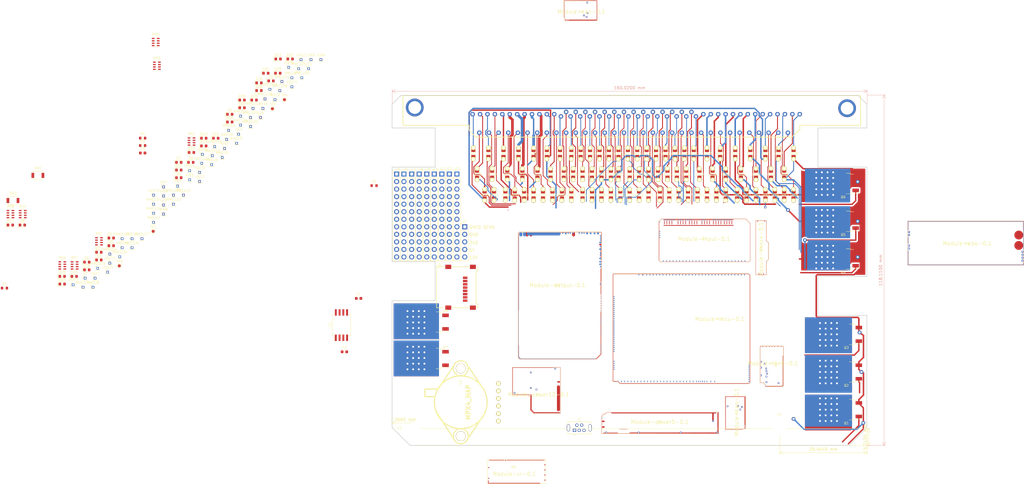
<source format=kicad_pcb>
(kicad_pcb (version 20210126) (generator pcbnew)
  (layers (0 "F.Cu" signal) (31 "B.Cu" signal) (34 "B.Paste" user) (35 "F.Paste" user) (36 "B.SilkS" user "B.Silkscreen") (37 "F.SilkS" user "F.Silkscreen") (38 "B.Mask" user) (39 "F.Mask" user) (44 "Edge.Cuts" user))
  (net 0 "")
  (net 1 "Net-(*ref1-Pad1)")
  (net 2 "Net-(*ref1-Pad29)")
  (net 3 "Net-(*ref1-Pad2)")
  (net 4 "Net-(*ref1-Pad30)")
  (net 5 "Net-(*ref1-Pad3)")
  (net 6 "Net-(*ref1-Pad31)")
  (net 7 "Net-(*ref1-Pad4)")
  (net 8 "Net-(*ref1-Pad32)")
  (net 9 "Net-(*ref1-Pad5)")
  (net 10 "Net-(*ref1-Pad33)")
  (net 11 "Net-(*ref1-Pad6)")
  (net 12 "Net-(*ref1-Pad34)")
  (net 13 "Net-(*ref1-Pad7)")
  (net 14 "Net-(*ref1-Pad35)")
  (net 15 "Net-(*ref1-Pad8)")
  (net 16 "Net-(*ref1-Pad36)")
  (net 17 "Net-(*ref1-Pad9)")
  (net 18 "Net-(*ref1-Pad37)")
  (net 19 "Net-(*ref1-Pad10)")
  (net 20 "Net-(*ref1-Pad38)")
  (net 21 "Net-(*ref1-Pad11)")
  (net 22 "Net-(*ref1-Pad39)")
  (net 23 "Net-(*ref1-Pad12)")
  (net 24 "Net-(*ref1-Pad40)")
  (net 25 "Net-(*ref1-Pad13)")
  (net 26 "Net-(*ref1-Pad41)")
  (net 27 "Net-(*ref1-Pad14)")
  (net 28 "Net-(*ref1-Pad42)")
  (net 29 "Net-(*ref1-Pad15)")
  (net 30 "Net-(*ref1-Pad43)")
  (net 31 "Net-(*ref1-Pad16)")
  (net 32 "Net-(*ref1-Pad44)")
  (net 33 "Net-(*ref1-Pad17)")
  (net 34 "Net-(*ref1-Pad45)")
  (net 35 "Net-(*ref1-Pad18)")
  (net 36 "Net-(*ref1-Pad46)")
  (net 37 "Net-(*ref1-Pad19)")
  (net 38 "Net-(*ref1-Pad47)")
  (net 39 "Net-(*ref1-Pad20)")
  (net 40 "Net-(*ref1-Pad48)")
  (net 41 "Net-(*ref1-Pad21)")
  (net 42 "Net-(*ref1-Pad49)")
  (net 43 "Net-(*ref1-Pad22)")
  (net 44 "Net-(*ref1-Pad50)")
  (net 45 "Net-(*ref1-Pad23)")
  (net 46 "Net-(*ref1-Pad51)")
  (net 47 "Net-(*ref1-Pad24)")
  (net 48 "Net-(*ref1-Pad52)")
  (net 49 "Net-(*ref1-Pad25)")
  (net 50 "Net-(*ref1-Pad53)")
  (net 51 "Net-(*ref1-Pad26)")
  (net 52 "Net-(*ref1-Pad54)")
  (net 53 "Net-(*ref1-Pad27)")
  (net 54 "Net-(*ref1-Pad55)")
  (net 55 "Net-(*ref1-Pad28)")
  (net 56 "Net-(*ref1-Pad56)")
  (net 57 "Net-(*ref1-Pad57)")
  (net 58 "Net-(*ref1-Pad58)")
  (net 59 "Net-(*ref1-Pad59)")
  (net 60 "Net-(*ref1-Pad60)")
  (net 61 "Net-(*ref1-Pad61)")
  (net 62 "Net-(*ref1-Pad62)")
  (net 63 "Net-(*ref1-Pad63)")
  (net 64 "Net-(*ref1-Pad64)")
  (net 65 "Net-(*ref1-Pad65)")
  (net 66 "Net-(*ref1-Pad66)")
  (net 67 "Net-(*ref1-Pad67)")
  (net 68 "Net-(*ref1-Pad68)")
  (net 69 "Net-(*ref1-Pad69)")
  (net 70 "Net-(*ref1-Pad70)")
  (net 71 "Net-(*ref1-Pad71)")
  (net 72 "Net-(*ref1-Pad72)")
  (net 73 "Net-(*ref1-Pad73)")
  (net 74 "Net-(*ref1-Pad74)")
  (net 75 "Net-(*ref1-Pad75)")
  (net 76 "Net-(*ref1-Pad76)")
  (net 77 "Net-(*ref1-Pad77)")
  (net 78 "Net-(*ref1-Pad78)")
  (net 79 "Net-(*ref1-Pad79)")
  (net 80 "Net-(*ref1-Pad80)")
  (net 81 "Net-(*ref1-Pad82)")
  (net 82 "Net-(*ref1-Pad83)")
  (net 83 "Net-(*ref1-Pad84)")
  (net 84 "Net-(*ref1-Pad85)")
  (net 85 "Net-(*ref1-Pad86)")
  (net 86 "Net-(*ref1-Pad87)")
  (net 87 "Net-(*ref1-Pad88)")
  (net 88 "Net-(*ref1-Pad81)")
  (net 89 "GND")
  (net 90 "/IGN_1")
  (net 91 "/12_MAIN_RELAY")
  (net 92 "/GND_SENS")
  (net 93 "/IGN_2")
  (net 94 "/IGN_3")
  (net 95 "/FUEL_RELAY_GP1")
  (net 96 "/ICV_CLOSE_LS1")
  (net 97 "/INJ5")
  (net 98 "/INJ6")
  (net 99 "/INJ4")
  (net 100 "/MIL_GP3")
  (net 101 "/CRANK+")
  (net 102 "/CAM")
  (net 103 "/INTAKE_CHRG_VLV")
  (net 104 "/COIL_4")
  (net 105 "/COIL_6")
  (net 106 "/COIL_5")
  (net 107 "/MAIN_RELAY")
  (net 108 "/IDLE_LS2")
  (net 109 "/INJ3")
  (net 110 "/INJ2")
  (net 111 "/INJ1")
  (net 112 "/CRANK-")
  (net 113 "/ECON")
  (net 114 "/AC_OUT_AV10")
  (net 115 "/COIL_1")
  (net 116 "/COIL_2")
  (net 117 "/COIL_3")
  (net 118 "/12V_KEY")
  (net 119 "/5V_SENS1")
  (net 120 "/AC_PRESS")
  (net 121 "/KNOCK_4_5")
  (net 122 "/KNOCK_1_3")
  (net 123 "/IAT_AT2")
  (net 124 "/CLT_AT1")
  (net 125 "/CAN_L")
  (net 126 "/CAN_H")
  (net 127 "/IGN_4")
  (net 128 "/GP6")
  (net 129 "/GP5")
  (net 130 "/BARO_AV5")
  (net 131 "/NEUTRAL_IN_AT3")
  (net 132 "/AC_IN_AT4")
  (net 133 "/MAP_AV1")
  (net 134 "/5V_SENS2")
  (net 135 "/MAF_AV4")
  (net 136 "/NRESET")
  (net 137 "Net-(D1-Pad2)")
  (net 138 "Net-(D2-Pad2)")
  (net 139 "Net-(D3-Pad1)")
  (net 140 "+12V")
  (net 141 "Net-(D4-Pad1)")
  (net 142 "+5V")
  (net 143 "Net-(D5-Pad1)")
  (net 144 "+3V3")
  (net 145 "Net-(D6-Pad1)")
  (net 146 "/CRANK")
  (net 147 "Net-(D7-Pad1)")
  (net 148 "Net-(D8-Pad1)")
  (net 149 "/PUMP")
  (net 150 "Net-(D9-Pad1)")
  (net 151 "/LSU_SENSOR_U{slash}PUMP_I")
  (net 152 "Net-(D10-Pad1)")
  (net 153 "Net-(D11-Pad1)")
  (net 154 "Net-(D12-Pad1)")
  (net 155 "/LSU_PUMP_I")
  (net 156 "Net-(D13-Pad1)")
  (net 157 "Net-(D14-Pad1)")
  (net 158 "Net-(D15-Pad1)")
  (net 159 "Net-(D16-Pad1)")
  (net 160 "Net-(D17-Pad1)")
  (net 161 "Net-(D18-Pad1)")
  (net 162 "/COIL_7")
  (net 163 "Net-(D19-Pad1)")
  (net 164 "Net-(D20-Pad1)")
  (net 165 "Net-(D21-Pad1)")
  (net 166 "Net-(D22-Pad1)")
  (net 167 "/COIL_8")
  (net 168 "Net-(D23-Pad1)")
  (net 169 "Net-(D24-Pad1)")
  (net 170 "Net-(D25-Pad1)")
  (net 171 "Net-(D26-Pad1)")
  (net 172 "/INJ7")
  (net 173 "Net-(D27-Pad1)")
  (net 174 "Net-(D28-Pad1)")
  (net 175 "Net-(D29-Pad1)")
  (net 176 "Net-(D30-Pad1)")
  (net 177 "/INJ8")
  (net 178 "Net-(D31-Pad1)")
  (net 181 "/USBP")
  (net 182 "/USBM")
  (net 183 "/VBUS")
  (net 185 "/PC11")
  (net 186 "/PC10")
  (net 187 "/3.3V")
  (net 188 "/PC12")
  (net 189 "/PB9")
  (net 299 "Net-(J14-Pad1)")
  (net 300 "Net-(J15-Pad1)")
  (net 301 "Net-(J16-Pad1)")
  (net 306 "/WBO2_AV6")
  (net 308 "/USBD+")
  (net 309 "/USBD-")
  (net 314 "/VSS_AV3")
  (net 315 "/TACH_GP4")
  (net 328 "/TPS_AV2")
  (net 338 "/VIGN")
  (net 339 "/V12_PERM")
  (net 340 "/IN_VIGN")
  (net 341 "/VBAT")
  (net 342 "V12_RAW")
  (net 343 "/CAN_RX")
  (net 344 "/CAN_TX")
  (net 345 "/CAN_VIO")
  (net 346 "/CAN+")
  (net 347 "/CAN-")
  (net 348 "Net-(M3-PadW4)")
  (net 349 "Net-(M3-PadW3)")
  (net 350 "Net-(M3-PadW2)")
  (net 351 "/LSU_HEAT-")
  (net 352 "/LSU_CALIBR_RES")
  (net 353 "/LSU_SENSOR_U")
  (net 354 "/IN_RES2")
  (net 355 "/IN_A1")
  (net 356 "/IN_PPS1")
  (net 357 "/IN_RES1")
  (net 358 "/IN_A4")
  (net 359 "/IN_CAM2")
  (net 360 "/IN_A3")
  (net 361 "/IN_A2")
  (net 362 "/IN_PPS2")
  (net 363 "/IN_TPS2")
  (net 364 "/IN_IAT")
  (net 365 "/IN_CLT")
  (net 366 "/VREF1")
  (net 367 "/VREF2")
  (net 368 "/IN_MAP2")
  (net 369 "/IN_MAF")
  (net 370 "/IN_TPS1")
  (net 371 "/IN_AFR")
  (net 372 "/IN_CRANK")
  (net 373 "/IN_KNOCK1")
  (net 374 "/IN_VSS")
  (net 375 "/IN_CAM1")
  (net 376 "Net-(M7-PadS4)")
  (net 377 "/IN_KNOCK2")
  (net 378 "Net-(M7-PadS2)")
  (net 379 "Net-(M7-PadS1)")
  (net 380 "Net-(M7-PadN26)")
  (net 381 "Net-(M7-PadN25)")
  (net 382 "/KNOCK2")
  (net 383 "Net-(M7-PadN23)")
  (net 384 "/KNOCK1")
  (net 385 "/VSS")
  (net 386 "/CAM1")
  (net 387 "/AFR")
  (net 388 "/TPS1")
  (net 389 "/CLT")
  (net 390 "/IAT")
  (net 391 "/MAF")
  (net 392 "/MAP2")
  (net 393 "/A2")
  (net 394 "/A4")
  (net 395 "/TPS2")
  (net 396 "/PPS2")
  (net 397 "/A3")
  (net 398 "/CAM2")
  (net 399 "/RES1")
  (net 400 "/PPS1")
  (net 401 "/A1")
  (net 402 "/RES2")
  (net 403 "GNDA")
  (net 404 "V5A")
  (net 405 "Net-(M7-PadJ26)")
  (net 406 "Net-(M7-PadJ25)")
  (net 407 "Net-(M7-PadJ23)")
  (net 408 "Net-(M7-PadJ16)")
  (net 409 "Net-(M7-PadJ15)")
  (net 410 "Net-(M7-PadE4)")
  (net 411 "Net-(M7-PadE3)")
  (net 412 "/IN_KNOCK1_RAW")
  (net 413 "/MAIN")
  (net 414 "/OUT1")
  (net 415 "/IDLE")
  (net 416 "/OUT2")
  (net 417 "/VVT1_1")
  (net 418 "/WASTEGATE")
  (net 419 "/COIL_A1")
  (net 420 "/COIL_A2")
  (net 421 "/VVT2_B1")
  (net 422 "/VVT2_B2")
  (net 423 "/VVT1_2")
  (net 424 "/TACH")
  (net 425 "/CE")
  (net 426 "/FUEL_CONSUM")
  (net 427 "/OUT3")
  (net 428 "/OUT_MAIN")
  (net 429 "/OUT_INJ7")
  (net 430 "/OUT_INJ8")
  (net 431 "/OUT_INJ5")
  (net 432 "Net-(M9-PadW9)")
  (net 433 "Net-(M9-PadW8)")
  (net 434 "/OUT_INJ4")
  (net 435 "/OUT_TACH")
  (net 436 "Net-(M9-PadW5)")
  (net 437 "/OUT_WASTEGATE")
  (net 438 "/OUT_CE")
  (net 439 "/OUT_VVT1_2")
  (net 440 "/OUT_INJ1")
  (net 441 "/OUT_INJ3")
  (net 442 "/OUT_INJ2")
  (net 443 "/OUT_INJ6")
  (net 444 "/OUT_VVT1_1")
  (net 445 "Net-(M9-PadS12)")
  (net 446 "/OUT_PUMP")
  (net 447 "Net-(M9-PadS9)")
  (net 448 "Net-(M9-PadS8)")
  (net 449 "/OUT_IDLE")
  (net 450 "/OUT_FUEL_CONSUM")
  (net 451 "/OUT_VVT2_B2")
  (net 452 "/OUT_VVT2_B1")
  (net 453 "/OUT_COIL_A2")
  (net 454 "/OUT_COIL_A1")
  (net 455 "/IGN_V33")
  (net 456 "/IGN_V5")
  (net 457 "/IGN1")
  (net 458 "/IGN2")
  (net 459 "/IGN3")
  (net 460 "/IGN4")
  (net 461 "/IGN5")
  (net 462 "/IGN6")
  (net 463 "/IGN7")
  (net 464 "/IGN8")
  (net 465 "/OUT_IGN1")
  (net 466 "/OUT_IGN2")
  (net 467 "/OUT_IGN3")
  (net 468 "/OUT_IGN4")
  (net 469 "/OUT_IGN5")
  (net 470 "/OUT_IGN6")
  (net 471 "/OUT_IGN7")
  (net 472 "/OUT_IGN8")
  (net 473 "Net-(M11-PadS11)")
  (net 474 "Net-(M11-PadS10)")
  (net 475 "Net-(M11-PadS9)")
  (net 476 "Net-(M11-PadS8)")
  (net 477 "/D4")
  (net 478 "/D3")
  (net 479 "/D2")
  (net 480 "/D1")
  (net 481 "Net-(M11-PadN32)")
  (net 482 "/BOOT0")
  (net 483 "Net-(M11-PadN27)")
  (net 484 "Net-(M11-PadN26)")
  (net 485 "Net-(M11-PadN25)")
  (net 486 "Net-(M11-PadN23)")
  (net 487 "Net-(M11-PadN22)")
  (net 488 "Net-(M11-PadN21)")
  (net 489 "Net-(M11-PadN20)")
  (net 490 "Net-(M11-PadN19)")
  (net 491 "Net-(M11-PadN18)")
  (net 492 "Net-(M11-PadN15)")
  (net 493 "Net-(M11-PadN14)")
  (net 494 "Net-(M11-PadN13)")
  (net 495 "Net-(M11-PadN12)")
  (net 496 "Net-(M11-PadN11)")
  (net 497 "Net-(M11-PadN10)")
  (net 498 "Net-(M11-PadN9)")
  (net 499 "Net-(M11-PadN8)")
  (net 500 "Net-(M11-PadN7)")
  (net 501 "Net-(M11-PadN6)")
  (net 502 "Net-(M11-PadN5)")
  (net 503 "Net-(M11-PadN4)")
  (net 504 "Net-(M11-PadE24)")
  (net 505 "Net-(M11-PadE23)")
  (net 506 "Net-(M11-PadE20)")
  (net 507 "Net-(M11-PadE13)")
  (net 508 "Net-(M11-PadE11)")
  (net 509 "Net-(M11-PadE5)")
  (net 510 "Net-(M11-PadE4)")
  (net 511 "Net-(M11-PadE3)")
  (net 512 "Net-(M11-PadE2)")
  (net 513 "Net-(M11-PadE1)")
  (net 514 "/IGN_7")
  (net 515 "/IGN_8")
  (footprint "rusefi_lib_private:88pin_STS" (layer "F.Cu") (at 91.2164 41.9166)
    (fp_text reference "*ref1" hide)
    (fp_text value "Motronic_88pin" hide)
  )
  (footprint "rusefi_lib_private:SM0805_jumper" (layer "F.Cu") (at 91.445 55.15 -90)
    (fp_text reference "JP1")
    (fp_text value "Jumper_2_Open" hide)
  )
  (footprint "rusefi_lib_private:SM0805_jumper" (layer "F.Cu") (at 96.525 55.15 -90)
    (fp_text reference "JP2")
    (fp_text value "Jumper_2_Open" hide)
  )
  (footprint "rusefi_lib_private:SM0805_jumper" (layer "F.Cu") (at 101.605 55.15 -90)
    (fp_text reference "JP3")
    (fp_text value "Jumper_2_Open" hide)
  )
  (footprint "rusefi_lib_private:SM0805_jumper" (layer "F.Cu") (at 106.685 55.15 -90)
    (fp_text reference "JP4")
    (fp_text value "Jumper_2_Open" hide)
  )
  (footprint "rusefi_lib_private:SM0805_jumper" (layer "F.Cu") (at 111.765 55.15 -90)
    (fp_text reference "JP5")
    (fp_text value "Jumper_2_Open" hide)
  )
  (footprint "rusefi_lib_private:SM0805_jumper" (layer "F.Cu") (at 116.21 55.15 -90)
    (fp_text reference "JP6")
    (fp_text value "Jumper_2_Open" hide)
  )
  (footprint "rusefi_lib_private:SM0805_jumper" (layer "F.Cu") (at 120.655 55.15 -90)
    (fp_text reference "JP7")
    (fp_text value "Jumper_2_Open" hide)
  )
  (footprint "rusefi_lib_private:SM0805_jumper" (layer "F.Cu") (at 124.465 55.15 -90)
    (fp_text reference "JP8")
    (fp_text value "Jumper_2_Open" hide)
  )
  (footprint "rusefi_lib_private:SM0805_jumper" (layer "F.Cu") (at 127.64 55.15 -90)
    (fp_text reference "JP9")
    (fp_text value "Jumper_2_Open" hide)
  )
  (footprint "rusefi_lib_private:SM0805_jumper" (layer "F.Cu") (at 130.815 55.15 -90)
    (fp_text reference "JP10")
    (fp_text value "Jumper_2_Open" hide)
  )
  (footprint "rusefi_lib_private:SM0805_jumper" (layer "F.Cu") (at 133.99 55.15 -90)
    (fp_text reference "JP11")
    (fp_text value "Jumper_2_Open" hide)
  )
  (footprint "rusefi_lib_private:SM0805_jumper" (layer "F.Cu") (at 137.165 55.15 -90)
    (fp_text reference "JP12")
    (fp_text value "Jumper_2_Open" hide)
  )
  (footprint "rusefi_lib_private:SM0805_jumper" (layer "F.Cu") (at 140.34 55.15 -90)
    (fp_text reference "JP13")
    (fp_text value "Jumper_2_Open" hide)
  )
  (footprint "rusefi_lib_private:SM0805_jumper" (layer "F.Cu") (at 143.515 55.15 -90)
    (fp_text reference "JP14")
    (fp_text value "Jumper_2_Open" hide)
  )
  (footprint "rusefi_lib_private:SM0805_jumper" (layer "F.Cu") (at 146.69 55.15 -90)
    (fp_text reference "JP15")
    (fp_text value "Jumper_2_Open" hide)
  )
  (footprint "rusefi_lib_private:SM0805_jumper" (layer "F.Cu") (at 149.865 55.15 -90)
    (fp_text reference "JP16")
    (fp_text value "Jumper_2_Open" hide)
  )
  (footprint "rusefi_lib_private:SM0805_jumper" (layer "F.Cu") (at 153.04 55.15 -90)
    (fp_text reference "JP17")
    (fp_text value "Jumper_2_Open" hide)
  )
  (footprint "rusefi_lib_private:SM0805_jumper" (layer "F.Cu") (at 156.215 55.15 -90)
    (fp_text reference "JP18")
    (fp_text value "Jumper_2_Open" hide)
  )
  (footprint "rusefi_lib_private:SM0805_jumper" (layer "F.Cu") (at 159.39 55.15 -90)
    (fp_text reference "JP19")
    (fp_text value "Jumper_2_Open" hide)
  )
  (footprint "rusefi_lib_private:SM0805_jumper" (layer "F.Cu") (at 162.565 55.15 -90)
    (fp_text reference "JP20")
    (fp_text value "Jumper_2_Open" hide)
  )
  (footprint "rusefi_lib_private:SM0805_jumper" (layer "F.Cu") (at 165.74 55.15 -90)
    (fp_text reference "JP21")
    (fp_text value "Jumper_2_Open" hide)
  )
  (footprint "rusefi_lib_private:SM0805_jumper" (layer "F.Cu") (at 170.185 55.15 -90)
    (fp_text reference "JP22")
    (fp_text value "Jumper_2_Open" hide)
  )
  (footprint "rusefi_lib_private:SM0805_jumper" (layer "F.Cu") (at 174.63 55.15 -90)
    (fp_text reference "JP23")
    (fp_text value "Jumper_2_Open" hide)
  )
  (footprint "rusefi_lib_private:SM0805_jumper" (layer "F.Cu") (at 179.71 55.15 -90)
    (fp_text reference "JP24")
    (fp_text value "Jumper_2_Open" hide)
  )
  (footprint "rusefi_lib_private:SM0805_jumper" (layer "F.Cu") (at 184.79 55.15 -90)
    (fp_text reference "JP25")
    (fp_text value "Jumper_2_Open" hide)
  )
  (footprint "rusefi_lib_private:SM0805_jumper" (layer "F.Cu") (at 189.87 55.15 -90)
    (fp_text reference "JP26")
    (fp_text value "Jumper_2_Open" hide)
  )
  (footprint "rusefi_lib_private:SM0805_jumper" (layer "F.Cu") (at 194.315 55.15 -90)
    (fp_text reference "JP27")
    (fp_text value "Jumper_2_Open" hide)
  )
  (footprint "rusefi_lib_private:SM0805_jumper" (layer "F.Cu") (at 199.395 55.15 -90)
    (fp_text reference "JP28")
    (fp_text value "Jumper_2_Open" hide)
  )
  (footprint "rusefi_lib_private:SM0805_jumper" (layer "F.Cu") (at 92.715 62.135 -90)
    (fp_text reference "JP29")
    (fp_text value "Jumper_2_Open" hide)
  )
  (footprint "rusefi_lib_private:SM0805_jumper" (layer "F.Cu") (at 97.795 62.135 -90)
    (fp_text reference "JP30")
    (fp_text value "Jumper_2_Open" hide)
  )
  (footprint "rusefi_lib_private:SM0805_jumper" (layer "F.Cu") (at 102.875 62.135 -90)
    (fp_text reference "JP31")
    (fp_text value "Jumper_2_Open" hide)
  )
  (footprint "rusefi_lib_private:SM0805_jumper" (layer "F.Cu") (at 107.955 62.135 -90)
    (fp_text reference "JP32")
    (fp_text value "Jumper_2_Open" hide)
  )
  (footprint "rusefi_lib_private:SM0805_jumper" (layer "F.Cu") (at 113.035 62.135 -90)
    (fp_text reference "JP33")
    (fp_text value "Jumper_2_Open" hide)
  )
  (footprint "rusefi_lib_private:SM0805_jumper" (layer "F.Cu") (at 117.48 62.135 -90)
    (fp_text reference "JP34")
    (fp_text value "Jumper_2_Open" hide)
  )
  (footprint "rusefi_lib_private:SM0805_jumper" (layer "F.Cu") (at 121.925 62.135 -90)
    (fp_text reference "JP35")
    (fp_text value "Jumper_2_Open" hide)
  )
  (footprint "rusefi_lib_private:SM0805_jumper" (layer "F.Cu") (at 125.1 62.135 -90)
    (fp_text reference "JP36")
    (fp_text value "Jumper_2_Open" hide)
  )
  (footprint "rusefi_lib_private:SM0805_jumper" (layer "F.Cu") (at 128.275 62.135 -90)
    (fp_text reference "JP37")
    (fp_text value "Jumper_2_Open" hide)
  )
  (footprint "rusefi_lib_private:SM0805_jumper" (layer "F.Cu") (at 131.45 62.135 -90)
    (fp_text reference "JP38")
    (fp_text value "Jumper_2_Open" hide)
  )
  (footprint "rusefi_lib_private:SM0805_jumper" (layer "F.Cu") (at 134.625 62.135 -90)
    (fp_text reference "JP39")
    (fp_text value "Jumper_2_Open" hide)
  )
  (footprint "rusefi_lib_private:SM0805_jumper" (layer "F.Cu") (at 137.8 62.135 -90)
    (fp_text reference "JP40")
    (fp_text value "Jumper_2_Open" hide)
  )
  (footprint "rusefi_lib_private:SM0805_jumper" (layer "F.Cu") (at 140.34 62.135 -90)
    (fp_text reference "JP41")
    (fp_text value "Jumper_2_Open" hide)
  )
  (footprint "rusefi_lib_private:SM0805_jumper" (layer "F.Cu") (at 144.15 62.135 -90)
    (fp_text reference "JP42")
    (fp_text value "Jumper_2_Open" hide)
  )
  (footprint "rusefi_lib_private:SM0805_jumper" (layer "F.Cu") (at 147.325 62.135 -90)
    (fp_text reference "JP43")
    (fp_text value "Jumper_2_Open" hide)
  )
  (footprint "rusefi_lib_private:SM0805_jumper" (layer "F.Cu") (at 150.5 62.135 -90)
    (fp_text reference "JP44")
    (fp_text value "Jumper_2_Open" hide)
  )
  (footprint "rusefi_lib_private:SM0805_jumper" (layer "F.Cu") (at 153.675 62.135 -90)
    (fp_text reference "JP45")
    (fp_text value "Jumper_2_Open" hide)
  )
  (footprint "rusefi_lib_private:SM0805_jumper" (layer "F.Cu") (at 156.85 62.135 -90)
    (fp_text reference "JP46")
    (fp_text value "Jumper_2_Open" hide)
  )
  (footprint "rusefi_lib_private:SM0805_jumper" (layer "F.Cu") (at 160.025 62.135 -90)
    (fp_text reference "JP47")
    (fp_text value "Jumper_2_Open" hide)
  )
  (footprint "rusefi_lib_private:SM0805_jumper" (layer "F.Cu") (at 163.2 62.135 -90)
    (fp_text reference "JP48")
    (fp_text value "Jumper_2_Open" hide)
  )
  (footprint "rusefi_lib_private:SM0805_jumper" (layer "F.Cu") (at 172.09 62.135 -90)
    (fp_text reference "JP50")
    (fp_text value "Jumper_2_Open" hide)
  )
  (footprint "rusefi_lib_private:SM0805_jumper" (layer "F.Cu") (at 176.535 62.135 -90)
    (fp_text reference "JP51")
    (fp_text value "Jumper_2_Open" hide)
  )
  (footprint "rusefi_lib_private:SM0805_jumper" (layer "F.Cu") (at 181.615 62.135 -90)
    (fp_text reference "JP52")
    (fp_text value "Jumper_2_Open" hide)
  )
  (footprint "rusefi_lib_private:SM0805_jumper" (layer "F.Cu") (at 186.695 62.135 -90)
    (fp_text reference "JP53")
    (fp_text value "Jumper_2_Open" hide)
  )
  (footprint "rusefi_lib_private:SM0805_jumper" (layer "F.Cu") (at 191.775 62.135 -90)
    (fp_text reference "JP54")
    (fp_text value "Jumper_2_Open" hide)
  )
  (footprint "rusefi_lib_private:SM0805_jumper" (layer "F.Cu") (at 196.22 62.135 -90)
    (fp_text reference "JP55")
    (fp_text value "Jumper_2_Open" hide)
  )
  (footprint "rusefi_lib_private:SM0805_jumper" (layer "F.Cu") (at 95.255 69.12 -90)
    (fp_text reference "JP56")
    (fp_text value "Jumper_2_Open" hide)
  )
  (footprint "rusefi_lib_private:SM0805_jumper" (layer "F.Cu") (at 98.43 69.12 -90)
    (fp_text reference "JP57")
    (fp_text value "Jumper_2_Open" hide)
  )
  (footprint "rusefi_lib_private:SM0805_jumper" (layer "F.Cu") (at 102.24 69.12 -90)
    (fp_text reference "JP58")
    (fp_text value "Jumper_2_Open" hide)
  )
  (footprint "rusefi_lib_private:SM0805_jumper" (layer "F.Cu") (at 108.59 69.12 -90)
    (fp_text reference "JP60")
    (fp_text value "Jumper_2_Open" hide)
  )
  (footprint "rusefi_lib_private:SM0805_jumper" (layer "F.Cu") (at 111.765 69.12 -90)
    (fp_text reference "JP61")
    (fp_text value "Jumper_2_Open" hide)
  )
  (footprint "rusefi_lib_private:SM0805_jumper" (layer "F.Cu") (at 114.94 69.12 -90)
    (fp_text reference "JP62")
    (fp_text value "Jumper_2_Open" hide)
  )
  (footprint "rusefi_lib_private:SM0805_jumper" (layer "F.Cu") (at 118.115 69.12 -90)
    (fp_text reference "JP63")
    (fp_text value "Jumper_2_Open" hide)
  )
  (footprint "rusefi_lib_private:SM0805_jumper" (layer "F.Cu") (at 121.29 69.12 -90)
    (fp_text reference "JP64")
    (fp_text value "Jumper_2_Open" hide)
  )
  (footprint "rusefi_lib_private:SM0805_jumper" (layer "F.Cu") (at 124.465 69.12 -90)
    (fp_text reference "JP65")
    (fp_text value "Jumper_2_Open" hide)
  )
  (footprint "rusefi_lib_private:SM0805_jumper" (layer "F.Cu") (at 128.275 69.12 -90)
    (fp_text reference "JP66")
    (fp_text value "Jumper_2_Open" hide)
  )
  (footprint "rusefi_lib_private:SM0805_jumper" (layer "F.Cu") (at 131.45 69.12 -90)
    (fp_text reference "JP67")
    (fp_text value "Jumper_2_Open" hide)
  )
  (footprint "rusefi_lib_private:SM0805_jumper" (layer "F.Cu") (at 134.625 69.12 -90)
    (fp_text reference "JP68")
    (fp_text value "Jumper_2_Open" hide)
  )
  (footprint "rusefi_lib_private:SM0805_jumper" (layer "F.Cu") (at 137.8 69.12 -90)
    (fp_text reference "JP69")
    (fp_text value "Jumper_2_Open" hide)
  )
  (footprint "rusefi_lib_private:SM0805_jumper" (layer "F.Cu") (at 140.975 69.12 -90)
    (fp_text reference "JP70")
    (fp_text value "Jumper_2_Open" hide)
  )
  (footprint "rusefi_lib_private:SM0805_jumper" (layer "F.Cu") (at 144.15 69.12 -90)
    (fp_text reference "JP71")
    (fp_text value "Jumper_2_Open" hide)
  )
  (footprint "rusefi_lib_private:SM0805_jumper" (layer "F.Cu") (at 147.325 69.12 -90)
    (fp_text reference "JP72")
    (fp_text value "Jumper_2_Open" hide)
  )
  (footprint "rusefi_lib_private:SM0805_jumper" (layer "F.Cu") (at 150.5 69.12 -90)
    (fp_text reference "JP73")
    (fp_text value "Jumper_2_Open" hide)
  )
  (footprint "rusefi_lib_private:SM0805_jumper" (layer "F.Cu") (at 154.31 69.12 -90)
    (fp_text reference "JP74")
    (fp_text value "Jumper_2_Open" hide)
  )
  (footprint "rusefi_lib_private:SM0805_jumper" (layer "F.Cu") (at 157.485 69.12 -90)
    (fp_text reference "JP75")
    (fp_text value "Jumper_2_Open" hide)
  )
  (footprint "rusefi_lib_private:SM0805_jumper" (layer "F.Cu") (at 160.66 69.12 -90)
    (fp_text reference "JP76")
    (fp_text value "Jumper_2_Open" hide)
  )
  (footprint "rusefi_lib_private:SM0805_jumper" (layer "F.Cu") (at 163.835 69.12 -90)
    (fp_text reference "JP77")
    (fp_text value "Jumper_2_Open" hide)
  )
  (footprint "rusefi_lib_private:SM0805_jumper" (layer "F.Cu") (at 167.01 69.12 -90)
    (fp_text reference "JP78")
    (fp_text value "Jumper_2_Open" hide)
  )
  (footprint "rusefi_lib_private:SM0805_jumper" (layer "F.Cu") (at 170.185 69.12 -90)
    (fp_text reference "JP79")
    (fp_text value "Jumper_2_Open" hide)
  )
  (footprint "rusefi_lib_private:SM0805_jumper" (layer "F.Cu") (at 173.36 69.12 -90)
    (fp_text reference "JP80")
    (fp_text value "Jumper_2_Open" hide)
  )
  (footprint "rusefi_lib_private:SM0805_jumper" (layer "F.Cu") (at 176.535 69.12 -90)
    (fp_text reference "JP81")
    (fp_text value "Jumper_2_Open" hide)
  )
  (footprint "rusefi_lib_private:SM0805_jumper" (layer "F.Cu") (at 180.345 69.12 -90)
    (fp_text reference "JP82")
    (fp_text value "Jumper_2_Open" hide)
  )
  (footprint "rusefi_lib_private:SM0805_jumper" (layer "F.Cu") (at 183.52 69.12 -90)
    (fp_text reference "JP83")
    (fp_text value "Jumper_2_Open" hide)
  )
  (footprint "rusefi_lib_private:SM0805_jumper" (layer "F.Cu") (at 186.695 69.12 -90)
    (fp_text reference "JP84")
    (fp_text value "Jumper_2_Open" hide)
  )
  (footprint "rusefi_lib_private:SM0805_jumper" (layer "F.Cu") (at 189.87 69.12 -90)
    (fp_text reference "JP85")
    (fp_text value "Jumper_2_Open" hide)
  )
  (footprint "rusefi_lib_private:SM0805_jumper" (layer "F.Cu") (at 193.045 69.12 -90)
    (fp_text reference "JP86")
    (fp_text value "Jumper_2_Open" hide)
  )
  (footprint "rusefi_lib_private:SM0805_jumper" (layer "F.Cu") (at 196.22 69.12 -90)
    (fp_text reference "JP87")
    (fp_text value "Jumper_2_Open" hide)
  )
  (footprint "rusefi_lib_private:SM0805_jumper" (layer "F.Cu") (at 199.395 69.12 -90)
    (fp_text reference "JP88")
    (fp_text value "Jumper_2_Open" hide)
  )
  (footprint "rusefi_lib_private:SM0805_jumper" (layer "F.Cu") (at 105.415 69.12 -90)
    (fp_text reference "JP59")
    (fp_text value "Jumper_2_Open" hide)
  )
  (footprint "rusefi_lib_private:SM0805_jumper" (layer "F.Cu") (at 167.645 62.135 -90)
    (fp_text reference "JP49")
    (fp_text value "Jumper_2_Open" hide)
  )
  (footprint "Package_TO_SOT_SMD:TO-252-2" (layer "F.Cu") (at 217.175 141.51 180)
    (fp_text reference "Q1")
    (fp_text value "NGD8201AN")
  )
  (footprint "Package_TO_SOT_SMD:TO-252-2" (layer "F.Cu") (at 216.1 65.31 180)
    (fp_text reference "Q6")
    (fp_text value "NGD8201AN")
  )
  (footprint "Package_TO_SOT_SMD:TO-252-2" (layer "F.Cu") (at 217.175 128.81 180)
    (fp_text reference "Q2")
    (fp_text value "NGD8201AN")
  )
  (footprint "Package_TO_SOT_SMD:TO-252-2" (layer "F.Cu") (at 216.1 78.01 180)
    (fp_text reference "Q5")
    (fp_text value "NGD8201AN")
  )
  (footprint "Package_TO_SOT_SMD:TO-252-2" (layer "F.Cu") (at 217.175 116.11 180)
    (fp_text reference "Q3")
    (fp_text value "NGD8201AN")
  )
  (footprint "Package_TO_SOT_SMD:TO-252-2" (layer "F.Cu") (at 216.1 90.71 180)
    (fp_text reference "Q4")
    (fp_text value "NGD8201AN")
  )
  (footprint "rusefi_lib_private:693072010801" (layer "F.Cu") (at 86 100.25 90)
    (fp_text reference "J3")
    (fp_text value "Micro_SD_Card")
  )
  (footprint "Capacitor_SMD:C_0603_1608Metric" (layer "F.Cu") (at 52.775 104)
    (fp_text reference "C1")
    (fp_text value "100nF")
  )
  (footprint "Capacitor_SMD:C_0603_1608Metric" (layer "F.Cu") (at 48 122)
    (fp_text reference "C2")
    (fp_text value "100nF")
  )
  (footprint "Connector_PinHeader_2.54mm:PinHeader_1x05_P2.54mm_Vertical" (layer "F.Cu") (at 88.55 79.87)
    (fp_text reference "J4")
    (fp_text value "Conn_01x05")
  )
  (footprint "Connector_PinHeader_2.54mm:PinHeader_1x12_P2.54mm_Vertical" (layer "F.Cu") (at 65.59 62.09)
    (fp_text reference "J5")
    (fp_text value "Conn_01x12")
  )
  (footprint "Connector_PinHeader_2.54mm:PinHeader_1x12_P2.54mm_Vertical" (layer "F.Cu") (at 68.050001 62.09)
    (fp_text reference "J6")
    (fp_text value "Conn_01x12")
  )
  (footprint "Connector_PinHeader_2.54mm:PinHeader_1x12_P2.54mm_Vertical" (layer "F.Cu") (at 70.67 62.09)
    (fp_text reference "J7")
    (fp_text value "Conn_01x12")
  )
  (footprint "Connector_PinHeader_2.54mm:PinHeader_1x12_P2.54mm_Vertical" (layer "F.Cu") (at 73.21 62.09)
    (fp_text reference "J8")
    (fp_text value "Conn_01x12")
  )
  (footprint "Connector_PinHeader_2.54mm:PinHeader_1x12_P2.54mm_Vertical" (layer "F.Cu") (at 75.75 62.09)
    (fp_text reference "J9")
    (fp_text value "Conn_01x12")
  )
  (footprint "Connector_PinHeader_2.54mm:PinHeader_1x12_P2.54mm_Vertical" (layer "F.Cu") (at 78.29 62.09)
    (fp_text reference "J10")
    (fp_text value "Conn_01x12")
  )
  (footprint "Connector_PinHeader_2.54mm:PinHeader_1x12_P2.54mm_Vertical" (layer "F.Cu") (at 80.83 62.09)
    (fp_text reference "J11")
    (fp_text value "Conn_01x12")
  )
  (footprint "Connector_PinHeader_2.54mm:PinHeader_1x12_P2.54mm_Vertical" (layer "F.Cu") (at 83.37 62.09)
    (fp_text reference "J12")
    (fp_text value "Conn_01x12")
  )
  (footprint "Connector_PinHeader_2.54mm:PinHeader_1x12_P2.54mm_Vertical" (layer "F.Cu") (at 85.91 62.09)
    (fp_text reference "J13")
    (fp_text value "Conn_01x12")
  )
  (footprint "Package_SO:SSO-8_6.8x5.9mm_P1.27mm_Clearance7mm" (layer "F.Cu") (at 47 113 90)
    (fp_text reference "U1")
    (fp_text value "MPXA6115A")
  )
  (footprint "MountingHole:MountingHole_4.3mm_M4_DIN965" (layer "F.Cu") (at 194.696 147.86)
    (fp_text reference "H1")
    (fp_text value "MountingHole")
  )
  (footprint "MountingHole:MountingHole_4.3mm_M4_DIN965" (layer "F.Cu") (at 71.506 147.86)
    (fp_text reference "H2")
    (fp_text value "MountingHole")
  )
  (footprint "Resistor_SMD:R_0603_1608Metric" (layer "F.Cu") (at 58 66)
    (fp_text reference "R1")
    (fp_text value "2k2")
  )
  (footprint "LED_SMD:LED_0603_1608Metric" (layer "F.Cu") (at 25.66 23.31)
    (fp_text reference "D14")
    (fp_text value "LED")
  )
  (footprint "LED_SMD:LED_0603_1608Metric" (layer "F.Cu") (at -47.11 99.17)
    (fp_text reference "D23")
    (fp_text value "LED")
  )
  (footprint "Connector_PinHeader_1.00mm:PinHeader_1x01_P1.00mm_Vertical" (layer "F.Cu") (at 29.24 26.13)
    (fp_text reference "VIN16")
    (fp_text value "VIN16")
  )
  (footprint "LED_SMD:LED_0603_1608Metric" (layer "F.Cu") (at 17.56 37.16)
    (fp_text reference "D25")
    (fp_text value "LED")
  )
  (footprint "LED_SMD:LED_0603_1608Metric" (layer "F.Cu") (at -3.76 58.15)
    (fp_text reference "D8")
    (fp_text value "LED")
  )
  (footprint "TestPoint:TestPoint_Pad_D1.0mm" (layer "F.Cu") (at 27.79 37.03)
    (fp_text reference "TP4")
    (fp_text value "TestPoint")
  )
  (footprint "Connector_PinHeader_1.00mm:PinHeader_1x01_P1.00mm_Vertical" (layer "F.Cu") (at 30.29 32.69)
    (fp_text reference "VOUT1")
    (fp_text value "Pad")
  )
  (footprint "LED_SMD:LED_0603_1608Metric" (layer "F.Cu") (at -7.81 60.74)
    (fp_text reference "D27")
    (fp_text value "LED")
  )
  (footprint "Connector_PinHeader_1.00mm:PinHeader_1x01_P1.00mm_Vertical" (layer "F.Cu") (at -4.13 60.97)
    (fp_text reference "VIN14")
    (fp_text value "VIN14")
  )
  (footprint "Connector_PinHeader_1.00mm:PinHeader_1x01_P1.00mm_Vertical" (layer "F.Cu") (at 6.83 56.52)
    (fp_text reference "MMCU4")
    (fp_text value "MMCU")
  )
  (footprint "Connector_PinHeader_1.00mm:PinHeader_1x01_P1.00mm_Vertical" (layer "F.Cu") (at -26.91 83.88)
    (fp_text reference "MMCU22")
    (fp_text value "MMCU")
  )
  (footprint "Connector_PinHeader_1.00mm:PinHeader_1x01_P1.00mm_Vertical" (layer "F.Cu") (at -35.13 93.86)
    (fp_text reference "MMCU19")
    (fp_text value "MMCU")
  )
  (footprint "Connector_PinHeader_1.00mm:PinHeader_1x01_P1.00mm_Vertical" (layer "F.Cu") (at -23.56 86.93)
    (fp_text reference "MMCU31")
    (fp_text value "MMCU")
  )
  (footprint "LED_SMD:LED_0603_1608Metric" (layer "F.Cu") (at 25.56 28.11)
    (fp_text reference "D29")
    (fp_text value "LED")
  )
  (footprint "Button_Switch_SMD:SW_SPST_B3U-1000P-B" (layer "F.Cu") (at -63.71 71.01)
    (fp_text reference "SW2")
    (fp_text value "RESET")
  )
  (footprint "LED_SMD:LED_0603_1608Metric" (layer "F.Cu") (at 23.26 30.7)
    (fp_text reference "D1")
    (fp_text value "LED")
  )
  (footprint "Connector_PinHeader_1.00mm:PinHeader_1x01_P1.00mm_Vertical" (layer "F.Cu") (at 26.24 33.98)
    (fp_text reference "MMCU28")
    (fp_text value "MMCU")
  )
  (footprint "Connector_PinHeader_1.00mm:PinHeader_1x01_P1.00mm_Vertical" (layer "F.Cu") (at -27.71 89.98)
    (fp_text reference "MMCU30")
    (fp_text value "MMCU")
  )
  (footprint "Resistor_SMD:R_Array_Concave_4x0603" (layer "F.Cu") (at -42.93 92.89)
    (fp_text reference "RN7")
    (fp_text value "470")
  )
  (footprint "Package_TO_SOT_SMD:TO-252-2" (layer "F.Cu") (at 77.875 124.25 180)
    (fp_text reference "Q7")
    (fp_text value "NGD8201AN")
  )
  (footprint "Connector_PinHeader_1.00mm:PinHeader_1x01_P1.00mm_Vertical" (layer "F.Cu") (at -36.03 97.19)
    (fp_text reference "VIN11")
    (fp_text value "VIN11")
  )
  (footprint "Connector_PinHeader_1.00mm:PinHeader_1x01_P1.00mm_Vertical" (layer "F.Cu") (at 12.34 48.67)
    (fp_text reference "VIN4")
    (fp_text value "Pad")
  )
  (footprint "Connector_PinHeader_1.00mm:PinHeader_1x01_P1.00mm_Vertical" (layer "F.Cu") (at 8.33 50.42)
    (fp_text reference "MMCU9")
    (fp_text value "MMCU")
  )
  (footprint "Connector_PinHeader_1.00mm:PinHeader_1x01_P1.00mm_Vertical" (layer "F.Cu") (at 40.09 23.54)
    (fp_text reference "VIN6")
    (fp_text value "VIN6")
  )
  (footprint "LED_SMD:LED_0603_1608Metric" (layer "F.Cu") (at 19.21 33.95)
    (fp_text reference "D28")
    (fp_text value "LED")
  )
  (footprint "LED_SMD:LED_0603_1608Metric" (layer "F.Cu") (at -30.59 83.65)
    (fp_text reference "D11")
    (fp_text value "LED")
  )
  (footprint "Connector_PinHeader_1.00mm:PinHeader_1x01_P1.00mm_Vertical" (layer "F.Cu") (at -0.78 61.53)
    (fp_text reference "VOUT5")
    (fp_text value "VOUT5")
  )
  (footprint "LED_SMD:LED_0603_1608Metric" (layer "F.Cu") (at 29.71 23.31)
    (fp_text reference "D22")
    (fp_text value "LED")
  )
  (footprint "Connector_PinHeader_1.00mm:PinHeader_1x01_P1.00mm_Vertical" (layer "F.Cu") (at 21.24 36.77)
    (fp_text reference "MMCU16")
    (fp_text value "MMCU")
  )
  (footprint "Resistor_SMD:R_Array_Concave_4x0603" (layer "F.Cu") (at -60.41 75.59)
    (fp_text reference "RN4")
    (fp_text value "470")
  )
  (footprint "Connector_PinHeader_1.00mm:PinHeader_1x01_P1.00mm_Vertical" (layer "F.Cu") (at 11.68 51.72)
    (fp_text reference "MMCU2")
    (fp_text value "MMCU")
  )
  (footprint "Connector_PinHeader_1.00mm:PinHeader_1x01_P1.00mm_Vertical" (layer "F.Cu") (at -16.29 78.35)
    (fp_text reference "MMCU7")
    (fp_text value "MMCU")
  )
  (footprint "TestPoint:TestPoint_Pad_D1.0mm" (layer "F.Cu") (at -27.86 93.03)
    (fp_text reference "TP3")
    (fp_text value "TestPoint")
  )
  (footprint "LED_SMD:LED_0603_1608Metric" (layer "F.Cu") (at 13.51 37.16)
    (fp_text reference "D16")
    (fp_text value "LED")
  )
  (footprint "Connector_PinHeader_1.00mm:PinHeader_1x01_P1.00mm_Vertical" (layer "F.Cu") (at -39.38 97.19)
    (fp_text reference "J2")
    (fp_text value "UB-20PMFP-LC7002")
  )
  (footprint "rusefi_lib_private:MOD_HELLEN_INPUT" (layer "F.Cu") (at 169.2025 83.949812 180)
    (fp_text reference "M7")
    (fp_text value "Module-input-0.1")
  )
  (footprint "Connector_PinHeader_1.00mm:PinHeader_1x01_P1.00mm_Vertical" (layer "F.Cu") (at 3.48 55.89)
    (fp_text reference "MMCU10")
    (fp_text value "MMCU")
  )
  (footprint "Connector_PinHeader_1.00mm:PinHeader_1x01_P1.00mm_Vertical" (layer "F.Cu") (at 20.54 39.98)
    (fp_text reference "VIN15")
    (fp_text value "VIN15")
  )
  (footprint "Connector_PinHeader_1.00mm:PinHeader_1x01_P1.00mm_Vertical" (layer "F.Cu") (at -0.08 58.48)
    (fp_text reference "MMCU29")
    (fp_text value "MMCU")
  )
  (footprint "Resistor_SMD:R_0603_1608Metric" (layer "F.Cu") (at -20 49.98)
    (fp_text reference "R4")
    (fp_text value "1k")
  )
  (footprint "Resistor_SMD:R_Array_Concave_4x0603" (layer "F.Cu") (at -15.6 17.6)
    (fp_text reference "RN5")
    (fp_text value "470")
  )
  (footprint "Connector_PinHeader_1.00mm:PinHeader_1x01_P1.00mm_Vertical" (layer "F.Cu") (at -12.94 66.43)
    (fp_text reference "VIN7")
    (fp_text value "VIN7")
  )
  (footprint "Connector_PinHeader_1.00mm:PinHeader_1x01_P1.00mm_Vertical" (layer "F.Cu") (at -36.73 100.24)
    (fp_text reference "MMCU8")
    (fp_text value "MMCU")
  )
  (footprint "Resistor_SMD:R_Array_Concave_4x0603" (layer "F.Cu") (at -47.08 92.89)
    (fp_text reference "RN6")
    (fp_text value "470")
  )
  (footprint "Connector_PinHeader_1.00mm:PinHeader_1x01_P1.00mm_Vertical" (layer "F.Cu") (at 24.59 37.03)
    (fp_text reference "VIN10")
    (fp_text value "VIN10")
  )
  (footprint "LED_SMD:LED_0603_1608Metric" (layer "F.Cu") (at -34.74 91.04)
    (fp_text reference "D3")
    (fp_text value "LED")
  )
  (footprint "Connector_PinHeader_1.00mm:PinHeader_1x01_P1.00mm_Vertical" (layer "F.Cu") (at 3.27 58.94)
    (fp_text reference "MMCU5")
    (fp_text value "MMCU")
  )
  (footprint "Connector_PinHeader_1.00mm:PinHeader_1x01_P1.00mm_Vertical" (layer "F.Cu") (at -0.78 64.58)
    (fp_text reference "VIN17")
    (fp_text value "VIN17")
  )
  (footprint "LED_SMD:LED_0603_1608Metric" (layer "F.Cu") (at -38.81 94.37)
    (fp_text reference "D18")
    (fp_text value "LED")
  )
  (footprint "Connector_PinHeader_1.00mm:PinHeader_1x01_P1.00mm_Vertical" (layer "F.Cu") (at 22.89 33.52)
    (fp_text reference "MMCU20")
    (fp_text value "MMCU")
  )
  (footprint "Resistor_SMD:R_0603_1608Metric" (layer "F.Cu") (at -66.57 100.53)
    (fp_text reference "R2")
    (fp_text value "2k2")
  )
  (footprint "Connector_PinHeader_1.00mm:PinHeader_1x01_P1.00mm_Vertical" (layer "F.Cu") (at -9.59 69.2)
    (fp_text reference "MMCU15")
    (fp_text value "MMCU")
  )
  (footprint "Package_TO_SOT_SMD:TO-252-2" (layer "F.Cu") (at 77.875 112 180)
    (fp_text reference "Q8")
    (fp_text value "NGD8201AN")
  )
  (footprint "Connector_PinHeader_1.00mm:PinHeader_1x01_P1.00mm_Vertical" (layer "F.Cu") (at 33.39 23.54)
    (fp_text reference "VIN12")
    (fp_text value "VIN12")
  )
  (footprint "Connector_PinHeader_1.00mm:PinHeader_1x01_P1.00mm_Vertical" (layer "F.Cu") (at -16.29 69.2)
    (fp_text reference "VOUT3")
    (fp_text value "Pad")
  )
  (footprint "LED_SMD:LED_0603_1608Metric" (layer "F.Cu") (at 4.65 50.02)
    (fp_text reference "D15")
    (fp_text value "LED")
  )
  (footprint "LED_SMD:LED_0603_1608Metric" (layer "F.Cu") (at -47.11 96.58)
    (fp_text reference "D20")
    (fp_text value "LED")
  )
  (footprint "Resistor_SMD:R_Array_Concave_4x0603" (layer "F.Cu") (at -64.56 75.59)
    (fp_text reference "RN8")
    (fp_text value "470")
  )
  (footprint "rusefi_lib_private:USB-MINI-B-VERTICAL" (layer "F.Cu") (at 127.15 147.6)
    (fp_text reference "J1")
    (fp_text value "920-462A2021Y10101")
    (fp_line (start -3.203407 -0.65394) (end -3.203407 0.725715) (layer "Edge.Cuts") (width 0.12))
    (fp_line (start -4.091114 0.660079) (end -4.091114 -0.719576) (layer "Edge.Cuts") (width 0.12))
    (fp_line (start 4.091114 -0.647801) (end 4.091114 0.731854) (layer "Edge.Cuts") (width 0.12))
    (fp_line (start 3.203407 0.666218) (end 3.203407 -0.713437) (layer "Edge.Cuts") (width 0.12))
    (fp_arc (start -3.644277 0.652553) (end -3.203408 0.725715) (angle 169.6127294) (layer "Edge.Cuts") (width 0.12))
    (fp_arc (start -3.650243 -0.646413) (end -4.091113 -0.719576) (angle 169.6124935) (layer "Edge.Cuts") (width 0.12))
    (fp_arc (start 3.650244 0.658692) (end 4.091113 0.731854) (angle 169.6127294) (layer "Edge.Cuts") (width 0.12))
    (fp_arc (start 3.644278 -0.640274) (end 3.203408 -0.713437) (angle 169.6124935) (layer "Edge.Cuts") (width 0.12))
  )
  (footprint "Connector_PinHeader_1.00mm:PinHeader_1x01_P1.00mm_Vertical" (layer "F.Cu") (at -4.13 64.02)
    (fp_text reference "VIN3")
    (fp_text value "Pad")
  )
  (footprint "rusefi_lib_private:MOD_HELLEN_CAN" (layer "F.Cu") (at 127.8535 7.379391)
    (fp_text reference "M4")
    (fp_text value "Module-can-0.1")
  )
  (footprint "LED_SMD:LED_0603_1608Metric" (layer "F.Cu") (at -34.74 88.45)
    (fp_text reference "D21")
    (fp_text value "LED")
  )
  (footprint "Resistor_SMD:R_0603_1608Metric" (layer "F.Cu") (at -20 52.49)
    (fp_text reference "R3")
    (fp_text value "2k2")
  )
  (footprint "Connector_PinHeader_1.00mm:PinHeader_1x01_P1.00mm_Vertical" (layer "F.Cu") (at -12.94 75.58)
    (fp_text reference "VIN8")
    (fp_text value "VIN8")
  )
  (footprint "rusefi_lib_private:MOD_HELLEN_MCU" (layer "F.Cu") (at 174.503693 110.949559 180)
    (fp_text reference "M11")
    (fp_text value "Module-mcu-0.1")
  )
  (footprint "Connector_PinHeader_1.00mm:PinHeader_1x01_P1.00mm_Vertical" (layer "F.Cu") (at -31.06 92.11)
    (fp_text reference "VOUT2")
    (fp_text value "Pad")
  )
  (footprint "LED_SMD:LED_0603_1608Metric" (layer "F.Cu") (at -43.06 96.58)
    (fp_text reference "D24")
    (fp_text value "LED")
  )
  (footprint "rusefi_lib_private:MOD_HELLEN_VR" (layer "F.Cu") (at 106.254 162.654)
    (fp_text reference "M6")
    (fp_text value "Module-vr-0.1")
  )
  (footprint "LED_SMD:LED_0603_1608Metric" (layer "F.Cu") (at -7.81 63.33)
    (fp_text reference "D2")
    (fp_text value "LED")
  )
  (footprint "Capacitor_SMD:C_0603_1608Metric" (layer "F.Cu") (at -20 55)
    (fp_text reference "C3")
    (fp_text value "100nF")
  )
  (footprint "rusefi_lib_private:MOD_HELLEN_WBO" (layer "F.Cu") (at 257.908 85.484)
    (fp_text reference "M3")
    (fp_text value "Module-wbo-0.1")
  )
  (footprint "LED_SMD:LED_0603_1608Metric" (layer "F.Cu") (at -60.54 79.28)
    (fp_text reference "D9")
    (fp_text value "LED")
  )
  (footprint "LED_SMD:LED_0603_1608Metric" (layer "F.Cu") (at -3.55 54.82)
    (fp_text reference "D10")
    (fp_text value "LED")
  )
  (footprint "Connector_PinHeader_1.00mm:PinHeader_1x01_P1.00mm_Vertical" (layer "F.Cu") (at 4.28 52.84)
    (fp_text reference "MMCU18")
    (fp_text value "MMCU")
  )
  (footprint "Connector_PinHeader_1.00mm:PinHeader_1x01_P1.00mm_Vertical" (layer "F.Cu") (at -16.29 72.25)
    (fp_text reference "MMCU34")
    (fp_text value "MMCU")
  )
  (footprint "LED_SMD:LED_0603_1608Metric" (layer "F.Cu") (at 0.6 52.61)
    (fp_text reference "D19")
    (fp_text value "LED")
  )
  (footprint "Connector_PinHeader_1.00mm:PinHeader_1x01_P1.00mm_Vertical" (layer "F.Cu") (at 8.99 47.37)
    (fp_text reference "MMCU3")
    (fp_text value "MMCU")
  )
  (footprint "Resistor_SMD:R_Array_Concave_4x0603" (layer "F.Cu") (at -3.52 51.13)
    (fp_text reference "RN2")
    (fp_text value "470")
  )
  (footprint "LED_SMD:LED_0603_1608Metric" (layer "F.Cu") (at 21.51 28.11)
    (fp_text reference "D31")
    (fp_text value "LED")
  )
  (footprint "Connector_PinHeader_1.00mm:PinHeader_1x01_P1.00mm_Vertical" (layer "F.Cu") (at -16.29 75.3)
    (fp_text reference "MMCU26")
    (fp_text value "MMCU")
  )
  (footprint "rusefi_lib_private:MOD_HELLEN_KNOCK" (layer "F.Cu") (at 188.4 87.4 -90)
    (fp_text reference "M8")
    (fp_text value "Module-knock-0.1")
  )
  (footprint "Resistor_SMD:R_Array_Concave_4x0603" (layer "F.Cu") (at -15.2 25.6)
    (fp_text reference "RN3")
    (fp_text value "470")
  )
  (footprint "rusefi_lib_private:MOD_HELLEN_POWER_5" (layer "F.Cu") (at 154.270503 145.644508 180)
    (fp_text reference "M5")
    (fp_text value "Module-power5-0.1")
  )
  (footprint "Connector_PinHeader_1.00mm:PinHeader_1x01_P1.00mm_Vertical" (layer "F.Cu") (at 32.59 26.59)
    (fp_text reference "MMCU25")
    (fp_text value "MMCU")
  )
  (footprint "LED_SMD:LED_0603_1608Metric" (layer "F.Cu") (at 9.36 44.55)
    (fp_text reference "D12")
    (fp_text value "LED")
  )
  (footprint "LED_SMD:LED_0603_1608Metric" (layer "F.Cu") (at 0.6 50.02)
    (fp_text reference "D13")
    (fp_text value "LED")
  )
  (footprint "Connector_PinHeader_1.00mm:PinHeader_1x01_P1.00mm_Vertical" (layer "F.Cu") (at 16.39 43.03)
    (fp_text reference "MMCU23")
    (fp_text value "MMCU")
  )
  (footprint "Connector_PinHeader_1.00mm:PinHeader_1x01_P1.00mm_Vertical" (layer "F.Cu") (at 0.13 55.43)
    (fp_text reference "VOUT6")
    (fp_text value "VOUT6")
  )
  (footprint "LED_SMD:LED_0603_1608Metric" (layer "F.Cu") (at 9.36 41.96)
    (fp_text reference "D5")
    (fp_text value "LED")
  )
  (footprint "Connector_PinHeader_1.00mm:PinHeader_1x01_P1.00mm_Vertical" (layer "F.Cu") (at 33.64 29.64)
    (fp_text reference "MMCU35")
    (fp_text value "MMCU")
  )
  (footprint "Button_Switch_SMD:SW_SPST_B3U-1000P-B" (layer "F.Cu") (at -55.31 62.54)
    (fp_text reference "SW1")
    (fp_text value "BOOT0")
  )
  (footprint "Connector_PinHeader_1.00mm:PinHeader_1x01_P1.00mm_Vertical" (layer "F.Cu") (at 35.94 26.59)
    (fp_text reference "J14")
    (fp_text value "VRIN1")
  )
  (footprint "Connector_PinHeader_1.00mm:PinHeader_1x01_P1.00mm_Vertical" (layer "F.Cu") (at -8.18 66.15)
    (fp_text reference "VIN1")
    (fp_text value "Pad")
  )
  (footprint "LED_SMD:LED_0603_1608Metric" (layer "F.Cu") (at -38.81 91.78)
    (fp_text reference "D6")
    (fp_text value "LED")
  )
  (footprint "Connector_PinHeader_1.00mm:PinHeader_1x01_P1.00mm_Vertical" (layer "F.Cu") (at -20.21 83.88)
    (fp_text reference "MMCU17")
    (fp_text value "MMCU")
  )
  (footprint "Connector_PinHeader_1.00mm:PinHeader_1x01_P1.00mm_Vertical" (layer "F.Cu") (at 13.04 45.62)
    (fp_text reference "MMCU36")
    (fp_text value "MMCU")
  )
  (footprint "Connector_PinHeader_1.00mm:PinHeader_1x01_P1.00mm_Vertical" (layer "F.Cu") (at -23.56 83.88)
    (fp_text reference "MMCU1")
    (fp_text value "MMCU1")
  )
  (footprint "TestPoint:TestPoint_Pad_D1.0mm" (layer "F.Cu") (at -16.44 81.4)
    (fp_text reference "TP1")
    (fp_text value "TestPoint")
  )
  (footprint "Connector_PinHeader_1.00mm:PinHeader_1x01_P1.00mm_Vertical" (layer "F.Cu") (at -12.94 72.53)
    (fp_text reference "J15")
    (fp_text value "VRIN2")
  )
  (footprint "Connector_PinHeader_1.00mm:PinHeader_1x01_P1.00mm_Vertical" (layer "F.Cu") (at -31.78 95.16)
    (fp_text reference "VOUT4")
    (fp_text value "VOUT4")
  )
  (footprint "Connector_PinHeader_1.00mm:PinHeader_1x01_P1.00mm_Vertical" (layer "F.Cu") (at -12.94 69.48)
    (fp_text reference "VIN9")
    (fp_text value "VIN9")
  )
  (footprint "Connector_PinHeader_1.00mm:PinHeader_1x01_P1.00mm_Vertical" (layer "F.Cu") (at -43.43 99.4)
    (fp_text reference "VIN13")
    (fp_text value "VIN13")
  )
  (footprint "LED_SMD:LED_0603_1608Metric" (layer "F.Cu") (at 19.21 31.36)
    (fp_text reference "D26")
    (fp_text value "LED")
  )
  (footprint "Connector_PinHeader_1.00mm:PinHeader_1x01_P1.00mm_Vertical" (layer "F.Cu") (at 26.94 30.93)
    (fp_text reference "MMCU21")
    (fp_text value "MMCU")
  )
  (footprint "Connector_PinHeader_1.00mm:PinHeader_1x01_P1.00mm_Vertical" (layer "F.Cu") (at -6.24 69.2)
    (fp_text reference "MMCU12")
    (fp_text value "MMCU")
  )
  (footprint "Connector_PinHeader_1.00mm:PinHeader_1x01_P1.00mm_Vertical" (layer "F.Cu") (at 36.74 23.54)
    (fp_text reference "VIN5")
    (fp_text value "VIN5")
  )
  (footprint "Resistor_SMD:R_Array_Concave_4x0603" (layer "F.Cu") (at -34.71 84.76)
    (fp_text reference "RN1")
    (fp_text value "470")
  )
  (footprint "Connector_PinHeader_1.00mm:PinHeader_1x01_P1.00mm_Vertical" (layer "F.Cu") (at 19.74 43.03)
    (fp_text reference "J16")
    (fp_text value "VROUT1")
  )
  (footprint "Connector_PinHeader_1.00mm:PinHeader_1x01_P1.00mm_Vertical" (layer "F.Cu") (at 17.19 39.98)
    (fp_text reference "MMCU13")
    (fp_text value "MMCU")
  )
  (footprint "rusefi_lib_private:MPX-4_MAP" (layer "F.Cu") (at 83.4 139 90)
    (fp_text reference "U2")
    (fp_text value "MPX4_MAP")
  )
  (footprint "LED_SMD:LED_0603_1608Metric" (layer "F.Cu") (at -64.59 79.28)
    (fp_text reference "D17")
    (fp_text value "LED")
  )
  (footprint "rusefi_lib_private:MOD_HELLEN_OUTPUT" (layer "F.Cu") (at 119.789454 99.552313 180)
    (fp_text reference "M9")
    (fp_text value "Module-output-0.1")
  )
  (footprint "Connector_PinHeader_1.00mm:PinHeader_1x01_P1.00mm_Vertical" (layer "F.Cu") (at 13.04 42.57)
    (fp_text reference "MMCU14")
    (fp_text value "MMCU")
  )
  (footprint "Connector_PinHeader_1.00mm:PinHeader_1x01_P1.00mm_Vertical" (layer "F.Cu") (at -9.59 72.25)
    (fp_text reference "MMCU32")
    (fp_text value "MMCU")
  )
  (footprint "rusefi_lib_private:MOD_HELLEN_POWER_12" (layer "F.Cu") (at 113.4 136.4)
    (fp_text reference "M1")
    (fp_text value "Module-power12-0.1")
  )
  (footprint "rusefi_lib_private:MOD_HELLEN_IGN8" (layer "F.Cu") (at 192.433116 125.90115 180)
    (fp_text reference "M10")
    (fp_text value "Module-ign8-0.1")
  )
  (footprint "LED_SMD:LED_0603_1608Metric" (layer "F.Cu") (at -30.59 86.24)
    (fp_text reference "D4")
    (fp_text value "LED")
  )
  (footprint "Connector_PinHeader_1.00mm:PinHeader_1x01_P1.00mm_Vertical" (layer "F.Cu") (at -40.08 100.24)
    (fp_text reference "MMCU11")
    (fp_text value "MMCU")
  )
  (footprint "LED_SMD:LED_0603_1608Metric" (layer "F.Cu") (at -7.81 58.15)
    (fp_text reference "D7")
    (fp_text value "LED")
  )
  (footprint "TestPoint:TestPoint_Pad_D1.0mm" (layer "F.Cu") (at 23.74 40.08)
    (fp_text reference "TP2")
    (fp_text value "TestPoint")
  )
  (footprint "Connector_PinHeader_1.00mm:PinHeader_1x01_P1.00mm_Vertical" (layer "F.Cu") (at 16.39 46.08)
    (fp_text reference "MMCU33")
    (fp_text value "MMCU")
  )
  (footprint "Connector_PinHeader_1.00mm:PinHeader_1x01_P1.00mm_Vertical" (layer "F.Cu") (at -31.06 89.06)
    (fp_text reference "MMCU24")
    (fp_text value "MMCU")
  )
  (footprint "LED_SMD:LED_0603_1608Metric" (layer "F.Cu") (at 13.51 39.75)
    (fp_text reference "D30")
    (fp_text value "LED")
  )
  (footprint "rusefi_lib_private:MOD_HELLEN_CAN" (layer "F.Cu") (at 180.179391 142.3465 90)
    (fp_text reference "M2")
    (fp_text value "Module-can-0.1")
  )
  (footprint "Connector_PinHeader_1.00mm:PinHeader_1x01_P1.00mm_Vertical" (layer "F.Cu") (at 30.29 29.64)
    (fp_text reference "MMCU27")
    (fp_text value "MMCU")
  )
  (footprint "Connector_PinHeader_1.00mm:PinHeader_1x01_P1.00mm_Vertical" (layer "F.Cu") (at 7.63 53.47)
    (fp_text reference "VIN2")
    (fp_text value "Pad")
  )
  (footprint "Connector_PinHeader_1.00mm:PinHeader_1x01_P1.00mm_Vertical" (layer "F.Cu") (at -26.91 86.93)
    (fp_text reference "MMCU6")
    (fp_text value "MMCU")
  )
  (gr_line (start 78.5738 104.7648) (end 78.5738 91.5648) (layer "Edge.Cuts") (width 0.2))
  (gr_line (start 207.5738 109.7648) (end 224.0738 109.7648) (layer "Edge.Cuts") (width 0.2))
  (gr_line (start 224.0738 59.7648) (end 224.0738 96.5648) (layer "Edge.Cuts") (width 0.2))
  (gr_line (start 64.0738 59.7648) (end 78.5738 59.7648) (layer "Edge.Cuts") (width 0.2))
  (gr_line (start 221.0738 35.5648) (end 224.0738 38.5648) (layer "Edge.Cuts") (width 0.2))
  (gr_line (start 64.0738 104.7648) (end 78.5738 104.7648) (layer "Edge.Cuts") (width 0.2))
  (gr_line (start 78.5738 59.7648) (end 78.5738 46.5648) (layer "Edge.Cuts") (width 0.2))
  (gr_line (start 224.0738 38.5648) (end 224.0738 46.5648) (layer "Edge.Cuts") (width 0.2))
  (gr_line (start 64.0738 91.5648) (end 64.0738 59.7648) (layer "Edge.Cuts") (width 0.2))
  (gr_line (start 207.5738 46.5648) (end 207.5738 59.7648) (layer "Edge.Cuts") (width 0.2))
  (gr_line (start 207.5738 59.7648) (end 224.0738 59.7648) (layer "Edge.Cuts") (width 0.2))
  (gr_line (start 67.0738 35.5648) (end 221.0738 35.5648) (layer "Edge.Cuts") (width 0.2))
  (gr_line (start 78.5738 46.5648) (end 64.0738 46.5648) (layer "Edge.Cuts") (width 0.2))
  (gr_line (start 224.0738 109.7648) (end 224.0738 147.5228) (layer "Edge.Cuts") (width 0.2))
  (gr_line (start 78.5738 91.5648) (end 64.0738 91.5648) (layer "Edge.Cuts") (width 0.2))
  (gr_line (start 224.0738 147.5228) (end 218.0738 153.5228) (layer "Edge.Cuts") (width 0.2))
  (gr_line (start 64.0738 147.5228) (end 64.0738 104.7648) (layer "Edge.Cuts") (width 0.2))
  (gr_line (start 207.5738 96.5648) (end 207.5738 109.7648) (layer "Edge.Cuts") (width 0.2))
  (gr_line (start 224.0738 96.5648) (end 207.5738 96.5648) (layer "Edge.Cuts") (width 0.2))
  (gr_line (start 224.0738 46.5648) (end 207.5738 46.5648) (layer "Edge.Cuts") (width 0.2))
  (gr_line (start 70.0738 153.5228) (end 64.0738 147.5228) (layer "Edge.Cuts") (width 0.2))
  (gr_line (start 64.0738 46.5648) (end 64.0738 38.5648) (layer "Edge.Cuts") (width 0.2))
  (gr_line (start 218.0738 153.5228) (end 70.0738 153.5228) (layer "Edge.Cuts") (width 0.2))
  (gr_line (start 64.0738 38.5648) (end 67.0738 35.5648) (layer "Edge.Cuts") (width 0.2))
  (gr_text "3V3" (at 93 85.25) (layer "F.SilkS") (effects (font (size 1 1)) (justify right)))
  (gr_text "5V" (at 92 87.75) (layer "F.SilkS") (effects (font (size 1 1)) (justify right)))
  (gr_text "12V" (at 93 90.25) (layer "F.SilkS") (effects (font (size 1 1)) (justify right)))
  (gr_text "GNFD SENS" (at 98.75 80) (layer "F.SilkS") (effects (font (size 1 1)) (justify right)))
  (gr_text "GND" (at 93.25 82.5) (layer "F.SilkS") (effects (font (size 1 1)) (justify right)))
  (dimension (type aligned) (layer "B.SilkS") (pts (xy 224.16 35.465) (xy 224.16 153.575)) (height -5.715) (gr_text "118.1100 mm" (at 231.025 94.52 270) (layer "B.SilkS") (effects (font (size 1 1) (thickness 0.15)))) (format (units 2) (units_format 1) (precision 4)) (style (thickness 0.12) (arrow_length 1.27) (text_position_mode 0) (extension_height 0.58642) (extension_offset 0) keep_text_aligned))
  (dimension (type aligned) (layer "B.SilkS") (pts (xy 224.16 38.64) (xy 64.14 38.64)) (height 4.445) (gr_text "160.0200 mm" (at 144.15 33.045) (layer "B.SilkS") (effects (font (size 1 1) (thickness 0.15)))) (format (units 2) (units_format 1) (precision 4)) (style (thickness 0.12) (arrow_length 1.27) (text_position_mode 0) (extension_height 0.58642) (extension_offset 0) keep_text_aligned))
  (dimension (type aligned) (layer "F.SilkS") (pts (xy 224.16 147.86) (xy 194.696 147.86)) (height -8.128) (gr_text "29.4640 mm" (at 209.428 157.138) (layer "F.SilkS") (effects (font (size 1 1) (thickness 0.15)))) (format (units 2) (units_format 1) (precision 4)) (style (thickness 0.12) (arrow_length 1.27) (text_position_mode 0) (extension_height 0.58642) (extension_offset 0) keep_text_aligned))
  (dimension (type aligned) (layer "F.SilkS") (pts (xy 71.506 153.575) (xy 71.506 147.86)) (height 153.162) (gr_text "5.7150 mm" (at 225.818 150.7175 90) (layer "F.SilkS") (effects (font (size 1 1) (thickness 0.15)))) (format (units 2) (units_format 1) (precision 4)) (style (thickness 0.12) (arrow_length 1.27) (text_position_mode 0) (extension_height 0.58642) (extension_offset 0) keep_text_aligned))
  (dimension (type aligned) (layer "F.SilkS") (pts (xy 64.14 148.114) (xy 71.506 148.114)) (height -2.125818) (gr_text "7.3660 mm" (at 67.823 144.838182) (layer "F.SilkS") (effects (font (size 1 1) (thickness 0.15)))) (format (units 2) (units_format 1) (precision 4)) (style (thickness 0.12) (arrow_length 1.27) (text_position_mode 0) (extension_height 0.58642) (extension_offset 0) keep_text_aligned))
  (segment (start 91.445 42.1452) (end 91.2164 41.9166) (width 0.3048) (layer "B.Cu") (net 1))
  (segment (start 91.445 53.245) (end 91.445 42.1452) (width 0.3048) (layer "B.Cu") (net 1))
  (segment (start 94.584001 58.360999) (end 93.476999 59.468001) (width 0.3048) (layer "F.Cu") (net 2))
  (segment (start 93.7164 41.9166) (end 94.584001 42.784201) (width 0.3048) (layer "F.Cu") (net 2))
  (segment (start 93.476999 59.468001) (end 92.715 60.23) (width 0.3048) (layer "F.Cu") (net 2))
  (segment (start 94.584001 42.784201) (end 94.584001 58.360999) (width 0.3048) (layer "F.Cu") (net 2))
  (segment (start 96.525 49.62925) (end 95.598799 48.703049) (width 0.3048) (layer "B.Cu") (net 3))
  (segment (start 96.525 53.245) (end 96.525 49.62925) (width 0.3048) (layer "B.Cu") (net 3))
  (segment (start 96.2164 47.01255) (end 96.2164 41.9166) (width 0.3048) (layer "B.Cu") (net 3))
  (segment (start 95.598799 48.703049) (end 95.598799 47.630151) (width 0.3048) (layer "B.Cu") (net 3))
  (segment (start 95.598799 47.630151) (end 96.2164 47.01255) (width 0.3048) (layer "B.Cu") (net 3))
  (segment (start 98.7164 59.3086) (end 97.795 60.23) (width 0.254) (layer "F.Cu") (net 4))
  (segment (start 98.7164 41.9166) (end 98.7164 59.3086) (width 0.254) (layer "F.Cu") (net 4))
  (segment (start 101.605 42.3052) (end 101.2164 41.9166) (width 0.4572) (layer "F.Cu") (net 5))
  (segment (start 101.605 53.88) (end 101.605 42.3052) (width 0.4572) (layer "F.Cu") (net 5))
  (segment (start 101.605 42.3052) (end 101.2164 41.9166) (width 0.889) (layer "B.Cu") (net 5))
  (segment (start 103.99111 49.478248) (end 103.99111 58.593037) (width 0.889) (layer "F.Cu") (net 6))
  (segment (start 103.7164 41.9166) (end 103.7164 42.99423) (width 0.889) (layer "F.Cu") (net 6))
  (segment (start 103.99111 58.593037) (end 103.99111 59.11389) (width 0.4572) (layer "F.Cu") (net 6))
  (segment (start 103.80717 43.085) (end 103.893057 43.085) (width 0.889) (layer "F.Cu") (net 6))
  (segment (start 103.893057 43.085) (end 104.626101 43.818044) (width 0.889) (layer "F.Cu") (net 6))
  (segment (start 104.626101 43.818044) (end 104.626101 48.843257) (width 0.889) (layer "F.Cu") (net 6))
  (segment (start 103.99111 59.11389) (end 102.875 60.23) (width 0.4572) (layer "F.Cu") (net 6))
  (segment (start 104.626101 48.843257) (end 103.99111 49.478248) (width 0.889) (layer "F.Cu") (net 6))
  (segment (start 103.7164 42.99423) (end 103.80717 43.085) (width 0.889) (layer "F.Cu") (net 6))
  (segment (start 106.978399 42.678599) (end 106.2164 41.9166) (width 0.889) (layer "B.Cu") (net 7))
  (segment (start 107.876101 43.576301) (end 106.978399 42.678599) (width 0.889) (layer "B.Cu") (net 7))
  (segment (start 107.876101 50.976269) (end 107.876101 43.576301) (width 0.889) (layer "B.Cu") (net 7))
  (segment (start 106.685 53.245) (end 106.685 52.16737) (width 0.4572) (layer "B.Cu") (net 7))
  (segment (start 106.685 52.16737) (end 107.876101 50.976269) (width 0.889) (layer "B.Cu") (net 7))
  (segment (start 108.306699 43.403931) (end 108.7164 42.99423) (width 0.889) (layer "F.Cu") (net 8))
  (segment (start 107.955 59.214) (end 108.306699 58.862301) (width 0.889) (layer "F.Cu") (net 8))
  (segment (start 107.955 60.865) (end 107.955 59.214) (width 0.889) (layer "F.Cu") (net 8))
  (segment (start 108.306699 58.862301) (end 108.306699 43.403931) (width 0.889) (layer "F.Cu") (net 8))
  (segment (start 108.7164 42.99423) (end 108.7164 41.9166) (width 0.889) (layer "F.Cu") (net 8))
  (segment (start 111.2164 42.99423) (end 111.2164 41.9166) (width 0.889) (layer "B.Cu") (net 9))
  (segment (start 111.765 43.54283) (end 111.2164 42.99423) (width 0.4572) (layer "B.Cu") (net 9))
  (segment (start 111.765 53.245) (end 111.765 49.051558) (width 0.889) (layer "B.Cu") (net 9))
  (segment (start 111.765 49.051558) (end 111.765 43.54283) (width 0.4572) (layer "B.Cu") (net 9))
  (segment (start 114.376101 48.843257) (end 113.67 49.549358) (width 0.889) (layer "F.Cu") (net 10))
  (segment (start 113.67 49.549358) (end 113.67 59.595) (width 0.889) (layer "F.Cu") (net 10))
  (segment (start 114.305 47.418842) (end 114.376101 47.489943) (width 0.889) (layer "F.Cu") (net 10))
  (segment (start 114.305 42.5052) (end 114.305 47.418842) (width 0.889) (layer "F.Cu") (net 10))
  (segment (start 113.67 59.595) (end 113.035 60.23) (width 0.889) (layer "F.Cu") (net 10))
  (segment (start 114.376101 47.489943) (end 114.376101 48.843257) (width 0.889) (layer "F.Cu") (net 10))
  (segment (start 113.7164 41.9166) (end 114.305 42.5052) (width 0.889) (layer "F.Cu") (net 10))
  (segment (start 117.334001 43.034201) (end 116.978399 42.678599) (width 0.3048) (layer "B.Cu") (net 11))
  (segment (start 116.21 53.245) (end 117.334001 52.120999) (width 0.3048) (layer "B.Cu") (net 11))
  (segment (start 116.978399 42.678599) (end 116.2164 41.9166) (width 0.3048) (layer "B.Cu") (net 11))
  (segment (start 117.334001 52.120999) (end 117.334001 43.034201) (width 0.3048) (layer "B.Cu") (net 11))
  (segment (start 118.351974 47.631675) (end 118.351974 48.701525) (width 0.3048) (layer "F.Cu") (net 12))
  (segment (start 118.7164 57.91597) (end 117.48 59.15237) (width 0.3048) (layer "F.Cu") (net 12))
  (segment (start 118.351974 48.701525) (end 118.7164 49.065951) (width 0.3048) (layer "F.Cu") (net 12))
  (segment (start 117.48 59.15237) (end 117.48 60.23) (width 0.3048) (layer "F.Cu") (net 12))
  (segment (start 118.7164 49.065951) (end 118.7164 57.91597) (width 0.3048) (layer "F.Cu") (net 12))
  (segment (start 118.7164 41.9166) (end 118.7164 47.267249) (width 0.3048) (layer "F.Cu") (net 12))
  (segment (start 118.7164 47.267249) (end 118.351974 47.631675) (width 0.3048) (layer "F.Cu") (net 12))
  (segment (start 120.655 53.245) (end 120.655 42.978) (width 0.3048) (layer "B.Cu") (net 13))
  (segment (start 120.655 42.978) (end 120.9664 42.6666) (width 0.3048) (layer "B.Cu") (net 13))
  (segment (start 122.7164 46.51255) (end 122.7164 41.1666) (width 0.3048) (layer "F.Cu") (net 14))
  (segment (start 121.925 60.23) (end 121.925 52.86095) (width 0.3048) (layer "F.Cu") (net 14))
  (segment (start 121.598799 52.534749) (end 121.598799 47.630151) (width 0.3048) (layer "F.Cu") (net 14))
  (segment (start 121.598799 47.630151) (end 122.7164 46.51255) (width 0.3048) (layer "F.Cu") (net 14))
  (segment (start 121.925 52.86095) (end 121.598799 52.534749) (width 0.3048) (layer "F.Cu") (net 14))
  (segment (start 124.465 42.9152) (end 124.2164 42.6666) (width 0.3048) (layer "B.Cu") (net 15))
  (segment (start 124.465 53.245) (end 124.465 42.9152) (width 0.3048) (layer "B.Cu") (net 15))
  (segment (start 125.861999 59.468001) (end 125.861999 52.987949) (width 0.3048) (layer "F.Cu") (net 16))
  (segment (start 125.9664 46.51255) (end 124.848799 47.630151) (width 0.3048) (layer "F.Cu") (net 16))
  (segment (start 125.861999 59.468001) (end 125.1 60.23) (width 0.3048) (layer "F.Cu") (net 16))
  (segment (start 125.9664 41.1666) (end 125.9664 46.51255) (width 0.3048) (layer "F.Cu") (net 16))
  (segment (start 124.848799 47.630151) (end 124.848799 51.974749) (width 0.3048) (layer "F.Cu") (net 16))
  (segment (start 124.848799 51.974749) (end 125.861999 52.987949) (width 0.3048) (layer "F.Cu") (net 16))
  (segment (start 127.64 53.245) (end 127.64 42.8402) (width 0.254) (layer "B.Cu") (net 17))
  (segment (start 127.64 42.8402) (end 127.4664 42.6666) (width 0.254) (layer "B.Cu") (net 17))
  (segment (start 129.2164 41.1666) (end 129.2164 46.550142) (width 0.254) (layer "F.Cu") (net 18))
  (segment (start 128.732201 52.760801) (end 128.732201 57.579257) (width 0.254) (layer "F.Cu") (net 18))
  (segment (start 128.732201 57.579257) (end 128.275 58.036458) (width 0.254) (layer "F.Cu") (net 18))
  (segment (start 128.124199 52.152799) (end 128.732201 52.760801) (width 0.254) (layer "F.Cu") (net 18))
  (segment (start 128.275 58.036458) (end 128.275 60.23) (width 0.254) (layer "F.Cu") (net 18))
  (segment (start 129.2164 46.550142) (end 128.124199 47.642343) (width 0.254) (layer "F.Cu") (net 18))
  (segment (start 128.124199 47.642343) (end 128.124199 52.152799) (width 0.254) (layer "F.Cu") (net 18))
  (segment (start 130.7164 53.1464) (end 130.815 53.245) (width 0.254) (layer "B.Cu") (net 19))
  (segment (start 130.7164 42.6666) (end 130.7164 53.1464) (width 0.254) (layer "B.Cu") (net 19))
  (segment (start 132.212 59.468) (end 131.45 60.23) (width 0.254) (layer "F.Cu") (net 20))
  (segment (start 132.212 55.150002) (end 132.212 59.468) (width 0.254) (layer "F.Cu") (net 20))
  (segment (start 132.211999 59.468001) (end 132.212 59.468) (width 0.254) (layer "F.Cu") (net 20))
  (segment (start 131.374199 52.187741) (end 132.211999 53.025541) (width 0.254) (layer "F.Cu") (net 20))
  (segment (start 132.4664 46.550142) (end 131.374199 47.642343) (width 0.254) (layer "F.Cu") (net 20))
  (segment (start 131.374199 47.642343) (end 131.374199 52.187741) (width 0.254) (layer "F.Cu") (net 20))
  (segment (start 132.4664 41.1666) (end 132.4664 46.550142) (width 0.254) (layer "F.Cu") (net 20))
  (segment (start 132.211999 53.025541) (end 132.212 55.150002) (width 0.254) (layer "F.Cu") (net 20))
  (segment (start 133.99 53.245) (end 133.99 42.6902) (width 0.254) (layer "B.Cu") (net 21))
  (segment (start 133.99 42.6902) (end 133.9664 42.6666) (width 0.254) (layer "B.Cu") (net 21))
  (segment (start 135.386999 52.987949) (end 135.386999 59.468001) (width 0.3048) (layer "F.Cu") (net 22))
  (segment (start 134.598799 47.630151) (end 134.598799 52.199749) (width 0.3048) (layer "F.Cu") (net 22))
  (segment (start 135.386999 59.468001) (end 134.625 60.23) (width 0.3048) (layer "F.Cu") (net 22))
  (segment (start 135.7164 41.1666) (end 135.7164 46.51255) (width 0.3048) (layer "F.Cu") (net 22))
  (segment (start 134.598799 52.199749) (end 135.386999 52.987949) (width 0.3048) (layer "F.Cu") (net 22))
  (segment (start 135.7164 46.51255) (end 134.598799 47.630151) (width 0.3048) (layer "F.Cu") (net 22))
  (segment (start 137.165 53.245) (end 137.165 42.718) (width 0.254) (layer "B.Cu") (net 23))
  (segment (start 137.165 42.718) (end 137.2164 42.6666) (width 0.254) (layer "B.Cu") (net 23))
  (segment (start 138.561999 59.468001) (end 137.8 60.23) (width 0.3048) (layer "F.Cu") (net 24))
  (segment (start 137.848799 52.274749) (end 138.561999 52.987949) (width 0.3048) (layer "F.Cu") (net 24))
  (segment (start 138.561999 52.987949) (end 138.561999 59.468001) (width 0.3048) (layer "F.Cu") (net 24))
  (segment (start 137.848799 47.688251) (end 137.848799 52.274749) (width 0.3048) (layer "F.Cu") (net 24))
  (segment (start 138.9664 46.57065) (end 137.848799 47.688251) (width 0.3048) (layer "F.Cu") (net 24))
  (segment (start 138.9664 41.1666) (end 138.9664 46.57065) (width 0.3048) (layer "F.Cu") (net 24))
  (segment (start 140.34 53.245) (end 140.34 42.793) (width 0.254) (layer "B.Cu") (net 25))
  (segment (start 140.34 42.793) (end 140.4664 42.6666) (width 0.254) (layer "B.Cu") (net 25))
  (segment (start 141.432201 59.137799) (end 141.101999 59.468001) (width 0.254) (layer "F.Cu") (net 26))
  (segment (start 142.2164 46.550142) (end 140.975 47.791542) (width 0.254) (layer "F.Cu") (net 26))
  (segment (start 140.975 47.791542) (end 140.975 52.263542) (width 0.254) (layer "F.Cu") (net 26))
  (segment (start 140.975 52.263542) (end 141.432201 52.720743) (width 0.254) (layer "F.Cu") (net 26))
  (segment (start 141.432201 52.720743) (end 141.432201 59.137799) (width 0.254) (layer "F.Cu") (net 26))
  (segment (start 141.101999 59.468001) (end 140.34 60.23) (width 0.254) (layer "F.Cu") (net 26))
  (segment (start 142.2164 41.1666) (end 142.2164 46.550142) (width 0.254) (layer "F.Cu") (net 26))
  (segment (start 143.515 42.868) (end 143.7164 42.6666) (width 0.254) (layer "B.Cu") (net 27))
  (segment (start 143.515 53.245) (end 143.515 42.868) (width 0.254) (layer "B.Cu") (net 27))
  (segment (start 144.374199 52.487741) (end 144.911999 53.025541) (width 0.254) (layer "F.Cu") (net 28))
  (segment (start 145.4664 41.1666) (end 145.4664 46.550142) (width 0.254) (layer "F.Cu") (net 28))
  (segment (start 145.4664 46.550142) (end 144.374199 47.642343) (width 0.254) (layer "F.Cu") (net 28))
  (segment (start 144.911999 59.468001) (end 144.15 60.23) (width 0.254) (layer "F.Cu") (net 28))
  (segment (start 144.911999 53.025541) (end 144.911999 59.468001) (width 0.254) (layer "F.Cu") (net 28))
  (segment (start 144.374199 47.642343) (end 144.374199 52.487741) (width 0.254) (layer "F.Cu") (net 28))
  (segment (start 146.69 42.943) (end 146.9664 42.6666) (width 0.3048) (layer "B.Cu") (net 29))
  (segment (start 146.69 53.245) (end 146.69 42.943) (width 0.3048) (layer "B.Cu") (net 29))
  (segment (start 148.7164 46.550142) (end 147.624199 47.642343) (width 0.254) (layer "F.Cu") (net 30))
  (segment (start 148.086999 59.468001) (end 147.325 60.23) (width 0.254) (layer "F.Cu") (net 30))
  (segment (start 147.624199 52.562741) (end 148.086999 53.025541) (width 0.254) (layer "F.Cu") (net 30))
  (segment (start 148.086999 53.025541) (end 148.086999 59.468001) (width 0.254) (layer "F.Cu") (net 30))
  (segment (start 148.7164 41.1666) (end 148.7164 46.550142) (width 0.254) (layer "F.Cu") (net 30))
  (segment (start 147.624199 47.642343) (end 147.624199 52.562741) (width 0.254) (layer "F.Cu") (net 30))
  (segment (start 149.865 53.245) (end 149.865 43.018) (width 0.254) (layer "B.Cu") (net 31))
  (segment (start 149.865 43.018) (end 150.2164 42.6666) (width 0.254) (layer "B.Cu") (net 31))
  (segment (start 151.9664 46.51255) (end 150.5 47.97895) (width 0.3048) (layer "F.Cu") (net 32))
  (segment (start 150.5 52.22595) (end 150.982601 52.708551) (width 0.3048) (layer "F.Cu") (net 32))
  (segment (start 150.982601 57.591449) (end 150.5 58.07405) (width 0.3048) (layer "F.Cu") (net 32))
  (segment (start 150.5 58.07405) (end 150.5 60.23) (width 0.3048) (layer "F.Cu") (net 32))
  (segment (start 151.9664 41.1666) (end 151.9664 46.51255) (width 0.3048) (layer "F.Cu") (net 32))
  (segment (start 150.5 47.97895) (end 150.5 52.22595) (width 0.3048) (layer "F.Cu") (net 32))
  (segment (start 150.982601 52.708551) (end 150.982601 57.591449) (width 0.3048) (layer "F.Cu") (net 32))
  (segment (start 153.04 53.245) (end 153.04 48.709458) (width 0.254) (layer "B.Cu") (net 33))
  (segment (start 153.4664 48.283058) (end 153.4664 43.74423) (width 0.254) (layer "B.Cu") (net 33))
  (segment (start 153.04 48.709458) (end 153.4664 48.283058) (width 0.254) (layer "B.Cu") (net 33))
  (segment (start 153.4664 43.74423) (end 153.4664 42.6666) (width 0.254) (layer "B.Cu") (net 33))
  (segment (start 154.098799 52.649749) (end 154.436999 52.987949) (width 0.3048) (layer "F.Cu") (net 34))
  (segment (start 155.2164 46.51255) (end 154.098799 47.630151) (width 0.3048) (layer "F.Cu") (net 34))
  (segment (start 154.098799 47.630151) (end 154.098799 52.649749) (width 0.3048) (layer "F.Cu") (net 34))
  (segment (start 154.436999 52.987949) (end 154.436999 59.468001) (width 0.3048) (layer "F.Cu") (net 34))
  (segment (start 154.436999 59.468001) (end 153.675 60.23) (width 0.3048) (layer "F.Cu") (net 34))
  (segment (start 155.2164 41.1666) (end 155.2164 46.51255) (width 0.3048) (layer "F.Cu") (net 34))
  (segment (start 156.215 53.245) (end 156.215 52.16737) (width 0.3048) (layer "B.Cu") (net 35))
  (segment (start 156.7164 51.66597) (end 156.7164 43.74423) (width 0.3048) (layer "B.Cu") (net 35))
  (segment (start 156.215 52.16737) (end 156.7164 51.66597) (width 0.3048) (layer "B.Cu") (net 35))
  (segment (start 156.7164 43.74423) (end 156.7164 42.6666) (width 0.3048) (layer "B.Cu") (net 35))
  (segment (start 157.834001 47.144949) (end 157.348799 47.630151) (width 0.3048) (layer "F.Cu") (net 36))
  (segment (start 156.85 59.15237) (end 156.85 60.23) (width 0.3048) (layer "F.Cu") (net 36))
  (segment (start 157.348799 47.630151) (end 157.348799 58.653571) (width 0.3048) (layer "F.Cu") (net 36))
  (segment (start 158.4664 41.1666) (end 157.834001 41.798999) (width 0.3048) (layer "F.Cu") (net 36))
  (segment (start 157.348799 58.653571) (end 156.85 59.15237) (width 0.3048) (layer "F.Cu") (net 36))
  (segment (start 157.834001 41.798999) (end 157.834001 47.144949) (width 0.3048) (layer "F.Cu") (net 36))
  (segment (start 159.9664 48.283058) (end 159.9664 43.74423) (width 0.254) (layer "B.Cu") (net 37))
  (segment (start 159.39 53.245) (end 159.39 48.859458) (width 0.254) (layer "B.Cu") (net 37))
  (segment (start 159.9664 43.74423) (end 159.9664 42.6666) (width 0.254) (layer "B.Cu") (net 37))
  (segment (start 159.39 48.859458) (end 159.9664 48.283058) (width 0.254) (layer "B.Cu") (net 37))
  (segment (start 161.7164 46.51255) (end 160.507601 47.721349) (width 0.3048) (layer "F.Cu") (net 38))
  (segment (start 160.507601 47.721349) (end 160.507601 57.591449) (width 0.3048) (layer "F.Cu") (net 38))
  (segment (start 160.507601 57.591449) (end 160.025 58.07405) (width 0.3048) (layer "F.Cu") (net 38))
  (segment (start 160.025 58.07405) (end 160.025 60.23) (width 0.3048) (layer "F.Cu") (net 38))
  (segment (start 161.7164 41.1666) (end 161.7164 46.51255) (width 0.3048) (layer "F.Cu") (net 38))
  (segment (start 163.326999 52.483001) (end 163.326999 42.777199) (width 0.254) (layer "B.Cu") (net 39))
  (segment (start 163.326999 42.777199) (end 163.2164 42.6666) (width 0.254) (layer "B.Cu") (net 39))
  (segment (start 162.565 53.245) (end 163.326999 52.483001) (width 0.254) (layer "B.Cu") (net 39))
  (segment (start 163.682601 58.669769) (end 163.2 59.15237) (width 0.3048) (layer "F.Cu") (net 40))
  (segment (start 163.2 59.15237) (end 163.2 60.23) (width 0.3048) (layer "F.Cu") (net 40))
  (segment (start 163.682601 47.796349) (end 163.682601 58.669769) (width 0.3048) (layer "F.Cu") (net 40))
  (segment (start 164.9664 46.51255) (end 163.682601 47.796349) (width 0.3048) (layer "F.Cu") (net 40))
  (segment (start 164.9664 41.1666) (end 164.9664 46.51255) (width 0.3048) (layer "F.Cu") (net 40))
  (segment (start 166.501999 52.483001) (end 166.501999 42.702199) (width 0.254) (layer "B.Cu") (net 41))
  (segment (start 165.74 53.245) (end 166.501999 52.483001) (width 0.254) (layer "B.Cu") (net 41))
  (segment (start 166.501999 42.702199) (end 166.4664 42.6666) (width 0.254) (layer "B.Cu") (net 41))
  (segment (start 167.0354 60.865) (end 167.645 60.865) (width 0.508) (layer "F.Cu") (net 42))
  (segment (start 166.997199 60.826799) (end 167.0354 60.865) (width 0.508) (layer "F.Cu") (net 42))
  (segment (start 166.997199 43.885801) (end 166.997199 60.826799) (width 0.508) (layer "F.Cu") (net 42))
  (segment (start 168.9664 41.9166) (end 166.997199 43.885801) (width 0.508) (layer "F.Cu") (net 42))
  (segment (start 170.185 53.245) (end 170.185 43.198) (width 0.508) (layer "B.Cu") (net 43))
  (segment (start 170.185 43.198) (end 171.4664 41.9166) (width 0.508) (layer "B.Cu") (net 43))
  (segment (start 172.685601 58.556769) (end 172.09 59.15237) (width 0.508) (layer "F.Cu") (net 44))
  (segment (start 172.685601 44.275029) (end 172.685601 58.556769) (width 0.508) (layer "F.Cu") (net 44))
  (segment (start 172.09 59.15237) (end 172.09 60.23) (width 0.508) (layer "F.Cu") (net 44))
  (segment (start 173.9664 42.99423) (end 172.685601 44.275029) (width 0.508) (layer "F.Cu") (net 44))
  (segment (start 173.9664 41.9166) (end 173.9664 42.99423) (width 0.508) (layer "F.Cu") (net 44))
  (segment (start 176.4664 51.4086) (end 176.4664 41.9166) (width 0.508) (layer "B.Cu") (net 45))
  (segment (start 174.63 53.245) (end 176.4664 51.4086) (width 0.508) (layer "B.Cu") (net 45))
  (segment (start 176.535 45.42563) (end 176.535 59.15237) (width 0.508) (layer "F.Cu") (net 46))
  (segment (start 178.9664 41.9166) (end 178.9664 42.99423) (width 0.508) (layer "F.Cu") (net 46))
  (segment (start 176.535 59.15237) (end 176.535 60.23) (width 0.508) (layer "F.Cu") (net 46))
  (segment (start 178.9664 42.99423) (end 176.535 45.42563) (width 0.508) (layer "F.Cu") (net 46))
  (segment (start 179.71 43.673) (end 181.4664 41.9166) (width 0.508) (layer "B.Cu") (net 47))
  (segment (start 179.71 53.245) (end 179.71 43.673) (width 0.508) (layer "B.Cu") (net 47))
  (segment (start 183.9664 41.9166) (end 182.435601 43.447399) (width 0.508) (layer "F.Cu") (net 48))
  (segment (start 182.376999 59.468001) (end 181.615 60.23) (width 0.508) (layer "F.Cu") (net 48))
  (segment (start 182.435601 43.447399) (end 182.435601 59.409399) (width 0.508) (layer "F.Cu") (net 48))
  (segment (start 182.435601 59.409399) (end 182.376999 59.468001) (width 0.508) (layer "F.Cu") (net 48))
  (segment (start 184.79 53.245) (end 184.79 52.16737) (width 0.508) (layer "B.Cu") (net 49))
  (segment (start 186.4664 50.49097) (end 186.4664 42.99423) (width 0.508) (layer "B.Cu") (net 49))
  (segment (start 186.4664 42.99423) (end 186.4664 41.9166) (width 0.508) (layer "B.Cu") (net 49))
  (segment (start 184.79 52.16737) (end 186.4664 50.49097) (width 0.508) (layer "B.Cu") (net 49))
  (segment (start 186.695 48.761658) (end 186.695 60.23) (width 0.254) (layer "F.Cu") (net 50))
  (segment (start 186.624199 47.642343) (end 186.624199 48.690857) (width 0.254) (layer "F.Cu") (net 50))
  (segment (start 186.624199 48.690857) (end 186.695 48.761658) (width 0.254) (layer "F.Cu") (net 50))
  (segment (start 186.695 47.571542) (end 186.624199 47.642343) (width 0.254) (layer "F.Cu") (net 50))
  (segment (start 186.695 44.188) (end 186.695 47.571542) (width 0.254) (layer "F.Cu") (net 50))
  (segment (start 188.9664 41.9166) (end 186.695 44.188) (width 0.254) (layer "F.Cu") (net 50))
  (segment (start 189.87 53.245) (end 189.87 48.72425) (width 0.3048) (layer "B.Cu") (net 51))
  (segment (start 189.848799 43.534201) (end 190.704401 42.678599) (width 0.3048) (layer "B.Cu") (net 51))
  (segment (start 190.704401 42.678599) (end 191.4664 41.9166) (width 0.3048) (layer "B.Cu") (net 51))
  (segment (start 189.848799 48.703049) (end 189.848799 43.534201) (width 0.3048) (layer "B.Cu") (net 51))
  (segment (start 189.87 48.72425) (end 189.848799 48.703049) (width 0.3048) (layer "B.Cu") (net 51))
  (segment (start 193.9664 46.82065) (end 191.775 49.01205) (width 0.3048) (layer "F.Cu") (net 52))
  (segment (start 191.775 59.15237) (end 191.775 60.23) (width 0.3048) (layer "F.Cu") (net 52))
  (segment (start 193.9664 41.9166) (end 193.9664 46.82065) (width 0.3048) (layer "F.Cu") (net 52))
  (segment (start 191.775 49.01205) (end 191.775 59.15237) (width 0.3048) (layer "F.Cu") (net 52))
  (segment (start 195.704401 42.678599) (end 196.4664 41.9166) (width 0.3048) (layer "B.Cu") (net 53))
  (segment (start 194.315 52.16737) (end 195.704401 50.777969) (width 0.3048) (layer "B.Cu") (net 53))
  (segment (start 195.704401 50.777969) (end 195.704401 42.678599) (width 0.3048) (layer "B.Cu") (net 53))
  (segment (start 194.315 53.245) (end 194.315 52.16737) (width 0.3048) (layer "B.Cu") (net 53))
  (segment (start 196.22 59.15237) (end 196.22 60.23) (width 0.3048) (layer "F.Cu") (net 54))
  (segment (start 198.9664 41.9166) (end 198.9664 51.77622) (width 0.3048) (layer "F.Cu") (net 54))
  (segment (start 196.22 54.52262) (end 196.22 59.15237) (width 0.3048) (layer "F.Cu") (net 54))
  (segment (start 198.9664 51.77622) (end 196.22 54.52262) (width 0.3048) (layer "F.Cu") (net 54))
  (segment (start 199.395 43.988) (end 201.4664 41.9166) (width 0.3048) (layer "B.Cu") (net 55))
  (segment (start 199.395 53.245) (end 199.395 43.988) (width 0.3048) (layer "B.Cu") (net 55))
  (segment (start 93.697981 62.287399) (end 95.255 63.844418) (width 0.3048) (layer "F.Cu") (net 56))
  (segment (start 92.036817 62.287399) (end 93.697981 62.287399) (width 0.3048) (layer "F.Cu") (net 56))
  (segment (start 93.4664 57.82455) (end 91.597399 59.693551) (width 0.3048) (layer "F.Cu") (net 56))
  (segment (start 91.597399 59.693551) (end 91.597399 61.847981) (width 0.3048) (layer "F.Cu") (net 56))
  (segment (start 95.255 63.844418) (end 95.255 66.13737) (width 0.3048) (layer "F.Cu") (net 56))
  (segment (start 93.4664 48.1666) (end 93.4664 57.82455) (width 0.3048) (layer "F.Cu") (net 56))
  (segment (start 91.597399 61.847981) (end 92.036817 62.287399) (width 0.3048) (layer "F.Cu") (net 56))
  (segment (start 95.255 67.85) (end 95.255 66.13737) (width 0.4572) (layer "F.Cu") (net 56))
  (segment (start 96.702799 65.487799) (end 97.668001 66.453001) (width 0.254) (layer "F.Cu") (net 57))
  (segment (start 97.617201 49.067401) (end 97.617201 58.791341) (width 0.254) (layer "F.Cu") (net 57))
  (segment (start 96.7164 48.1666) (end 97.617201 49.067401) (width 0.254) (layer "F.Cu") (net 57))
  (segment (start 97.668001 66.453001) (end 98.43 67.215) (width 0.254) (layer "F.Cu") (net 57))
  (segment (start 97.617201 58.791341) (end 96.702799 59.705743) (width 0.254) (layer "F.Cu") (net 57))
  (segment (start 96.702799 59.705743) (end 96.702799 65.487799) (width 0.254) (layer "F.Cu") (net 57))
  (segment (start 99.204401 64.179401) (end 102.24 67.215) (width 0.254) (layer "F.Cu") (net 58))
  (segment (start 99.9664 48.1666) (end 99.204401 48.928599) (width 0.254) (layer "F.Cu") (net 58))
  (segment (start 99.204401 48.928599) (end 99.204401 64.179401) (width 0.254) (layer "F.Cu") (net 58))
  (segment (start 105.415 63.405) (end 105.415 67.215) (width 0.254) (layer "F.Cu") (net 59))
  (segment (start 101.605 61.644147) (end 101.605 59.883542) (width 0.254) (layer "F.Cu") (net 59))
  (segment (start 103.789402 61.957201) (end 103.967201 62.135) (width 0.254) (layer "F.Cu") (net 59))
  (segment (start 103.2164 48.1666) (end 103.2164 58.272142) (width 0.254) (layer "F.Cu") (net 59))
  (segment (start 103.2164 58.272142) (end 101.605 59.883542) (width 0.254) (layer "F.Cu") (net 59))
  (segment (start 103.789402 61.957201) (end 101.918054 61.957201) (width 0.254) (layer "F.Cu") (net 59))
  (segment (start 104.145 62.135) (end 105.415 63.405) (width 0.254) (layer "F.Cu") (net 59))
  (segment (start 101.918054 61.957201) (end 101.605 61.644147) (width 0.254) (layer "F.Cu") (net 59))
  (segment (start 103.967201 62.135) (end 104.145 62.135) (width 0.254) (layer "F.Cu") (net 59))
  (segment (start 108.59 67.215) (end 105.869034 64.494034) (width 0.254) (layer "F.Cu") (net 60))
  (segment (start 105.148292 62.4917) (end 105.148292 49.484708) (width 0.254) (layer "F.Cu") (net 60))
  (segment (start 105.869034 64.494034) (end 105.869034 63.212442) (width 0.254) (layer "F.Cu") (net 60))
  (segment (start 105.148292 49.484708) (end 106.4664 48.1666) (width 0.254) (layer "F.Cu") (net 60))
  (segment (start 105.869034 63.212442) (end 105.148292 62.4917) (width 0.254) (layer "F.Cu") (net 60))
  (segment (start 111.765 64.04) (end 109.7164 61.9914) (width 0.254) (layer "F.Cu") (net 61))
  (segment (start 109.7164 48.1666) (end 109.7164 61.9914) (width 0.254) (layer "F.Cu") (net 61))
  (segment (start 111.765 67.85) (end 111.765 64.04) (width 0.254) (layer "F.Cu") (net 61))
  (segment (start 114.305 62.620138) (end 114.305 65.50237) (width 0.254) (layer "F.Cu") (net 62))
  (segment (start 112.427937 62.312799) (end 113.997661 62.312799) (width 0.254) (layer "F.Cu") (net 62))
  (segment (start 114.94 66.13737) (end 114.94 67.215) (width 0.254) (layer "F.Cu") (net 62))
  (segment (start 114.305 65.50237) (end 114.94 66.13737) (width 0.254) (layer "F.Cu") (net 62))
  (segment (start 111.942799 61.827661) (end 112.427937 62.312799) (width 0.254) (layer "F.Cu") (net 62))
  (segment (start 112.895289 48.237711) (end 112.895289 58.753253) (width 0.254) (layer "F.Cu") (net 62))
  (segment (start 112.9664 48.1666) (end 112.895289 48.237711) (width 0.254) (layer "F.Cu") (net 62))
  (segment (start 112.895289 58.753253) (end 111.942799 59.705743) (width 0.254) (layer "F.Cu") (net 62))
  (segment (start 113.997661 62.312799) (end 114.305 62.620138) (width 0.254) (layer "F.Cu") (net 62))
  (segment (start 111.942799 59.705743) (end 111.942799 61.827661) (width 0.254) (layer "F.Cu") (net 62))
  (segment (start 116.2164 48.1666) (end 116.2164 49.24423) (width 0.254) (layer "F.Cu") (net 63))
  (segment (start 114.965393 62.633939) (end 116.387799 64.056345) (width 0.254) (layer "F.Cu") (net 63))
  (segment (start 114.965393 50.495237) (end 114.965393 62.633939) (width 0.254) (layer "F.Cu") (net 63))
  (segment (start 117.353001 66.453001) (end 118.115 67.215) (width 0.254) (layer "F.Cu") (net 63))
  (segment (start 116.387799 65.487799) (end 117.353001 66.453001) (width 0.254) (layer "F.Cu") (net 63))
  (segment (start 116.2164 49.24423) (end 114.965393 50.495237) (width 0.254) (layer "F.Cu") (net 63))
  (segment (start 116.387799 64.056345) (end 116.387799 65.487799) (width 0.254) (layer "F.Cu") (net 63))
  (segment (start 119.4664 65.3914) (end 121.29 67.215) (width 0.254) (layer "F.Cu") (net 64))
  (segment (start 119.4664 48.1666) (end 119.4664 65.3914) (width 0.254) (layer "F.Cu") (net 64))
  (segment (start 122.950526 60.816233) (end 122.950526 61.888621) (width 0.254) (layer "F.Cu") (net 65))
  (segment (start 122.950526 63.453767) (end 123.014026 63.517267) (width 0.254) (layer "F.Cu") (net 65))
  (segment (start 122.7164 62.147253) (end 122.950526 62.381379) (width 0.254) (layer "F.Cu") (net 65))
  (segment (start 123.703001 66.453001) (end 124.465 67.215) (width 0.254) (layer "F.Cu") (net 65))
  (segment (start 122.885121 61.978532) (end 122.7164 62.147253) (width 0.254) (layer "F.Cu") (net 65))
  (segment (start 122.7164 59.409641) (end 123.014026 59.707267) (width 0.254) (layer "F.Cu") (net 65))
  (segment (start 122.950526 61.888621) (end 122.885121 61.954026) (width 0.254) (layer "F.Cu") (net 65))
  (segment (start 123.014026 59.707267) (end 123.014026 60.752733) (width 0.254) (layer "F.Cu") (net 65))
  (segment (start 123.014026 60.752733) (end 122.950526 60.816233) (width 0.254) (layer "F.Cu") (net 65))
  (segment (start 122.7164 48.1666) (end 122.7164 59.409641) (width 0.254) (layer "F.Cu") (net 65))
  (segment (start 123.014026 63.517267) (end 123.014026 65.764026) (width 0.254) (layer "F.Cu") (net 65))
  (segment (start 122.885121 61.954026) (end 122.885121 61.978532) (width 0.254) (layer "F.Cu") (net 65))
  (segment (start 122.950526 62.381379) (end 122.950526 63.453767) (width 0.254) (layer "F.Cu") (net 65))
  (segment (start 123.014026 65.764026) (end 123.703001 66.453001) (width 0.254) (layer "F.Cu") (net 65))
  (segment (start 126.547799 65.487799) (end 127.513001 66.453001) (width 0.254) (layer "F.Cu") (net 66))
  (segment (start 126.547799 49.825629) (end 126.547799 65.487799) (width 0.254) (layer "F.Cu") (net 66))
  (segment (start 125.9664 49.24423) (end 126.547799 49.825629) (width 0.254) (layer "F.Cu") (net 66))
  (segment (start 125.9664 48.1666) (end 125.9664 49.24423) (width 0.254) (layer "F.Cu") (net 66))
  (segment (start 127.513001 66.453001) (end 128.275 67.215) (width 0.254) (layer "F.Cu") (net 66))
  (segment (start 130.688001 66.453001) (end 131.45 67.215) (width 0.254) (layer "F.Cu") (net 67))
  (segment (start 129.2164 48.1666) (end 129.2164 57.072858) (width 0.254) (layer "F.Cu") (net 67))
  (segment (start 130.357799 66.122799) (end 130.688001 66.453001) (width 0.254) (layer "F.Cu") (net 67))
  (segment (start 130.357799 58.214257) (end 130.357799 66.122799) (width 0.254) (layer "F.Cu") (net 67))
  (segment (start 129.2164 57.072858) (end 130.357799 58.214257) (width 0.254) (layer "F.Cu") (net 67))
  (segment (start 133.863001 66.453001) (end 134.625 67.215) (width 0.254) (layer "F.Cu") (net 68))
  (segment (start 132.897799 65.487799) (end 133.863001 66.453001) (width 0.254) (layer "F.Cu") (net 68))
  (segment (start 132.4664 49.24423) (end 132.897799 49.675629) (width 0.254) (layer "F.Cu") (net 68))
  (segment (start 132.4664 48.1666) (end 132.4664 49.24423) (width 0.254) (layer "F.Cu") (net 68))
  (segment (start 132.897799 49.675629) (end 132.897799 65.487799) (width 0.254) (layer "F.Cu") (net 68))
  (segment (start 135.7164 48.1666) (end 135.7164 49.24423) (width 0.254) (layer "F.Cu") (net 69))
  (segment (start 136.072799 65.487799) (end 137.038001 66.453001) (width 0.254) (layer "F.Cu") (net 69))
  (segment (start 137.038001 66.453001) (end 137.8 67.215) (width 0.254) (layer "F.Cu") (net 69))
  (segment (start 136.072799 49.600629) (end 136.072799 65.487799) (width 0.254) (layer "F.Cu") (net 69))
  (segment (start 135.7164 49.24423) (end 136.072799 49.600629) (width 0.254) (layer "F.Cu") (net 69))
  (segment (start 138.9664 48.1666) (end 138.9664 49.24423) (width 0.254) (layer "F.Cu") (net 70))
  (segment (start 140.213001 66.453001) (end 140.975 67.215) (width 0.254) (layer "F.Cu") (net 70))
  (segment (start 139.247799 65.487799) (end 140.213001 66.453001) (width 0.254) (layer "F.Cu") (net 70))
  (segment (start 138.9664 49.24423) (end 139.247799 49.525629) (width 0.254) (layer "F.Cu") (net 70))
  (segment (start 139.247799 49.525629) (end 139.247799 65.487799) (width 0.254) (layer "F.Cu") (net 70))
  (segment (start 142.2164 65.2814) (end 144.15 67.215) (width 0.254) (layer "F.Cu") (net 71))
  (segment (start 142.2164 48.1666) (end 142.2164 65.2814) (width 0.254) (layer "F.Cu") (net 71))
  (segment (start 145.4664 65.3564) (end 147.325 67.215) (width 0.254) (layer "F.Cu") (net 72))
  (segment (start 145.4664 48.1666) (end 145.4664 65.3564) (width 0.254) (layer "F.Cu") (net 72))
  (segment (start 148.7164 65.4314) (end 150.5 67.215) (width 0.254) (layer "F.Cu") (net 73))
  (segment (start 148.7164 48.1666) (end 148.7164 65.4314) (width 0.254) (layer "F.Cu") (net 73))
  (segment (start 153.548001 66.453001) (end 154.31 67.215) (width 0.254) (layer "F.Cu") (net 74))
  (segment (start 151.9664 49.24423) (end 151.77 49.44063) (width 0.254) (layer "F.Cu") (net 74))
  (segment (start 151.9664 48.1666) (end 151.9664 49.24423) (width 0.254) (layer "F.Cu") (net 74))
  (segment (start 151.77 64.675) (end 153.548001 66.453001) (width 0.254) (layer "F.Cu") (net 74))
  (segment (start 151.77 49.44063) (end 151.77 64.675) (width 0.254) (layer "F.Cu") (net 74))
  (segment (start 155.2164 49.24423) (end 155.122799 49.337831) (width 0.254) (layer "F.Cu") (net 75))
  (segment (start 155.2164 48.1666) (end 155.2164 49.24423) (width 0.254) (layer "F.Cu") (net 75))
  (segment (start 155.122799 64.852799) (end 156.723001 66.453001) (width 0.254) (layer "F.Cu") (net 75))
  (segment (start 155.122799 49.337831) (end 155.122799 64.852799) (width 0.254) (layer "F.Cu") (net 75))
  (segment (start 156.723001 66.453001) (end 157.485 67.215) (width 0.254) (layer "F.Cu") (net 75))
  (segment (start 158.297799 49.412831) (end 158.297799 64.852799) (width 0.254) (layer "F.Cu") (net 76))
  (segment (start 159.898001 66.453001) (end 160.66 67.215) (width 0.254) (layer "F.Cu") (net 76))
  (segment (start 158.4664 48.1666) (end 158.4664 49.24423) (width 0.254) (layer "F.Cu") (net 76))
  (segment (start 158.297799 64.852799) (end 159.898001 66.453001) (width 0.254) (layer "F.Cu") (net 76))
  (segment (start 158.4664 49.24423) (end 158.297799 49.412831) (width 0.254) (layer "F.Cu") (net 76))
  (segment (start 161.472799 64.852799) (end 163.073001 66.453001) (width 0.254) (layer "F.Cu") (net 77))
  (segment (start 161.472799 49.487831) (end 161.472799 64.852799) (width 0.254) (layer "F.Cu") (net 77))
  (segment (start 163.073001 66.453001) (end 163.835 67.215) (width 0.254) (layer "F.Cu") (net 77))
  (segment (start 161.7164 48.1666) (end 161.7164 49.24423) (width 0.254) (layer "F.Cu") (net 77))
  (segment (start 161.7164 49.24423) (end 161.472799 49.487831) (width 0.254) (layer "F.Cu") (net 77))
  (segment (start 166.248001 66.453001) (end 167.01 67.215) (width 0.254) (layer "F.Cu") (net 78))
  (segment (start 164.647799 48.485201) (end 164.647799 64.852799) (width 0.254) (layer "F.Cu") (net 78))
  (segment (start 164.9664 48.1666) (end 164.647799 48.485201) (width 0.254) (layer "F.Cu") (net 78))
  (segment (start 164.647799 64.852799) (end 166.248001 66.453001) (width 0.254) (layer "F.Cu") (net 78))
  (segment (start 168.978399 48.928599) (end 168.978399 66.008399) (width 0.254) (layer "F.Cu") (net 79))
  (segment (start 169.423001 66.453001) (end 170.185 67.215) (width 0.254) (layer "F.Cu") (net 79))
  (segment (start 168.2164 48.1666) (end 168.978399 48.928599) (width 0.254) (layer "F.Cu") (net 79))
  (segment (start 168.978399 66.008399) (end 169.423001 66.453001) (width 0.254) (layer "F.Cu") (net 79))
  (segment (start 171.4664 48.1666) (end 171.4664 59.237142) (width 0.254) (layer "F.Cu") (net 80))
  (segment (start 171.482937 62.312799) (end 173.052661 62.312799) (width 0.254) (layer "F.Cu") (net 80))
  (segment (start 173.36 66.13737) (end 173.36 67.215) (width 0.254) (layer "F.Cu") (net 80))
  (segment (start 170.997799 59.705743) (end 170.997799 61.827661) (width 0.254) (layer "F.Cu") (net 80))
  (segment (start 170.997799 61.827661) (end 171.482937 62.312799) (width 0.254) (layer "F.Cu") (net 80))
  (segment (start 173.36 62.620138) (end 173.36 66.13737) (width 0.254) (layer "F.Cu") (net 80))
  (segment (start 171.4664 59.237142) (end 170.997799 59.705743) (width 0.254) (layer "F.Cu") (net 80))
  (segment (start 173.052661 62.312799) (end 173.36 62.620138) (width 0.254) (layer "F.Cu") (net 80))
  (segment (start 177.9664 64.8364) (end 180.345 67.215) (width 0.254) (layer "F.Cu") (net 81))
  (segment (start 177.9664 48.1666) (end 177.9664 64.8364) (width 0.254) (layer "F.Cu") (net 81))
  (segment (start 181.007937 62.312799) (end 182.577661 62.312799) (width 0.254) (layer "F.Cu") (net 82))
  (segment (start 183.52 63.255138) (end 183.52 66.13737) (width 0.254) (layer "F.Cu") (net 82))
  (segment (start 181.2164 59.012142) (end 180.522799 59.705743) (width 0.254) (layer "F.Cu") (net 82))
  (segment (start 182.577661 62.312799) (end 183.52 63.255138) (width 0.254) (layer "F.Cu") (net 82))
  (segment (start 180.522799 61.827661) (end 181.007937 62.312799) (width 0.254) (layer "F.Cu") (net 82))
  (segment (start 183.52 66.13737) (end 183.52 67.215) (width 0.254) (layer "F.Cu") (net 82))
  (segment (start 180.522799 59.705743) (end 180.522799 61.827661) (width 0.254) (layer "F.Cu") (net 82))
  (segment (start 181.2164 48.1666) (end 181.2164 59.012142) (width 0.254) (layer "F.Cu") (net 82))
  (segment (start 185.602799 66.122799) (end 185.933001 66.453001) (width 0.254) (layer "F.Cu") (net 83))
  (segment (start 185.933001 66.453001) (end 186.695 67.215) (width 0.254) (layer "F.Cu") (net 83))
  (segment (start 185.882201 59.426341) (end 185.602799 59.705743) (width 0.254) (layer "F.Cu") (net 83))
  (segment (start 184.4664 48.1666) (end 185.882201 49.582401) (width 0.254) (layer "F.Cu") (net 83))
  (segment (start 185.882201 49.582401) (end 185.882201 59.426341) (width 0.254) (layer "F.Cu") (net 83))
  (segment (start 185.602799 59.705743) (end 185.602799 66.122799) (width 0.254) (layer "F.Cu") (net 83))
  (segment (start 187.7164 48.1666) (end 188.478399 48.928599) (width 0.254) (layer "F.Cu") (net 84))
  (segment (start 188.478399 48.928599) (end 188.478399 65.823399) (width 0.254) (layer "F.Cu") (net 84))
  (segment (start 188.478399 65.823399) (end 189.108001 66.453001) (width 0.254) (layer "F.Cu") (net 84))
  (segment (start 189.108001 66.453001) (end 189.87 67.215) (width 0.254) (layer "F.Cu") (net 84))
  (segment (start 192.283001 66.453001) (end 193.045 67.215) (width 0.254) (layer "F.Cu") (net 85))
  (segment (start 190.682799 64.852799) (end 192.283001 66.453001) (width 0.254) (layer "F.Cu") (net 85))
  (segment (start 190.9664 48.1666) (end 190.9664 59.422142) (width 0.254) (layer "F.Cu") (net 85))
  (segment (start 190.682799 59.705743) (end 190.682799 64.852799) (width 0.254) (layer "F.Cu") (net 85))
  (segment (start 190.9664 59.422142) (end 190.682799 59.705743) (width 0.254) (layer "F.Cu") (net 85))
  (segment (start 193.222799 64.217799) (end 195.458001 66.453001) (width 0.254) (layer "F.Cu") (net 86))
  (segment (start 193.222799 49.160201) (end 193.222799 64.217799) (width 0.254) (layer "F.Cu") (net 86))
  (segment (start 195.458001 66.453001) (end 196.22 67.215) (width 0.254) (layer "F.Cu") (net 86))
  (segment (start 194.2164 48.1666) (end 193.222799 49.160201) (width 0.254) (layer "F.Cu") (net 86))
  (segment (start 195.585 59.248542) (end 195.127799 59.705743) (width 0.254) (layer "F.Cu") (net 87))
  (segment (start 195.127799 61.827661) (end 195.612937 62.312799) (width 0.254) (layer "F.Cu") (net 87))
  (segment (start 199.395 64.525138) (end 199.395 66.13737) (width 0.254) (layer "F.Cu") (net 87))
  (segment (start 197.182661 62.312799) (end 199.395 64.525138) (width 0.254) (layer "F.Cu") (net 87))
  (segment (start 197.4664 49.24423) (end 195.585 51.12563) (width 0.254) (layer "F.Cu") (net 87))
  (segment (start 195.127799 59.705743) (end 195.127799 61.827661) (width 0.254) (layer "F.Cu") (net 87))
  (segment (start 199.395 66.13737) (end 199.395 67.215) (width 0.254) (layer "F.Cu") (net 87))
  (segment (start 195.585 51.12563) (end 195.585 59.248542) (width 0.254) (layer "F.Cu") (net 87))
  (segment (start 197.4664 48.1666) (end 197.4664 49.24423) (width 0.254) (layer "F.Cu") (net 87))
  (segment (start 195.612937 62.312799) (end 197.182661 62.312799) (width 0.254) (layer "F.Cu") (net 87))
  (segment (start 197.4664 48.1666) (end 197.4664 49.24423) (width 0.254) (layer "B.Cu") (net 87))
  (segment (start 175.442799 66.122799) (end 175.773001 66.453001) (width 0.254) (layer "F.Cu") (net 88))
  (segment (start 174.7164 51.714942) (end 175.722201 52.720743) (width 0.254) (layer "F.Cu") (net 88))
  (segment (start 175.773001 66.453001) (end 176.535 67.215) (width 0.254) (layer "F.Cu") (net 88))
  (segment (start 175.722201 57.579257) (end 175.442799 57.858659) (width 0.254) (layer "F.Cu") (net 88))
  (segment (start 174.7164 48.1666) (end 174.7164 51.714942) (width 0.254) (layer "F.Cu") (net 88))
  (segment (start 175.722201 52.720743) (end 175.722201 57.579257) (width 0.254) (layer "F.Cu") (net 88))
  (segment (start 175.442799 57.858659) (end 175.442799 66.122799) (width 0.254) (layer "F.Cu") (net 88))
  (segment (start 222.903626 140.888626) (end 222.903626 145.941374) (width 0.4572) (layer "F.Cu") (net 89))
  (segment (start 220.3 77.325) (end 220.985 78.01) (width 0.4572) (layer "F.Cu") (net 89))
  (segment (start 221.908 63.03) (end 220.3 63.03) (width 0.508) (layer "F.Cu") (net 89))
  (segment (start 220.3 76.838) (end 221.857201 78.395201) (width 0.508) (layer "F.Cu") (net 89))
  (segment (start 220.3 88.43) (end 220.8 88.43) (width 0.4572) (layer "F.Cu") (net 89))
  (segment (start 222.255 128.81) (end 222.932201 129.195201) (width 0.508) (layer "F.Cu") (net 89))
  (segment (start 117.48 55.785) (end 116.845 56.42) (width 0.4572) (layer "F.Cu") (net 89))
  (segment (start 219.753937 96.00759) (end 215.625372 96.00759) (width 0.4572) (layer "F.Cu") (net 89))
  (segment (start 90.025774 41.345099) (end 90.825873 40.545) (width 0.4572) (layer "F.Cu") (net 89))
  (segment (start 220.3 88.43) (end 220.3 89.39) (width 0.4572) (layer "F.Cu") (net 89))
  (segment (start 222.932201 123.864799) (end 221.375 125.422) (width 0.508) (layer "F.Cu") (net 89))
  (segment (start 221.857201 85.764799) (end 220.3 87.322) (width 0.508) (layer "F.Cu") (net 89))
  (segment (start 219.17201 60.32201) (end 202.66201 60.32201) (width 0.508) (layer "F.Cu") (net 89))
  (segment (start 221.857201 78.395201) (end 221.857201 85.764799) (width 0.508) (layer "F.Cu") (net 89))
  (segment (start 220.8 88.43) (end 221.8572 89.4872) (width 0.4572) (layer "F.Cu") (net 89))
  (segment (start 215.625372 96.00759) (end 207.342997 96.00759) (width 0.508) (layer "F.Cu") (net 89))
  (segment (start 207.415987 110.395) (end 220.985 110.395) (width 0.508) (layer "F.Cu") (net 89))
  (segment (start 117.48 40.545) (end 117.48 55.785) (width 0.4572) (layer "F.Cu") (net 89))
  (segment (start 220.3 89.39) (end 220.985 90.075) (width 0.4572) (layer "F.Cu") (net 89))
  (segment (start 116.7688 56.42) (end 116.21 56.42) (width 0.4572) (layer "F.Cu") (net 89))
  (segment (start 202.66201 60.32201) (end 200.156999 57.816999) (width 0.508) (layer "F.Cu") (net 89))
  (segment (start 221.8572 93.904327) (end 219.753937 96.00759) (width 0.4572) (layer "F.Cu") (net 89))
  (segment (start 207.342997 96.00759) (end 207.01659 96.333997) (width 0.508) (layer "F.Cu") (net 89))
  (segment (start 221.375 127.93) (end 222.255 128.81) (width 0.4572) (layer "F.Cu") (net 89))
  (segment (start 220.3 75.73) (end 220.3 76.838) (width 0.508) (layer "F.Cu") (net 89))
  (segment (start 220.3 63.03) (end 220.3 61.45) (width 0.508) (layer "F.Cu") (net 89))
  (segment (start 221.375 113.83) (end 221.375 115.23) (width 0.4572) (layer "F.Cu") (net 89))
  (segment (start 222.903626 145.941374) (end 222.89 145.955) (width 0.4572) (layer "F.Cu") (net 89))
  (segment (start 222.89 145.955) (end 222.89 147.958998) (width 0.4572) (layer "F.Cu") (net 89))
  (segment (start 90.025774 49.060428) (end 90.025774 41.345099) (width 0.4572) (layer "F.Cu") (net 89))
  (segment (start 222.255 73.775) (end 222.255 63.377) (width 0.508) (layer "F.Cu") (net 89))
  (segment (start 222.89 147.958998) (end 217.854833 152.994165) (width 0.4572) (layer "F.Cu") (net 89))
  (segment (start 221.375 126.53) (end 221.375 127.93) (width 0.4572) (layer "F.Cu") (net 89))
  (segment (start 220.3 63.99) (end 220.985 64.675) (width 0.4572) (layer "F.Cu") (net 89))
  (segment (start 221.375 115.23) (end 221.62 115.475) (width 0.4572) (layer "F.Cu") (net 89))
  (segment (start 116.845 56.42) (end 116.7688 56.42) (width 0.4572) (layer "F.Cu") (net 89))
  (segment (start 221.375 125.422) (end 221.375 126.53) (width 0.508) (layer "F.Cu") (net 89))
  (segment (start 220.3 87.322) (end 220.3 88.43) (width 0.508) (layer "F.Cu") (net 89))
  (segment (start 207.01659 96.333997) (end 207.01659 109.995603) (width 0.508) (layer "F.Cu") (net 89))
  (segment (start 221.375 138.122) (end 221.375 139.23) (width 0.508) (layer "F.Cu") (net 89))
  (segment (start 220.3 75.73) (end 222.255 73.775) (width 0.508) (layer "F.Cu") (net 89))
  (segment (start 200.156999 57.816999) (end 199.395 57.055) (width 0.508) (layer "F.Cu") (net 89))
  (segment (start 222.255 63.377) (end 221.908 63.03) (width 0.508) (layer "F.Cu") (net 89))
  (segment (start 221.245 139.23) (end 222.903626 140.888626) (width 0.4572) (layer "F.Cu") (net 89))
  (segment (start 220.3 61.45) (end 219.17201 60.32201) (width 0.508) (layer "F.Cu") (net 89))
  (segment (start 221.8572 89.4872) (end 221.8572 93.904327) (width 0.4572) (layer "F.Cu") (net 89))
  (segment (start 222.932201 116.495201) (end 222.932201 123.864799) (width 0.508) (layer "F.Cu") (net 89))
  (segment (start 221.375 110.785) (end 221.375 113.83) (width 0.508) (layer "F.Cu") (net 89))
  (segment (start 207.01659 109.995603) (end 207.415987 110.395) (width 0.508) (layer "F.Cu") (net 89))
  (segment (start 221.375 139.23) (end 221.245 139.23) (width 0.4572) (layer "F.Cu") (net 89))
  (segment (start 220.3 63.03) (end 220.3 63.99) (width 0.4572) (layer "F.Cu") (net 89))
  (segment (start 220.3 75.73) (end 220.3 77.325) (width 0.4572) (layer "F.Cu") (net 89))
  (segment (start 221.62 115.475) (end 222.932201 116.495201) (width 0.508) (layer "F.Cu") (net 89))
  (segment (start 222.932201 136.564799) (end 221.375 138.122) (width 0.508) (layer "F.Cu") (net 89))
  (segment (start 90.825873 40.545) (end 117.48 40.545) (width 0.4572) (layer "F.Cu") (net 89))
  (segment (start 222.932201 129.195201) (end 222.932201 136.564799) (width 0.508) (layer "F.Cu") (net 89))
  (segment (start 220.985 110.395) (end 221.375 110.785) (width 0.508) (layer "F.Cu") (net 89))
  (via (at 220.985 78.01) (size 1.27) (drill 0.635) (layers "F.Cu" "B.Cu") (net 89))
  (via (at 199.3696 144.6088) (size 1.27) (drill 0.635) (layers "F.Cu" "B.Cu") (net 89))
  (via (at 220.985 90.075) (size 1.27) (drill 0.635) (layers "F.Cu" "B.Cu") (net 89))
  (via (at 222.89 145.955) (size 1.27) (drill 0.635) (layers "F.Cu" "B.Cu") (net 89))
  (via (at 220.985 64.675) (size 1.27) (drill 0.635) (layers "F.Cu" "B.Cu") (net 89))
  (via (at 221.62 115.475) (size 1.27) (drill 0.635) (layers "F.Cu" "B.Cu") (net 89))
  (via (at 222.255 128.81) (size 1.27) (drill 0.635) (layers "F.Cu" "B.Cu") (net 89))
  (segment (start 146.69 57.055) (end 145.499374 55.864374) (width 0.4572) (layer "B.Cu") (net 89))
  (segment (start 180.567247 66.024374) (end 180.916501 66.024374) (width 0.4572) (layer "B.Cu") (net 89))
  (segment (start 134.625 64.04) (end 137.8 64.04) (width 0.4572) (layer "B.Cu") (net 89))
  (segment (start 158.199374 56.832753) (end 158.199374 56.483499) (width 0.4572) (layer "B.Cu") (net 89))
  (segment (start 142.943499 55.864374) (end 141.530626 57.277247) (width 0.4572) (layer "B.Cu") (net 89))
  (segment (start 222.89 145.955) (end 220.778635 148.066365) (width 0.4572) (layer "B.Cu") (net 89))
  (segment (start 196.22 64.04) (end 199.395 60.865) (width 0.3048) (layer "B.Cu") (net 89))
  (segment (start 119.305626 73.485626) (end 119.305626 65.865626) (width 0.4572) (layer "B.Cu") (net 89))
  (segment (start 150.436501 55.864374) (end 151.849374 57.277247) (width 0.4572) (layer "B.Cu") (net 89))
  (segment (start 152.913001 63.278001) (end 153.675 64.04) (width 0.4572) (layer "B.Cu") (net 89))
  (segment (start 145.499374 55.864374) (end 142.943499 55.864374) (width 0.4572) (layer "B.Cu") (net 89))
  (segment (start 182.329374 67.437247) (end 182.329374 67.786501) (width 0.4572) (layer "B.Cu") (net 89))
  (segment (start 153.675 64.04) (end 153.675 62.96237) (width 0.4572) (layer "B.Cu") (net 89))
  (segment (start 116.21 62.77) (end 117.48 64.04) (width 0.4572) (layer "B.Cu") (net 89))
  (segment (start 158.818499 55.864374) (end 171.534374 55.864374) (width 0.4572) (layer "B.Cu") (net 89))
  (segment (start 151.849374 57.277247) (end 151.849374 62.214374) (width 0.4572) (layer "B.Cu") (net 89))
  (segment (start 141.530626 57.277247) (end 141.530626 60.801501) (width 0.4572) (layer "B.Cu") (net 89))
  (segment (start 175.344374 59.674374) (end 175.344374 60.801501) (width 0.4572) (layer "B.Cu") (net 89))
  (segment (start 200.004599 145.243799) (end 199.3696 144.6088) (width 0.4572) (layer "B.Cu") (net 89))
  (segment (start 153.675 62.96237) (end 155.659374 60.977996) (width 0.4572) (layer "B.Cu") (net 89))
  (segment (start 175.344374 60.801501) (end 180.567247 66.024374) (width 0.4572) (layer "B.Cu") (net 89))
  (segment (start 199.359903 64.04) (end 201.881035 66.561132) (width 0.4572) (layer "B.Cu") (net 89))
  (segment (start 116.21 57.055) (end 116.21 62.77) (width 0.4572) (layer "B.Cu") (net 89))
  (segment (start 158.199374 56.483499) (end 158.818499 55.864374) (width 0.4572) (layer "B.Cu") (net 89))
  (segment (start 171.534374 55.864374) (end 175.344374 59.674374) (width 0.4572) (layer "B.Cu") (net 89))
  (segment (start 118.241999 64.801999) (end 117.48 64.04) (width 0.4572) (layer "B.Cu") (net 89))
  (segment (start 132.640626 67.437247) (end 132.640626 73.644374) (width 0.4572) (layer "B.Cu") (net 89))
  (segment (start 137.8 64.04) (end 140.419374 61.420626) (width 0.4572) (layer "B.Cu") (net 89))
  (segment (start 185.567873 71.025) (end 185.61737 71.025) (width 0.4572) (layer "B.Cu") (net 89))
  (segment (start 185.61737 71.025) (end 186.695 71.025) (width 0.4572) (layer "B.Cu") (net 89))
  (segment (start 155.659374 59.372753) (end 158.199374 56.832753) (width 0.4572) (layer "B.Cu") (net 89))
  (segment (start 146.69 57.055) (end 147.880626 55.864374) (width 0.4572) (layer "B.Cu") (net 89))
  (segment (start 134.625 65.452873) (end 132.640626 67.437247) (width 0.4572) (layer "B.Cu") (net 89))
  (segment (start 180.916501 66.024374) (end 182.329374 67.437247) (width 0.4572) (layer "B.Cu") (net 89))
  (segment (start 134.625 64.04) (end 134.625 65.452873) (width 0.4572) (layer "B.Cu") (net 89))
  (segment (start 155.659374 60.977996) (end 155.659374 59.372753) (width 0.4572) (layer "B.Cu") (net 89))
  (segment (start 196.22 64.04) (end 199.359903 64.04) (width 0.4572) (layer "B.Cu") (net 89))
  (segment (start 202.827165 148.066365) (end 200.004599 145.243799) (width 0.4572) (layer "B.Cu") (net 89))
  (segment (start 147.880626 55.864374) (end 150.436501 55.864374) (width 0.4572) (layer "B.Cu") (net 89))
  (segment (start 199.395 60.865) (end 199.395 57.055) (width 0.3048) (layer "B.Cu") (net 89))
  (segment (start 141.530626 60.801501) (end 140.911501 61.420626) (width 0.4572) (layer "B.Cu") (net 89))
  (segment (start 119.305626 65.865626) (end 118.241999 64.801999) (width 0.4572) (layer "B.Cu") (net 89))
  (segment (start 220.778635 148.066365) (end 202.827165 148.066365) (width 0.4572) (layer "B.Cu") (net 89))
  (segment (start 151.849374 62.214374) (end 152.913001 63.278001) (width 0.4572) (layer "B.Cu") (net 89))
  (segment (start 140.419374 61.420626) (end 140.911501 61.420626) (width 0.4572) (layer "B.Cu") (net 89))
  (segment (start 201.881035 66.561132) (end 201.881035 88.40493) (width 0.4572) (layer "B.Cu") (net 89))
  (segment (start 182.329374 67.786501) (end 185.567873 71.025) (width 0.4572) (layer "B.Cu") (net 89))
  (segment (start 221.375 143.79) (end 221.375 146.835) (width 0.4572) (layer "F.Cu") (net 90))
  (segment (start 221.375 146.835) (end 215.873071 152.336929) (width 0.4572) (layer "F.Cu") (net 90))
  (segment (start 196.791501 66.024374) (end 198.204374 67.437247) (width 0.4572) (layer "B.Cu") (net 91))
  (segment (start 191.775 64.04) (end 193.759374 66.024374) (width 0.4572) (layer "B.Cu") (net 91))
  (segment (start 193.759374 66.024374) (end 196.791501 66.024374) (width 0.4572) (layer "B.Cu") (net 91))
  (segment (start 198.204374 67.437247) (end 198.204374 67.786501) (width 0.4572) (layer "B.Cu") (net 91))
  (segment (start 198.204374 67.786501) (end 200.585626 70.167753) (width 0.4572) (layer "B.Cu") (net 91))
  (segment (start 153.152267 68.255508) (end 153.152267 73.110965) (width 0.254) (layer "F.Cu") (net 92))
  (segment (start 150.5 65.603241) (end 153.152267 68.255508) (width 0.254) (layer "F.Cu") (net 92))
  (segment (start 150.5 63.405) (end 150.5 65.603241) (width 0.254) (layer "F.Cu") (net 92))
  (segment (start 148.595 62.135) (end 150.5 64.04) (width 0.254) (layer "B.Cu") (net 92))
  (segment (start 145.239026 58.779026) (end 145.239026 59.755785) (width 0.254) (layer "B.Cu") (net 92))
  (segment (start 145.239026 59.755785) (end 147.618241 62.135) (width 0.254) (layer "B.Cu") (net 92))
  (segment (start 147.618241 62.135) (end 148.595 62.135) (width 0.254) (layer "B.Cu") (net 92))
  (segment (start 143.515 57.055) (end 145.239026 58.779026) (width 0.254) (layer "B.Cu") (net 92))
  (segment (start 221.62 132.3922) (end 221.62 135.795) (width 0.4572) (layer "F.Cu") (net 93))
  (segment (start 221.375 131.09) (end 221.375 132.1472) (width 0.4572) (layer "F.Cu") (net 93))
  (segment (start 221.375 132.1472) (end 221.62 132.3922) (width 0.4572) (layer "F.Cu") (net 93))
  (segment (start 221.375 118.39) (end 221.375 121.58) (width 0.4572) (layer "F.Cu") (net 94))
  (segment (start 219.86 123.095) (end 203.205 123.095) (width 0.4572) (layer "F.Cu") (net 94))
  (segment (start 221.375 121.58) (end 219.86 123.095) (width 0.4572) (layer "F.Cu") (net 94))
  (segment (start 91.445 56.42) (end 91.445 57.4868) (width 0.3048) (layer "F.Cu") (net 95))
  (segment (start 91.0386 57.8932) (end 91.0386 65.728467) (width 0.3048) (layer "F.Cu") (net 95))
  (segment (start 91.445 57.4868) (end 91.0386 57.8932) (width 0.3048) (layer "F.Cu") (net 95))
  (segment (start 94.585707 69.275574) (end 96.235441 69.275574) (width 0.3048) (layer "F.Cu") (net 95))
  (segment (start 96.810738 69.850871) (end 96.810738 71.769034) (width 0.3048) (layer "F.Cu") (net 95))
  (segment (start 96.235441 69.275574) (end 96.810738 69.850871) (width 0.3048) (layer "F.Cu") (net 95))
  (segment (start 96.810738 71.769034) (end 97.685966 72.644262) (width 0.3048) (layer "F.Cu") (net 95))
  (segment (start 97.685966 72.644262) (end 104.143228 72.644262) (width 0.3048) (layer "F.Cu") (net 95))
  (segment (start 91.0386 65.728467) (end 94.585707 69.275574) (width 0.3048) (layer "F.Cu") (net 95))
  (segment (start 96.525 57.4868) (end 96.525 56.42) (width 0.3048) (layer "F.Cu") (net 96))
  (segment (start 105.596921 72.139426) (end 97.895075 72.139426) (width 0.3048) (layer "F.Cu") (net 96))
  (segment (start 97.315574 66.778596) (end 96.1186 65.581622) (width 0.3048) (layer "F.Cu") (net 96))
  (segment (start 96.1186 57.8932) (end 96.525 57.4868) (width 0.3048) (layer "F.Cu") (net 96))
  (segment (start 96.1186 65.581622) (end 96.1186 57.8932) (width 0.3048) (layer "F.Cu") (net 96))
  (segment (start 97.315574 71.559925) (end 97.315574 66.778596) (width 0.3048) (layer "F.Cu") (net 96))
  (segment (start 97.895075 72.139426) (end 97.315574 71.559925) (width 0.3048) (layer "F.Cu") (net 96))
  (segment (start 104.224374 68.891401) (end 104.224374 67.437247) (width 0.4572) (layer "F.Cu") (net 97))
  (segment (start 100.843001 57.816999) (end 101.605 57.055) (width 0.4572) (layer "F.Cu") (net 97))
  (segment (start 104.532347 69.199374) (end 104.224374 68.891401) (width 0.4572) (layer "F.Cu") (net 97))
  (segment (start 107.399374 69.834374) (end 106.764374 69.199374) (width 0.4572) (layer "F.Cu") (net 97))
  (segment (start 107.399374 71.596501) (end 107.399374 69.834374) (width 0.4572) (layer "F.Cu") (net 97))
  (segment (start 104.224374 67.437247) (end 100.843001 64.055874) (width 0.4572) (layer "F.Cu") (net 97))
  (segment (start 100.843001 64.055874) (end 100.843001 57.816999) (width 0.4572) (layer "F.Cu") (net 97))
  (segment (start 106.764374 69.199374) (end 104.532347 69.199374) (width 0.4572) (layer "F.Cu") (net 97))
  (segment (start 106.685 61.827027) (end 106.685 57.055) (width 0.4572) (layer "F.Cu") (net 98))
  (segment (start 107.072347 62.214374) (end 106.685 61.827027) (width 0.4572) (layer "F.Cu") (net 98))
  (segment (start 109.153588 62.214374) (end 107.072347 62.214374) (width 0.4572) (layer "F.Cu") (net 98))
  (segment (start 109.780626 62.841412) (end 109.153588 62.214374) (width 0.4572) (layer "F.Cu") (net 98))
  (segment (start 109.780626 70.802753) (end 109.780626 62.841412) (width 0.4572) (layer "F.Cu") (net 98))
  (segment (start 111.765 56.42) (end 112.3238 56.42) (width 0.4572) (layer "F.Cu") (net 99))
  (segment (start 112.339654 56.404146) (end 112.339654 55.070626) (width 0.4572) (layer "F.Cu") (net 99))
  (segment (start 112.3238 56.42) (end 112.339654 56.404146) (width 0.4572) (layer "F.Cu") (net 99))
  (segment (start 111.003001 57.816999) (end 111.765 57.055) (width 0.4572) (layer "B.Cu") (net 99))
  (segment (start 109.837764 58.982236) (end 111.003001 57.816999) (width 0.4572) (layer "B.Cu") (net 99))
  (segment (start 124.465 56.42) (end 124.0586 56.42) (width 0.3048) (layer "F.Cu") (net 100))
  (segment (start 124.0586 56.42) (end 123.83 56.6486) (width 0.3048) (layer "F.Cu") (net 100))
  (segment (start 123.83 64.930649) (end 127.005 68.105649) (width 0.3048) (layer "F.Cu") (net 100))
  (segment (start 123.83 56.6486) (end 123.83 64.930649) (width 0.3048) (layer "F.Cu") (net 100))
  (segment (start 143.0578 69.923658) (end 146.228101 69.923658) (width 0.254) (layer "B.Cu") (net 101))
  (segment (start 149.103001 61.031242) (end 149.103001 57.816999) (width 0.254) (layer "B.Cu") (net 101))
  (segment (start 143.0578 72.484822) (end 143.0578 69.923658) (width 0.254) (layer "B.Cu") (net 101))
  (segment (start 146.228101 69.923658) (end 151.589026 64.562733) (width 0.254) (layer "B.Cu") (net 101))
  (segment (start 149.103001 57.816999) (end 149.865 57.055) (width 0.254) (layer "B.Cu") (net 101))
  (segment (start 151.589026 64.562733) (end 151.589026 63.517267) (width 0.254) (layer "B.Cu") (net 101))
  (segment (start 151.589026 63.517267) (end 149.103001 61.031242) (width 0.254) (layer "B.Cu") (net 101))
  (segment (start 155.399026 71.547733) (end 153.381759 73.565) (width 0.254) (layer "F.Cu") (net 102))
  (segment (start 152.405 64.667898) (end 153.863076 66.125974) (width 0.254) (layer "F.Cu") (net 102))
  (segment (start 155.399026 66.692267) (end 155.399026 71.547733) (width 0.254) (layer "F.Cu") (net 102))
  (segment (start 153.04 56.42) (end 152.6844 56.42) (width 0.254) (layer "F.Cu") (net 102))
  (segment (start 154.832733 66.125974) (end 155.399026 66.692267) (width 0.254) (layer "F.Cu") (net 102))
  (segment (start 153.863076 66.125974) (end 154.832733 66.125974) (width 0.254) (layer "F.Cu") (net 102))
  (segment (start 152.405 56.6994) (end 152.405 64.667898) (width 0.254) (layer "F.Cu") (net 102))
  (segment (start 152.6844 56.42) (end 152.405 56.6994) (width 0.254) (layer "F.Cu") (net 102))
  (segment (start 210.825 90.075) (end 210.825 88.17) (width 0.4572) (layer "F.Cu") (net 104))
  (segment (start 212.73 93.885) (end 210.825 93.885) (width 0.4572) (layer "F.Cu") (net 104))
  (segment (start 214 93.4322) (end 213.5472 93.885) (width 0.4572) (layer "F.Cu") (net 104))
  (segment (start 214 90.075) (end 214 93.4322) (width 0.4572) (layer "F.Cu") (net 104))
  (segment (start 210.825 91.98) (end 210.825 90.075) (width 0.4572) (layer "F.Cu") (net 104))
  (segment (start 213.5472 93.885) (end 212.73 93.885) (width 0.4572) (layer "F.Cu") (net 104))
  (segment (start 214 90.075) (end 214 89.44) (width 0.4572) (layer "F.Cu") (net 104))
  (segment (start 214 89.44) (end 212.73 88.17) (width 0.4572) (layer "F.Cu") (net 104))
  (segment (start 210.825 93.885) (end 210.825 91.98) (width 0.4572) (layer "F.Cu") (net 104))
  (segment (start 214 90.075) (end 214 90.71) (width 0.4572) (layer "F.Cu") (net 104))
  (segment (start 210.825 90.075) (end 210.292 90.075) (width 0.508) (layer "F.Cu") (net 104))
  (segment (start 212.73 90.075) (end 210.825 90.075) (width 0.508) (layer "F.Cu") (net 104))
  (segment (start 214 90.71) (end 212.73 91.98) (width 0.4572) (layer "F.Cu") (net 104))
  (segment (start 214 90.075) (end 212.73 90.075) (width 0.4572) (layer "F.Cu") (net 104))
  (segment (start 182.300799 71.610217) (end 182.300799 69.960739) (width 0.508) (layer "F.Cu") (net 104))
  (segment (start 193.28744 72.244201) (end 182.934783 72.244201) (width 0.508) (layer "F.Cu") (net 104))
  (segment (start 174.63 68.228462) (end 174.63 58.13263) (width 0.508) (layer "F.Cu") (net 104))
  (segment (start 175.470739 69.069201) (end 174.63 68.228462) (width 0.508) (layer "F.Cu") (net 104))
  (segment (start 214 90.71) (end 201.373036 90.71) (width 0.508) (layer "F.Cu") (net 104))
  (segment (start 182.300799 69.960739) (end 181.409261 69.069201) (width 0.508) (layer "F.Cu") (net 104))
  (segment (start 182.934783 72.244201) (end 182.300799 71.610217) (width 0.508) (layer "F.Cu") (net 104))
  (segment (start 181.409261 69.069201) (end 175.470739 69.069201) (width 0.508) (layer "F.Cu") (net 104))
  (segment (start 174.63 58.13263) (end 174.63 57.055) (width 0.508) (layer "F.Cu") (net 104))
  (via (at 212.73 86.265) (size 1.27) (drill 0.635) (layers "F.Cu" "B.Cu") (net 104))
  (via (at 212.73 93.885) (size 1.27) (drill 0.635) (layers "F.Cu" "B.Cu") (net 104))
  (via (at 210.825 91.98) (size 1.27) (drill 0.635) (layers "F.Cu" "B.Cu") (net 104))
  (via (at 208.92 91.98) (size 1.27) (drill 0.635) (layers "F.Cu" "B.Cu") (net 104))
  (via (at 207.015 93.885) (size 1.27) (drill 0.635) (layers "F.Cu" "B.Cu") (net 104))
  (via (at 207.015 86.265) (size 1.27) (drill 0.635) (layers "F.Cu" "B.Cu") (net 104))
  (via (at 212.73 88.17) (size 1.27) (drill 0.635) (layers "F.Cu" "B.Cu") (net 104))
  (via (at 208.92 90.075) (size 1.27) (drill 0.635) (layers "F.Cu" "B.Cu") (net 104))
  (via (at 207.015 91.98) (size 1.27) (drill 0.635) (layers "F.Cu" "B.Cu") (net 104))
  (via (at 207.015 88.17) (size 1.27) (drill 0.635) (layers "F.Cu" "B.Cu") (net 104))
  (via (at 208.92 86.265) (size 1.27) (drill 0.635) (layers "F.Cu" "B.Cu") (net 104))
  (via (at 210.825 86.265) (size 1.27) (drill 0.635) (layers "F.Cu" "B.Cu") (net 104))
  (via (at 208.92 88.17) (size 1.27) (drill 0.635) (layers "F.Cu" "B.Cu") (net 104))
  (via (at 212.73 91.98) (size 1.27) (drill 0.635) (layers "F.Cu" "B.Cu") (net 104))
  (via (at 212.73 90.075) (size 1.27) (drill 0.635) (layers "F.Cu" "B.Cu") (net 104))
  (via (at 210.825 93.885) (size 1.27) (drill 0.635) (layers "F.Cu" "B.Cu") (net 104))
  (via (at 210.825 90.075) (size 1.27) (drill 0.635) (layers "F.Cu" "B.Cu") (net 104))
  (via (at 207.015 90.075) (size 1.27) (drill 0.635) (layers "F.Cu" "B.Cu") (net 104))
  (via (at 210.825 88.17) (size 1.27) (drill 0.635) (layers "F.Cu" "B.Cu") (net 104))
  (via (at 208.92 93.885) (size 1.27) (drill 0.635) (layers "F.Cu" "B.Cu") (net 104))
  (segment (start 191.724201 69.069201) (end 182.455739 69.069201) (width 0.508) (layer "F.Cu") (net 105))
  (segment (start 191.775 69.12) (end 191.724201 69.069201) (width 0.508) (layer "F.Cu") (net 105))
  (segment (start 212.73 61.5) (end 210.825 61.5) (width 0.4572) (layer "F.Cu") (net 105))
  (segment (start 214 64.675) (end 212.73 63.405) (width 0.4572) (layer "F.Cu") (net 105))
  (segment (start 208.92 69.12) (end 207.015 69.12) (width 0.4572) (layer "F.Cu") (net 105))
  (segment (start 206.532799 69.069201) (end 191.980739 69.069201) (width 0.508) (layer "F.Cu") (net 105))
  (segment (start 191.980739 69.069201) (end 191.92994 69.12) (width 0.508) (layer "F.Cu") (net 105))
  (segment (start 214 65.945) (end 212.73 67.215) (width 0.4572) (layer "F.Cu") (net 105))
  (segment (start 214 65.31) (end 214 61.9528) (width 0.4572) (layer "F.Cu") (net 105))
  (segment (start 214 65.31) (end 214 68.6672) (width 0.4572) (layer "F.Cu") (net 105))
  (segment (start 214 65.31) (end 212.73 65.31) (width 0.4572) (layer "F.Cu") (net 105))
  (segment (start 214 65.31) (end 214 64.675) (width 0.4572) (layer "F.Cu") (net 105))
  (segment (start 179.71 64.038984) (end 179.71 58.13263) (width 0.508) (layer "F.Cu") (net 105))
  (segment (start 212.73 69.12) (end 210.825 69.12) (width 0.4572) (layer "F.Cu") (net 105))
  (segment (start 179.71 58.13263) (end 179.71 57.055) (width 0.508) (layer "F.Cu") (net 105))
  (segment (start 182.455739 69.069201) (end 182.300799 68.914261) (width 0.508) (layer "F.Cu") (net 105))
  (segment (start 210.825 67.215) (end 210.825 65.31) (width 0.4572) (layer "F.Cu") (net 105))
  (segment (start 191.92994 69.12) (end 191.775 69.12) (width 0.508) (layer "F.Cu") (net 105))
  (segment (start 182.300799 68.914261) (end 182.300799 66.629783) (width 0.508) (layer "F.Cu") (net 105))
  (segment (start 182.300799 66.629783) (end 179.71 64.038984) (width 0.508) (layer "F.Cu") (net 105))
  (segment (start 214 65.31) (end 214 65.945) (width 0.4572) (layer "F.Cu") (net 105))
  (segment (start 212.73 65.31) (end 210.825 65.31) (width 0.508) (layer "F.Cu") (net 105))
  (segment (start 213.5472 61.5) (end 212.73 61.5) (width 0.4572) (layer "F.Cu") (net 105))
  (segment (start 210.825 65.31) (end 210.292 65.31) (width 0.508) (layer "F.Cu") (net 105))
  (segment (start 214 68.6672) (end 213.5472 69.12) (width 0.4572) (layer "F.Cu") (net 105))
  (segment (start 213.5472 69.12) (end 212.73 69.12) (width 0.4572) (layer "F.Cu") (net 105))
  (segment (start 214 61.9528) (end 213.5472 61.5) (width 0.4572) (layer "F.Cu") (net 105))
  (segment (start 210.825 69.12) (end 210.825 67.215) (width 0.4572) (layer "F.Cu") (net 105))
  (segment (start 207.015 69.12) (end 206.532799 69.069201) (width 0.508) (layer "F.Cu") (net 105))
  (segment (start 210.825 65.31) (end 210.825 63.405) (width 0.4572) (layer "F.Cu") (net 105))
  (via (at 212.73 65.31) (size 1.27) (drill 0.635) (layers "F.Cu" "B.Cu") (net 105))
  (via (at 207.015 63.405) (size 1.27) (drill 0.635) (layers "F.Cu" "B.Cu") (net 105))
  (via (at 210.825 63.405) (size 1.27) (drill 0.635) (layers "F.Cu" "B.Cu") (net 105))
  (via (at 212.73 63.405) (size 1.27) (drill 0.635) (layers "F.Cu" "B.Cu") (net 105))
  (via (at 207.015 65.31) (size 1.27) (drill 0.635) (layers "F.Cu" "B.Cu") (net 105))
  (via (at 212.73 61.5) (size 1.27) (drill 0.635) (layers "F.Cu" "B.Cu") (net 105))
  (via (at 207.015 61.5) (size 1.27) (drill 0.635) (layers "F.Cu" "B.Cu") (net 105))
  (via (at 207.015 67.215) (size 1.27) (drill 0.635) (layers "F.Cu" "B.Cu") (net 105))
  (via (at 207.015 69.12) (size 1.27) (drill 0.635) (layers "F.Cu" "B.Cu") (net 105))
  (via (at 208.92 65.31) (size 1.27) (drill 0.635) (layers "F.Cu" "B.Cu") (net 105))
  (via (at 210.825 65.31) (size 1.27) (drill 0.635) (layers "F.Cu" "B.Cu") (net 105))
  (via (at 208.92 69.12) (size 1.27) (drill 0.635) (layers "F.Cu" "B.Cu") (net 105))
  (via (at 210.825 61.5) (size 1.27) (drill 0.635) (layers "F.Cu" "B.Cu") (net 105))
  (via (at 210.825 67.215) (size 1.27) (drill 0.635) (layers "F.Cu" "B.Cu") (net 105))
  (via (at 212.73 69.12) (size 1.27) (drill 0.635) (layers "F.Cu" "B.Cu") (net 105))
  (via (at 212.73 67.215) (size 1.27) (drill 0.635) (layers "F.Cu" "B.Cu") (net 105))
  (via (at 208.92 61.5) (size 1.27) (drill 0.635) (layers "F.Cu" "B.Cu") (net 105))
  (via (at 208.92 67.215) (size 1.27) (drill 0.635) (layers "F.Cu" "B.Cu") (net 105))
  (via (at 210.825 69.12) (size 1.27) (drill 0.635) (layers "F.Cu" "B.Cu") (net 105))
  (via (at 208.92 63.405) (size 1.27) (drill 0.635) (layers "F.Cu" "B.Cu") (net 105))
  (segment (start 208.92 67.215) (end 208.92 69.12) (width 0.4572) (layer "B.Cu") (net 105))
  (segment (start 207.015 67.215) (end 207.015 65.31) (width 0.4572) (layer "B.Cu") (net 105))
  (segment (start 208.92 65.31) (end 208.92 67.215) (width 0.4572) (layer "B.Cu") (net 105))
  (segment (start 210.825 63.405) (end 210.825 61.5) (width 0.4572) (layer "B.Cu") (net 105))
  (segment (start 210.825 61.5) (end 208.92 61.5) (width 0.4572) (layer "B.Cu") (net 105))
  (segment (start 207.015 63.405) (end 207.015 61.5) (width 0.4572) (layer "B.Cu") (net 105))
  (segment (start 208.92 63.405) (end 208.92 65.31) (width 0.4572) (layer "B.Cu") (net 105))
  (segment (start 210.825 78.01) (end 210.825 76.105) (width 0.4572) (layer "F.Cu") (net 106))
  (segment (start 210.825 79.915) (end 210.825 78.01) (width 0.4572) (layer "F.Cu") (net 106))
  (segment (start 214 78.01) (end 214 77.375) (width 0.4572) (layer "F.Cu") (net 106))
  (segment (start 214 77.375) (end 212.73 76.105) (width 0.4572) (layer "F.Cu") (net 106))
  (segment (start 214 78.01) (end 214 78.645) (width 0.4572) (layer "F.Cu") (net 106))
  (segment (start 210.825 78.01) (end 210.292 78.01) (width 0.508) (layer "F.Cu") (net 106))
  (segment (start 212.73 78.01) (end 210.825 78.01) (width 0.508) (layer "F.Cu") (net 106))
  (segment (start 214 78.645) (end 212.73 79.915) (width 0.4572) (layer "F.Cu") (net 106))
  (segment (start 214 78.01) (end 212.73 78.01) (width 0.4572) (layer "F.Cu") (net 106))
  (segment (start 198.124997 74.834999) (end 197.489998 74.2) (width 0.508) (layer "F.Cu") (net 106))
  (segment (start 214 78.01) (end 201.299998 78.01) (width 0.508) (layer "F.Cu") (net 106))
  (segment (start 201.299998 78.01) (end 198.124997 74.834999) (width 0.508) (layer "F.Cu") (net 106))
  (via (at 212.73 74.2) (size 1.27) (drill 0.635) (layers "F.Cu" "B.Cu") (net 106))
  (via (at 212.73 81.82) (size 1.27) (drill 0.635) (layers "F.Cu" "B.Cu") (net 106))
  (via (at 210.825 79.915) (size 1.27) (drill 0.635) (layers "F.Cu" "B.Cu") (net 106))
  (via (at 208.92 79.915) (size 1.27) (drill 0.635) (layers "F.Cu" "B.Cu") (net 106))
  (via (at 207.015 81.82) (size 1.27) (drill 0.635) (layers "F.Cu" "B.Cu") (net 106))
  (via (at 207.015 74.2) (size 1.27) (drill 0.635) (layers "F.Cu" "B.Cu") (net 106))
  (via (at 212.73 76.105) (size 1.27) (drill 0.635) (layers "F.Cu" "B.Cu") (net 106))
  (via (at 208.92 78.01) (size 1.27) (drill 0.635) (layers "F.Cu" "B.Cu") (net 106))
  (via (at 207.015 79.915) (size 1.27) (drill 0.635) (layers "F.Cu" "B.Cu") (net 106))
  (via (at 207.015 76.105) (size 1.27) (drill 0.635) (layers "F.Cu" "B.Cu") (net 106))
  (via (at 208.92 74.2) (size 1.27) (drill 0.635) (layers "F.Cu" "B.Cu") (net 106))
  (via (at 210.825 74.2) (size 1.27) (drill 0.635) (layers "F.Cu" "B.Cu") (net 106))
  (via (at 208.92 76.105) (size 1.27) (drill 0.635) (layers "F.Cu" "B.Cu") (net 106))
  (via (at 212.73 79.915) (size 1.27) (drill 0.635) (layers "F.Cu" "B.Cu") (net 106))
  (via (at 212.73 78.01) (size 1.27) (drill 0.635) (layers "F.Cu" "B.Cu") (net 106))
  (via (at 210.825 81.82) (size 1.27) (drill 0.635) (layers "F.Cu" "B.Cu") (net 106))
  (via (at 210.825 78.01) (size 1.27) (drill 0.635) (layers "F.Cu" "B.Cu") (net 106))
  (via (at 207.015 78.01) (size 1.27) (drill 0.635) (layers "F.Cu" "B.Cu") (net 106))
  (via (at 210.825 76.105) (size 1.27) (drill 0.635) (layers "F.Cu" "B.Cu") (net 106))
  (via (at 208.92 81.82) (size 1.27) (drill 0.635) (layers "F.Cu" "B.Cu") (net 106))
  (via (at 197.489998 74.2) (size 1.27) (drill 0.635) (layers "F.Cu" "B.Cu") (net 106))
  (segment (start 194.261026 70.971028) (end 196.854999 73.565001) (width 0.508) (layer "B.Cu") (net 106))
  (segment (start 184.79 57.055) (end 185.86763 57.055) (width 0.508) (layer "B.Cu") (net 106))
  (segment (start 191.089201 67.269482) (end 194.261026 70.441307) (width 0.508) (layer "B.Cu") (net 106))
  (segment (start 187.914201 59.101571) (end 187.914201 61.983619) (width 0.508) (layer "B.Cu") (net 106))
  (segment (start 196.854999 73.565001) (end 197.489998 74.2) (width 0.508) (layer "B.Cu") (net 106))
  (segment (start 187.914201 61.983619) (end 191.089201 65.158619) (width 0.508) (layer "B.Cu") (net 106))
  (segment (start 194.261026 70.441307) (end 194.261026 70.971028) (width 0.508) (layer "B.Cu") (net 106))
  (segment (start 185.86763 57.055) (end 187.914201 59.101571) (width 0.508) (layer "B.Cu") (net 106))
  (segment (start 191.089201 65.158619) (end 191.089201 67.269482) (width 0.508) (layer "B.Cu") (net 106))
  (segment (start 199.808196 65.31) (end 201.3 66.801804) (width 0.3048) (layer "B.Cu") (net 107))
  (segment (start 194.315 57.055) (end 193.553001 57.816999) (width 0.3048) (layer "B.Cu") (net 107))
  (segment (start 193.553001 57.816999) (end 193.553001 64.548001) (width 0.3048) (layer "B.Cu") (net 107))
  (segment (start 194.315 65.31) (end 199.808196 65.31) (width 0.3048) (layer "B.Cu") (net 107))
  (segment (start 201.3 66.801804) (end 201.3 87.535) (width 0.3048) (layer "B.Cu") (net 107))
  (segment (start 193.553001 64.548001) (end 194.315 65.31) (width 0.3048) (layer "B.Cu") (net 107))
  (segment (start 98.585574 69.910574) (end 96.369426 67.694426) (width 0.3048) (layer "B.Cu") (net 108))
  (segment (start 96.369426 66.616796) (end 93.79263 64.04) (width 0.3048) (layer "B.Cu") (net 108))
  (segment (start 96.369426 67.694426) (end 96.369426 66.616796) (width 0.3048) (layer "B.Cu") (net 108))
  (segment (start 98.964925 69.910574) (end 98.585574 69.910574) (width 0.3048) (layer "B.Cu") (net 108))
  (segment (start 99.544426 70.490075) (end 98.964925 69.910574) (width 0.3048) (layer "B.Cu") (net 108))
  (segment (start 93.79263 64.04) (end 92.715 64.04) (width 0.3048) (layer "B.Cu") (net 108))
  (segment (start 99.544426 70.869426) (end 99.544426 70.490075) (width 0.3048) (layer "B.Cu") (net 108))
  (segment (start 103.636999 71.009126) (end 103.636999 64.801999) (width 0.4572) (layer "B.Cu") (net 109))
  (segment (start 103.636999 64.801999) (end 102.875 64.04) (width 0.4572) (layer "B.Cu") (net 109))
  (segment (start 107.955 65.11763) (end 107.342236 65.730394) (width 0.4572) (layer "B.Cu") (net 110))
  (segment (start 107.955 64.04) (end 107.955 65.11763) (width 0.4572) (layer "B.Cu") (net 110))
  (segment (start 113.035 64.04) (end 110.495 66.58) (width 0.4572) (layer "B.Cu") (net 111))
  (segment (start 145.708542 64.04) (end 146.24737 64.04) (width 0.254) (layer "B.Cu") (net 112))
  (segment (start 146.24737 64.04) (end 147.325 64.04) (width 0.254) (layer "B.Cu") (net 112))
  (segment (start 142.60059 67.147952) (end 145.708542 64.04) (width 0.254) (layer "B.Cu") (net 112))
  (segment (start 142.60059 72.299929) (end 142.60059 67.147952) (width 0.254) (layer "B.Cu") (net 112))
  (segment (start 163.2 64.04) (end 162.228462 65.011538) (width 0.3048) (layer "B.Cu") (net 114))
  (segment (start 162.228462 65.011538) (end 162.228462 71.746321) (width 0.3048) (layer "B.Cu") (net 114))
  (segment (start 215.27 141.51) (end 215.27 140.875) (width 0.4572) (layer "F.Cu") (net 115))
  (segment (start 212.095 141.51) (end 212.095 139.605) (width 0.4572) (layer "F.Cu") (net 115))
  (segment (start 212.095 141.51) (end 211.562 141.51) (width 0.508) (layer "F.Cu") (net 115))
  (segment (start 215.27 142.145) (end 214 143.415) (width 0.4572) (layer "F.Cu") (net 115))
  (segment (start 215.27 141.51) (end 215.27 142.145) (width 0.4572) (layer "F.Cu") (net 115))
  (segment (start 215.27 140.875) (end 214 139.605) (width 0.4572) (layer "F.Cu") (net 115))
  (segment (start 214 141.51) (end 212.095 141.51) (width 0.508) (layer "F.Cu") (net 115))
  (segment (start 212.095 143.415) (end 212.095 141.51) (width 0.4572) (layer "F.Cu") (net 115))
  (segment (start 215.27 141.51) (end 214 141.51) (width 0.4572) (layer "F.Cu") (net 115))
  (segment (start 215.075 141.51) (end 211.367 141.51) (width 0.508) (layer "F.Cu") (net 115))
  (via (at 210.19 143.415) (size 1.27) (drill 0.635) (layers "F.Cu" "B.Cu") (net 115))
  (via (at 210.19 145.32) (size 1.27) (drill 0.635) (layers "F.Cu" "B.Cu") (net 115))
  (via (at 212.095 139.605) (size 1.27) (drill 0.635) (layers "F.Cu" "B.Cu") (net 115))
  (via (at 214 143.415) (size 1.27) (drill 0.635) (layers "F.Cu" "B.Cu") (net 115))
  (via (at 208.285 143.415) (size 1.27) (drill 0.635) (layers "F.Cu" "B.Cu") (net 115))
  (via (at 210.19 137.7) (size 1.27) (drill 0.635) (layers "F.Cu" "B.Cu") (net 115))
  (via (at 212.095 137.7) (size 1.27) (drill 0.635) (layers "F.Cu" "B.Cu") (net 115))
  (via (at 214 145.32) (size 1.27) (drill 0.635) (layers "F.Cu" "B.Cu") (net 115))
  (via (at 214 137.7) (size 1.27) (drill 0.635) (layers "F.Cu" "B.Cu") (net 115))
  (via (at 208.285 137.7) (size 1.27) (drill 0.635) (layers "F.Cu" "B.Cu") (net 115))
  (via (at 208.285 139.605) (size 1.27) (drill 0.635) (layers "F.Cu" "B.Cu") (net 115))
  (via (at 212.095 143.415) (size 1.27) (drill 0.635) (layers "F.Cu" "B.Cu") (net 115))
  (via (at 214 141.51) (size 1.27) (drill 0.635) (layers "F.Cu" "B.Cu") (net 115))
  (via (at 210.19 139.605) (size 1.27) (drill 0.635) (layers "F.Cu" "B.Cu") (net 115))
  (via (at 208.285 145.32) (size 1.27) (drill 0.635) (layers "F.Cu" "B.Cu") (net 115))
  (via (at 214 139.605) (size 1.27) (drill 0.635) (layers "F.Cu" "B.Cu") (net 115))
  (via (at 212.095 141.51) (size 1.27) (drill 0.635) (layers "F.Cu" "B.Cu") (net 115))
  (via (at 212.095 145.32) (size 1.27) (drill 0.635) (layers "F.Cu" "B.Cu") (net 115))
  (via (at 210.19 141.51) (size 1.27) (drill 0.635) (layers "F.Cu" "B.Cu") (net 115))
  (via (at 208.285 141.51) (size 1.27) (drill 0.635) (layers "F.Cu" "B.Cu") (net 115))
  (segment (start 174.579201 66.529201) (end 174.579201 67.063619) (width 0.508) (layer "B.Cu") (net 115))
  (segment (start 174.579201 67.063619) (end 179.367199 71.851617) (width 0.508) (layer "B.Cu") (net 115))
  (segment (start 172.09 64.04) (end 174.579201 66.529201) (width 0.508) (layer "B.Cu") (net 115))
  (segment (start 215.27 128.81) (end 215.27 128.175) (width 0.4572) (layer "F.Cu") (net 116))
  (segment (start 212.095 128.81) (end 212.095 126.905) (width 0.4572) (layer "F.Cu") (net 116))
  (segment (start 212.095 128.81) (end 211.562 128.81) (width 0.508) (layer "F.Cu") (net 116))
  (segment (start 215.27 129.445) (end 214 130.715) (width 0.4572) (layer "F.Cu") (net 116))
  (segment (start 215.27 128.81) (end 215.27 129.445) (width 0.4572) (layer "F.Cu") (net 116))
  (segment (start 215.27 128.175) (end 214 126.905) (width 0.4572) (layer "F.Cu") (net 116))
  (segment (start 214 128.81) (end 212.095 128.81) (width 0.508) (layer "F.Cu") (net 116))
  (segment (start 212.095 130.715) (end 212.095 128.81) (width 0.4572) (layer "F.Cu") (net 116))
  (segment (start 215.27 128.81) (end 214 128.81) (width 0.4572) (layer "F.Cu") (net 116))
  (segment (start 211.367 128.81) (end 207.959 132.218) (width 0.508) (layer "F.Cu") (net 116))
  (segment (start 215.075 128.81) (end 211.367 128.81) (width 0.508) (layer "F.Cu") (net 116))
  (via (at 210.19 130.715) (size 1.27) (drill 0.635) (layers "F.Cu" "B.Cu") (net 116))
  (via (at 210.19 132.62) (size 1.27) (drill 0.635) (layers "F.Cu" "B.Cu") (net 116))
  (via (at 212.095 126.905) (size 1.27) (drill 0.635) (layers "F.Cu" "B.Cu") (net 116))
  (via (at 214 130.715) (size 1.27) (drill 0.635) (layers "F.Cu" "B.Cu") (net 116))
  (via (at 208.285 130.715) (size 1.27) (drill 0.635) (layers "F.Cu" "B.Cu") (net 116))
  (via (at 210.19 125) (size 1.27) (drill 0.635) (layers "F.Cu" "B.Cu") (net 116))
  (via (at 212.095 125) (size 1.27) (drill 0.635) (layers "F.Cu" "B.Cu") (net 116))
  (via (at 214 132.62) (size 1.27) (drill 0.635) (layers "F.Cu" "B.Cu") (net 116))
  (via (at 214 125) (size 1.27) (drill 0.635) (layers "F.Cu" "B.Cu") (net 116))
  (via (at 208.285 125) (size 1.27) (drill 0.635) (layers "F.Cu" "B.Cu") (net 116))
  (via (at 208.285 126.905) (size 1.27) (drill 0.635) (layers "F.Cu" "B.Cu") (net 116))
  (via (at 212.095 130.715) (size 1.27) (drill 0.635) (layers "F.Cu" "B.Cu") (net 116))
  (via (at 214 128.81) (size 1.27) (drill 0.635) (layers "F.Cu" "B.Cu") (net 116))
  (via (at 210.19 126.905) (size 1.27) (drill 0.635) (layers "F.Cu" "B.Cu") (net 116))
  (via (at 208.285 132.62) (size 1.27) (drill 0.635) (layers "F.Cu" "B.Cu") (net 116))
  (via (at 214 126.905) (size 1.27) (drill 0.635) (layers "F.Cu" "B.Cu") (net 116))
  (via (at 212.095 128.81) (size 1.27) (drill 0.635) (layers "F.Cu" "B.Cu") (net 116))
  (via (at 212.095 132.62) (size 1.27) (drill 0.635) (layers "F.Cu" "B.Cu") (net 116))
  (via (at 210.19 128.81) (size 1.27) (drill 0.635) (layers "F.Cu" "B.Cu") (net 116))
  (via (at 208.285 128.81) (size 1.27) (drill 0.635) (layers "F.Cu" "B.Cu") (net 116))
  (segment (start 176.535 64.04) (end 176.535 65.209418) (width 0.508) (layer "B.Cu") (net 116))
  (segment (start 176.535 65.209418) (end 181.881601 70.556019) (width 0.508) (layer "B.Cu") (net 116))
  (segment (start 215.27 116.745) (end 214 118.015) (width 0.4572) (layer "F.Cu") (net 117))
  (segment (start 212.095 118.015) (end 212.095 116.11) (width 0.4572) (layer "F.Cu") (net 117))
  (segment (start 215.27 116.11) (end 215.27 116.745) (width 0.4572) (layer "F.Cu") (net 117))
  (segment (start 215.27 115.475) (end 214 114.205) (width 0.4572) (layer "F.Cu") (net 117))
  (segment (start 215.27 116.11) (end 214 116.11) (width 0.4572) (layer "F.Cu") (net 117))
  (segment (start 215.27 116.11) (end 215.27 115.475) (width 0.4572) (layer "F.Cu") (net 117))
  (segment (start 214 116.11) (end 212.095 116.11) (width 0.508) (layer "F.Cu") (net 117))
  (segment (start 212.095 116.11) (end 211.562 116.11) (width 0.508) (layer "F.Cu") (net 117))
  (segment (start 212.095 116.11) (end 212.095 114.205) (width 0.4572) (layer "F.Cu") (net 117))
  (segment (start 211.367 116.11) (end 207.959 119.518) (width 0.508) (layer "F.Cu") (net 117))
  (segment (start 215.075 116.11) (end 211.367 116.11) (width 0.508) (layer "F.Cu") (net 117))
  (via (at 214 116.11) (size 1.27) (drill 0.635) (layers "F.Cu" "B.Cu") (net 117))
  (via (at 210.19 119.92) (size 1.27) (drill 0.635) (layers "F.Cu" "B.Cu") (net 117))
  (via (at 210.19 118.015) (size 1.27) (drill 0.635) (layers "F.Cu" "B.Cu") (net 117))
  (via (at 208.285 119.92) (size 1.27) (drill 0.635) (layers "F.Cu" "B.Cu") (net 117))
  (via (at 214 112.3) (size 1.27) (drill 0.635) (layers "F.Cu" "B.Cu") (net 117))
  (via (at 212.095 114.205) (size 1.27) (drill 0.635) (layers "F.Cu" "B.Cu") (net 117))
  (via (at 214 118.015) (size 1.27) (drill 0.635) (layers "F.Cu" "B.Cu") (net 117))
  (via (at 212.095 116.11) (size 1.27) (drill 0.635) (layers "F.Cu" "B.Cu") (net 117))
  (via (at 208.285 118.015) (size 1.27) (drill 0.635) (layers "F.Cu" "B.Cu") (net 117))
  (via (at 210.19 112.3) (size 1.27) (drill 0.635) (layers "F.Cu" "B.Cu") (net 117))
  (via (at 212.095 119.92) (size 1.27) (drill 0.635) (layers "F.Cu" "B.Cu") (net 117))
  (via (at 208.285 112.3) (size 1.27) (drill 0.635) (layers "F.Cu" "B.Cu") (net 117))
  (via (at 212.095 112.3) (size 1.27) (drill 0.635) (layers "F.Cu" "B.Cu") (net 117))
  (via (at 210.19 114.205) (size 1.27) (drill 0.635) (layers "F.Cu" "B.Cu") (net 117))
  (via (at 214 119.92) (size 1.27) (drill 0.635) (layers "F.Cu" "B.Cu") (net 117))
  (via (at 212.095 118.015) (size 1.27) (drill 0.635) (layers "F.Cu" "B.Cu") (net 117))
  (via (at 214 114.205) (size 1.27) (drill 0.635) (layers "F.Cu" "B.Cu") (net 117))
  (via (at 208.285 116.11) (size 1.27) (drill 0.635) (layers "F.Cu" "B.Cu") (net 117))
  (via (at 210.19 116.11) (size 1.27) (drill 0.635) (layers "F.Cu" "B.Cu") (net 117))
  (via (at 208.285 114.205) (size 1.27) (drill 0.635) (layers "F.Cu" "B.Cu") (net 117))
  (segment (start 181.615 64.04) (end 182.69263 64.04) (width 0.508) (layer "B.Cu") (net 117))
  (segment (start 187.914201 70.238619) (end 187.914201 72.349234) (width 0.508) (layer "B.Cu") (net 117))
  (segment (start 184.739201 66.086571) (end 184.739201 67.063619) (width 0.508) (layer "B.Cu") (net 117))
  (segment (start 184.739201 67.063619) (end 187.914201 70.238619) (width 0.508) (layer "B.Cu") (net 117))
  (segment (start 182.69263 64.04) (end 184.739201 66.086571) (width 0.508) (layer "B.Cu") (net 117))
  (segment (start 95.255 70.39) (end 95.255 71.6092) (width 0.4572) (layer "F.Cu") (net 118))
  (segment (start 96.871098 73.225298) (end 103.150101 73.225298) (width 0.4572) (layer "F.Cu") (net 118))
  (segment (start 95.255 71.6092) (end 96.871098 73.225298) (width 0.4572) (layer "F.Cu") (net 118))
  (segment (start 189.87 57.055) (end 188.79237 57.055) (width 0.4572) (layer "B.Cu") (net 118))
  (segment (start 188.907026 43.619353) (end 187.775774 42.488101) (width 0.4572) (layer "B.Cu") (net 118))
  (segment (start 90.025774 41.345099) (end 90.025774 65.795774) (width 0.4572) (layer "B.Cu") (net 118))
  (segment (start 186.287901 39.975974) (end 91.394899 39.975974) (width 0.4572) (layer "B.Cu") (net 118))
  (segment (start 94.493001 70.263001) (end 95.255 71.025) (width 0.4572) (layer "B.Cu") (net 118))
  (segment (start 188.346 49.299127) (end 188.907026 48.738101) (width 0.4572) (layer "B.Cu") (net 118))
  (segment (start 91.394899 39.975974) (end 90.025774 41.345099) (width 0.4572) (layer "B.Cu") (net 118))
  (segment (start 90.025774 65.795774) (end 94.493001 70.263001) (width 0.4572) (layer "B.Cu") (net 118))
  (segment (start 187.775774 41.463847) (end 186.287901 39.975974) (width 0.4572) (layer "B.Cu") (net 118))
  (segment (start 188.907026 48.738101) (end 188.907026 43.619353) (width 0.4572) (layer "B.Cu") (net 118))
  (segment (start 188.346 56.60863) (end 188.346 49.299127) (width 0.4572) (layer "B.Cu") (net 118))
  (segment (start 188.79237 57.055) (end 188.346 56.60863) (width 0.4572) (layer "B.Cu") (net 118))
  (segment (start 187.775774 42.488101) (end 187.775774 41.463847) (width 0.4572) (layer "B.Cu") (net 118))
  (segment (start 161.495035 72.374365) (end 163.4794 70.39) (width 0.254) (layer "F.Cu") (net 123))
  (segment (start 163.4794 70.39) (end 163.835 70.39) (width 0.254) (layer "F.Cu") (net 123))
  (via (at 189.8192 73.2348) (size 0.8128) (drill 0.4064) (layers "F.Cu" "B.Cu") (net 125))
  (segment (start 189.87 71.025) (end 189.87 73.184) (width 0.254) (layer "B.Cu") (net 125))
  (segment (start 189.87 73.184) (end 189.8192 73.2348) (width 0.254) (layer "B.Cu") (net 125))
  (segment (start 194.95 72.93) (end 193.045 71.025) (width 0.254) (layer "B.Cu") (net 126))
  (segment (start 219.022245 95.324955) (end 201.765045 95.324955) (width 0.4572) (layer "F.Cu") (net 127))
  (segment (start 220.3 94.0472) (end 219.022245 95.324955) (width 0.4572) (layer "F.Cu") (net 127))
  (segment (start 220.3 92.99) (end 220.3 94.0472) (width 0.4572) (layer "F.Cu") (net 127))
  (segment (start 220.35 81.3972) (end 220.35 84.36) (width 0.4572) (layer "F.Cu") (net 128))
  (segment (start 220.35 84.36) (end 203.205 84.36) (width 0.4572) (layer "F.Cu") (net 128))
  (segment (start 220.3 80.29) (end 220.3 81.3472) (width 0.4572) (layer "F.Cu") (net 128))
  (segment (start 220.3 81.3472) (end 220.35 81.3972) (width 0.4572) (layer "F.Cu") (net 128))
  (via (at 203.205 84.36) (size 1.27) (drill 0.635) (layers "F.Cu" "B.Cu") (net 128))
  (segment (start 203.205 84.36) (end 203.205 93.885) (width 0.4572) (layer "B.Cu") (net 128))
  (segment (start 219.08 72.295) (end 201.3 72.295) (width 0.4572) (layer "F.Cu") (net 129))
  (segment (start 220.3 71.075) (end 219.08 72.295) (width 0.4572) (layer "F.Cu") (net 129))
  (segment (start 220.3 67.59) (end 220.3 71.075) (width 0.4572) (layer "F.Cu") (net 129))
  (segment (start 175.773001 71.786999) (end 176.535 71.025) (width 0.254) (layer "F.Cu") (net 131))
  (segment (start 121.29 70.39) (end 121.6456 70.39) (width 0.254) (layer "F.Cu") (net 132))
  (segment (start 139.431938 64.948062) (end 139.431938 70.956303) (width 0.254) (layer "B.Cu") (net 135))
  (segment (start 140.34 64.04) (end 139.431938 64.948062) (width 0.254) (layer "B.Cu") (net 135))
  (segment (start 103.190067 74.253965) (end 103.190068 74.253966) (width 0.254) (layer "F.Cu") (net 138))
  (via (at 74.965 122.19) (size 1.27) (drill 0.635) (layers "F.Cu" "B.Cu") (net 162))
  (via (at 71.155 120.285) (size 1.27) (drill 0.635) (layers "F.Cu" "B.Cu") (net 162))
  (via (at 71.155 124.095) (size 1.27) (drill 0.635) (layers "F.Cu" "B.Cu") (net 162))
  (via (at 74.965 124.095) (size 1.27) (drill 0.635) (layers "F.Cu" "B.Cu") (net 162))
  (via (at 69.25 122.19) (size 1.27) (drill 0.635) (layers "F.Cu" "B.Cu") (net 162))
  (via (at 71.155 127.905) (size 1.27) (drill 0.635) (layers "F.Cu" "B.Cu") (net 162))
  (via (at 74.965 127.905) (size 1.27) (drill 0.635) (layers "F.Cu" "B.Cu") (net 162))
  (via (at 73.06 122.19) (size 1.27) (drill 0.635) (layers "F.Cu" "B.Cu") (net 162))
  (via (at 74.965 126) (size 1.27) (drill 0.635) (layers "F.Cu" "B.Cu") (net 162))
  (via (at 73.06 127.905) (size 1.27) (drill 0.635) (layers "F.Cu" "B.Cu") (net 162))
  (via (at 74.965 120.285) (size 1.27) (drill 0.635) (layers "F.Cu" "B.Cu") (net 162))
  (via (at 73.06 120.285) (size 1.27) (drill 0.635) (layers "F.Cu" "B.Cu") (net 162))
  (via (at 69.25 126) (size 1.27) (drill 0.635) (layers "F.Cu" "B.Cu") (net 162))
  (via (at 73.06 124.095) (size 1.27) (drill 0.635) (layers "F.Cu" "B.Cu") (net 162))
  (via (at 71.155 122.19) (size 1.27) (drill 0.635) (layers "F.Cu" "B.Cu") (net 162))
  (via (at 73.06 126) (size 1.27) (drill 0.635) (layers "F.Cu" "B.Cu") (net 162))
  (via (at 71.155 126) (size 1.27) (drill 0.635) (layers "F.Cu" "B.Cu") (net 162))
  (via (at 69.25 124.095) (size 1.27) (drill 0.635) (layers "F.Cu" "B.Cu") (net 162))
  (via (at 69.25 120.285) (size 1.27) (drill 0.635) (layers "F.Cu" "B.Cu") (net 162))
  (via (at 69.25 127.905) (size 1.27) (drill 0.635) (layers "F.Cu" "B.Cu") (net 162))
  (via (at 73.06 114) (size 1.27) (drill 0.635) (layers "F.Cu" "B.Cu") (net 167))
  (via (at 74.965 112.095) (size 1.27) (drill 0.635) (layers "F.Cu" "B.Cu") (net 167))
  (via (at 73.06 108.285) (size 1.27) (drill 0.635) (layers "F.Cu" "B.Cu") (net 167))
  (via (at 69.25 114) (size 1.27) (drill 0.635) (layers "F.Cu" "B.Cu") (net 167))
  (via (at 71.155 115.905) (size 1.27) (drill 0.635) (layers "F.Cu" "B.Cu") (net 167))
  (via (at 69.25 110.19) (size 1.27) (drill 0.635) (layers "F.Cu" "B.Cu") (net 167))
  (via (at 71.155 114) (size 1.27) (drill 0.635) (layers "F.Cu" "B.Cu") (net 167))
  (via (at 69.25 115.905) (size 1.27) (drill 0.635) (layers "F.Cu" "B.Cu") (net 167))
  (via (at 74.965 114) (size 1.27) (drill 0.635) (layers "F.Cu" "B.Cu") (net 167))
  (via (at 69.25 112.095) (size 1.27) (drill 0.635) (layers "F.Cu" "B.Cu") (net 167))
  (via (at 73.06 112.095) (size 1.27) (drill 0.635) (layers "F.Cu" "B.Cu") (net 167))
  (via (at 73.06 110.19) (size 1.27) (drill 0.635) (layers "F.Cu" "B.Cu") (net 167))
  (via (at 71.155 110.19) (size 1.27) (drill 0.635) (layers "F.Cu" "B.Cu") (net 167))
  (via (at 69.25 108.285) (size 1.27) (drill 0.635) (layers "F.Cu" "B.Cu") (net 167))
  (via (at 71.155 112.095) (size 1.27) (drill 0.635) (layers "F.Cu" "B.Cu") (net 167))
  (via (at 73.06 115.905) (size 1.27) (drill 0.635) (layers "F.Cu" "B.Cu") (net 167))
  (via (at 71.155 108.285) (size 1.27) (drill 0.635) (layers "F.Cu" "B.Cu") (net 167))
  (via (at 74.965 115.905) (size 1.27) (drill 0.635) (layers "F.Cu" "B.Cu") (net 167))
  (via (at 74.965 110.19) (size 1.27) (drill 0.635) (layers "F.Cu" "B.Cu") (net 167))
  (via (at 74.965 108.285) (size 1.27) (drill 0.635) (layers "F.Cu" "B.Cu") (net 167))
  (segment (start 122.379026 68.810121) (end 121.888173 69.300974) (width 0.254) (layer "F.Cu") (net 177))
  (segment (start 121.888173 69.300974) (end 120.329879 69.300974) (width 0.254) (layer "F.Cu") (net 177))
  (segment (start 120.329879 69.300974) (end 119.766 69.864853) (width 0.254) (layer "F.Cu") (net 177))
  (segment (start 122.379026 66.692267) (end 122.379026 68.810121) (width 0.254) (layer "F.Cu") (net 177))
  (segment (start 119.766 69.864853) (end 119.766 70.964736) (width 0.254) (layer "F.Cu") (net 177))
  (segment (start 120.655 64.968241) (end 122.379026 66.692267) (width 0.254) (layer "F.Cu") (net 177))
  (segment (start 119.766 70.964736) (end 118.308736 72.422) (width 0.254) (layer "F.Cu") (net 177))
  (segment (start 120.655 56.42) (end 120.655 64.968241) (width 0.254) (layer "F.Cu") (net 177))
  (segment (start 132.539026 63.927733) (end 138.64976 57.816999) (width 0.254) (layer "B.Cu") (net 306))
  (segment (start 138.64976 57.816999) (end 139.578001 57.816999) (width 0.254) (layer "B.Cu") (net 306))
  (segment (start 132.539026 64.514215) (end 132.539026 63.927733) (width 0.254) (layer "B.Cu") (net 306))
  (segment (start 129.545 67.508241) (end 132.539026 64.514215) (width 0.254) (layer "B.Cu") (net 306))
  (segment (start 139.578001 57.816999) (end 140.34 57.055) (width 0.254) (layer "B.Cu") (net 306))
  (segment (start 129.545 71.366759) (end 129.545 67.508241) (width 0.254) (layer "B.Cu") (net 306))
  (segment (start 165.105 66.873241) (end 165.105 72.234306) (width 0.254) (layer "F.Cu") (net 308))
  (segment (start 162.565 56.42) (end 162.2094 56.42) (width 0.254) (layer "F.Cu") (net 308))
  (segment (start 162.110974 64.848872) (end 163.388076 66.125974) (width 0.254) (layer "F.Cu") (net 308))
  (segment (start 164.357733 66.125974) (end 165.105 66.873241) (width 0.254) (layer "F.Cu") (net 308))
  (segment (start 162.2094 56.42) (end 162.110974 56.518426) (width 0.254) (layer "F.Cu") (net 308))
  (segment (start 162.110974 56.518426) (end 162.110974 64.848872) (width 0.254) (layer "F.Cu") (net 308))
  (segment (start 163.388076 66.125974) (end 164.357733 66.125974) (width 0.254) (layer "F.Cu") (net 308))
  (segment (start 165.74 57.055) (end 165.74 71.327714) (width 0.254) (layer "B.Cu") (net 309))
  (segment (start 144.15 64.04) (end 142.137132 66.052868) (width 0.254) (layer "B.Cu") (net 314))
  (segment (start 142.137132 66.052868) (end 142.137132 69.608868) (width 0.254) (layer "B.Cu") (net 314))
  (segment (start 141.653879 70.09212) (end 141.497733 69.935974) (width 0.254) (layer "B.Cu") (net 314))
  (segment (start 139.885974 71.547733) (end 140.042121 71.70388) (width 0.254) (layer "B.Cu") (net 314))
  (segment (start 142.137132 69.608868) (end 141.653879 70.09212) (width 0.254) (layer "B.Cu") (net 314))
  (segment (start 139.885974 70.502267) (end 139.885974 71.547733) (width 0.254) (layer "B.Cu") (net 314))
  (segment (start 141.497733 69.935974) (end 140.452267 69.935974) (width 0.254) (layer "B.Cu") (net 314))
  (segment (start 140.452267 69.935974) (end 139.885974 70.502267) (width 0.254) (layer "B.Cu") (net 314))
  (segment (start 161.749026 66.692267) (end 161.182733 66.125974) (width 0.254) (layer "B.Cu") (net 315))
  (segment (start 161.749026 70.502267) (end 161.182733 69.935974) (width 0.254) (layer "B.Cu") (net 315))
  (segment (start 160.66 68.304026) (end 161.182733 68.304026) (width 0.254) (layer "B.Cu") (net 315))
  (segment (start 160.66 64.675) (end 160.025 64.04) (width 0.254) (layer "B.Cu") (net 315))
  (segment (start 160.66 66.125974) (end 160.66 64.675) (width 0.254) (layer "B.Cu") (net 315))
  (segment (start 161.182733 66.125974) (end 160.66 66.125974) (width 0.254) (layer "B.Cu") (net 315))
  (segment (start 160.66 69.935974) (end 160.66 68.304026) (width 0.254) (layer "B.Cu") (net 315))
  (segment (start 161.749026 71.547733) (end 161.749026 70.502267) (width 0.254) (layer "B.Cu") (net 315))
  (segment (start 161.749026 67.737733) (end 161.749026 66.692267) (width 0.254) (layer "B.Cu") (net 315))
  (segment (start 161.182733 69.935974) (end 160.66 69.935974) (width 0.254) (layer "B.Cu") (net 315))
  (segment (start 161.182733 68.304026) (end 161.749026 67.737733) (width 0.254) (layer "B.Cu") (net 315))
  (segment (start 150.5 70.39) (end 150.5 71.406) (width 0.254) (layer "F.Cu") (net 328))
  (zone (net 89) (net_name "GND") (layer "F.Cu") (connect_pads yes (clearance 0.508)) (min_thickness 0.254) (fill yes (thermal_gap 0.508) (thermal_bridge_width 0.508))
    (polygon (pts (xy 224.16 96.425) (xy 218.445 96.425) (xy 218.445 59.595) (xy 224.16 59.595)))
  )
  (zone (net 115) (net_name "/COIL_1") (layer "F.Cu") (connect_pads yes (clearance 0.508)) (min_thickness 0.254) (fill yes (thermal_gap 0.508) (thermal_bridge_width 0.508))
    (polygon (pts (xy 219.08 148.495) (xy 203.205 148.495) (xy 203.205 136.43) (xy 219.08 136.43)))
  )
  (zone (net 116) (net_name "/COIL_2") (layer "F.Cu") (connect_pads yes (clearance 0.508)) (min_thickness 0.254) (fill yes (thermal_gap 0.508) (thermal_bridge_width 0.508))
    (polygon (pts (xy 219.08 135.16) (xy 203.205 135.16) (xy 203.205 123.73) (xy 219.08 123.73)))
  )
  (zone (net 117) (net_name "/COIL_3") (layer "F.Cu") (connect_pads yes (clearance 0.508)) (min_thickness 0.254) (fill yes (thermal_gap 0.508) (thermal_bridge_width 0.508))
    (polygon (pts (xy 219.08 122.46) (xy 203.205 122.46) (xy 203.205 110.395) (xy 219.08 110.395)))
  )
  (zone (net 104) (net_name "/COIL_4") (layer "F.Cu") (connect_pads yes (clearance 0.508)) (min_thickness 0.254) (fill yes (thermal_gap 0.508) (thermal_bridge_width 0.508))
    (polygon (pts (xy 217.81 95.155) (xy 201.935 95.155) (xy 201.935 84.995) (xy 217.81 84.995)))
  )
  (zone (net 106) (net_name "/COIL_5") (layer "F.Cu") (connect_pads yes (clearance 0.508)) (min_thickness 0.254) (fill yes (thermal_gap 0.508) (thermal_bridge_width 0.508))
    (polygon (pts (xy 217.81 83.725) (xy 201.935 83.725) (xy 201.935 72.93) (xy 217.81 72.93)))
  )
  (zone (net 105) (net_name "/COIL_6") (layer "F.Cu") (connect_pads yes (clearance 0.508)) (min_thickness 0.254) (fill yes (thermal_gap 0.508) (thermal_bridge_width 0.508))
    (polygon (pts (xy 217.81 71.66) (xy 201.935 71.66) (xy 201.935 60.865) (xy 217.81 60.865)))
  )
  (zone (net 167) (net_name "/COIL_8") (layer "F.Cu") (connect_pads yes (clearance 0.508)) (min_thickness 0.254) (fill yes (thermal_gap 0.508) (thermal_bridge_width 0.508))
    (polygon (pts (xy 79.875 117.75) (xy 64 117.75) (xy 64 105.685) (xy 79.875 105.685)))
  )
  (zone (net 162) (net_name "/COIL_7") (layer "F.Cu") (connect_pads yes (clearance 0.508)) (min_thickness 0.254) (fill yes (thermal_gap 0.508) (thermal_bridge_width 0.508))
    (polygon (pts (xy 79.875 130.25) (xy 64 130.25) (xy 64 118.185) (xy 79.875 118.185)))
  )
  (zone (net 115) (net_name "/COIL_1") (layer "B.Cu") (connect_pads yes (clearance 0.508)) (min_thickness 0.254) (fill yes (thermal_gap 0.508) (thermal_bridge_width 0.508))
    (polygon (pts (xy 219.08 147.225) (xy 203.205 147.225) (xy 203.205 136.43) (xy 219.08 136.43)))
  )
  (zone (net 116) (net_name "/COIL_2") (layer "B.Cu") (connect_pads yes (clearance 0.508)) (min_thickness 0.254) (fill yes (thermal_gap 0.508) (thermal_bridge_width 0.508))
    (polygon (pts (xy 219.08 135.795) (xy 203.205 135.795) (xy 203.205 123.095) (xy 219.08 123.095)))
  )
  (zone (net 117) (net_name "/COIL_3") (layer "B.Cu") (connect_pads yes (clearance 0.508)) (min_thickness 0.254) (fill yes (thermal_gap 0.508) (thermal_bridge_width 0.508))
    (polygon (pts (xy 219.08 122.46) (xy 203.205 122.46) (xy 203.205 110.395) (xy 219.08 110.395)))
  )
  (zone (net 104) (net_name "/COIL_4") (layer "B.Cu") (connect_pads yes (clearance 0.508)) (min_thickness 0.254) (fill yes (thermal_gap 0.508) (thermal_bridge_width 0.508))
    (polygon (pts (xy 218.445 94.52) (xy 203.205 94.52) (xy 203.205 84.36) (xy 218.445 84.36)))
  )
  (zone (net 106) (net_name "/COIL_5") (layer "B.Cu") (connect_pads yes (clearance 0.508)) (min_thickness 0.254) (fill yes (thermal_gap 0.508) (thermal_bridge_width 0.508))
    (polygon (pts (xy 218.445 83.725) (xy 203.205 83.725) (xy 203.205 72.93) (xy 218.445 72.93)))
  )
  (zone (net 105) (net_name "/COIL_6") (layer "B.Cu") (connect_pads yes (clearance 0.508)) (min_thickness 0.254) (fill yes (thermal_gap 0.508) (thermal_bridge_width 0.508))
    (polygon (pts (xy 218.445 71.66) (xy 203.205 71.66) (xy 203.205 60.23) (xy 218.445 60.23)))
  )
  (zone (net 167) (net_name "/COIL_8") (layer "B.Cu") (connect_pads yes (clearance 0.508)) (min_thickness 0.254) (fill yes (thermal_gap 0.508) (thermal_bridge_width 0.508))
    (polygon (pts (xy 79.875 117.75) (xy 64 117.75) (xy 64 105.685) (xy 79.875 105.685)))
  )
  (zone (net 162) (net_name "/COIL_7") (layer "B.Cu") (connect_pads yes (clearance 0.508)) (min_thickness 0.254) (fill yes (thermal_gap 0.508) (thermal_bridge_width 0.508))
    (polygon (pts (xy 79.875 130.25) (xy 64 130.25) (xy 64 118.185) (xy 79.875 118.185)))
  )
)
</source>
